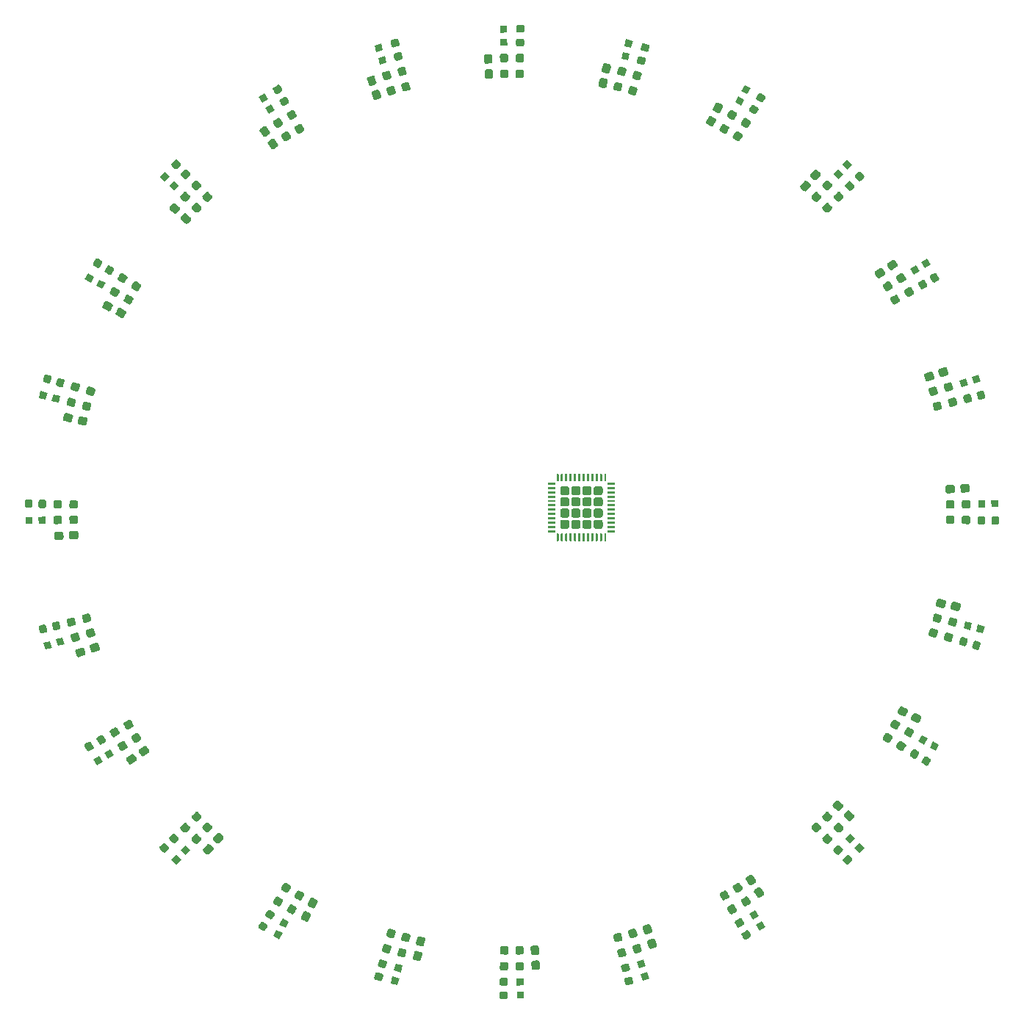
<source format=gtp>
G04 #@! TF.GenerationSoftware,KiCad,Pcbnew,5.1.5+dfsg1-2build2*
G04 #@! TF.CreationDate,2022-01-30T22:27:44+01:00*
G04 #@! TF.ProjectId,Light_Ring_PCB,4c696768-745f-4526-996e-675f5043422e,rev?*
G04 #@! TF.SameCoordinates,Original*
G04 #@! TF.FileFunction,Paste,Top*
G04 #@! TF.FilePolarity,Positive*
%FSLAX46Y46*%
G04 Gerber Fmt 4.6, Leading zero omitted, Abs format (unit mm)*
G04 Created by KiCad (PCBNEW 5.1.5+dfsg1-2build2) date 2022-01-30 22:27:44*
%MOMM*%
%LPD*%
G04 APERTURE LIST*
%ADD10C,0.100000*%
G04 APERTURE END LIST*
D10*
G36*
X202648913Y-82050310D02*
G01*
X202671787Y-82054782D01*
X202694113Y-82061475D01*
X202715675Y-82070323D01*
X202736266Y-82081243D01*
X202755687Y-82094128D01*
X202773752Y-82108855D01*
X202790287Y-82125282D01*
X202805132Y-82143250D01*
X202818144Y-82162586D01*
X202829198Y-82183105D01*
X202838188Y-82204609D01*
X202845026Y-82226890D01*
X202849648Y-82249735D01*
X202852009Y-82272922D01*
X202883410Y-82872100D01*
X202883486Y-82895407D01*
X202881277Y-82918610D01*
X202876805Y-82941484D01*
X202870112Y-82963809D01*
X202861264Y-82985371D01*
X202850344Y-83005962D01*
X202837459Y-83025384D01*
X202822732Y-83043449D01*
X202806305Y-83059983D01*
X202788337Y-83074828D01*
X202769000Y-83087840D01*
X202748481Y-83098894D01*
X202726977Y-83107884D01*
X202704696Y-83114722D01*
X202681852Y-83119344D01*
X202658665Y-83121705D01*
X202184316Y-83146565D01*
X202161009Y-83146641D01*
X202137807Y-83144432D01*
X202114933Y-83139960D01*
X202092607Y-83133267D01*
X202071045Y-83124419D01*
X202050454Y-83113499D01*
X202031033Y-83100614D01*
X202012968Y-83085887D01*
X201996433Y-83069460D01*
X201981588Y-83051492D01*
X201968576Y-83032156D01*
X201957522Y-83011637D01*
X201948532Y-82990133D01*
X201941694Y-82967852D01*
X201937072Y-82945007D01*
X201934711Y-82921820D01*
X201903310Y-82322642D01*
X201903234Y-82299335D01*
X201905443Y-82276132D01*
X201909915Y-82253258D01*
X201916608Y-82230933D01*
X201925456Y-82209371D01*
X201936376Y-82188780D01*
X201949261Y-82169358D01*
X201963988Y-82151293D01*
X201980415Y-82134759D01*
X201998383Y-82119914D01*
X202017720Y-82106902D01*
X202038239Y-82095848D01*
X202059743Y-82086858D01*
X202082024Y-82080020D01*
X202104868Y-82075398D01*
X202128055Y-82073037D01*
X202602404Y-82048177D01*
X202625711Y-82048101D01*
X202648913Y-82050310D01*
G37*
G36*
X202739193Y-83772946D02*
G01*
X202762067Y-83777418D01*
X202784393Y-83784111D01*
X202805955Y-83792959D01*
X202826546Y-83803879D01*
X202845967Y-83816764D01*
X202864032Y-83831491D01*
X202880567Y-83847918D01*
X202895412Y-83865886D01*
X202908424Y-83885222D01*
X202919478Y-83905741D01*
X202928468Y-83927245D01*
X202935306Y-83949526D01*
X202939928Y-83972371D01*
X202942289Y-83995558D01*
X202973690Y-84594736D01*
X202973766Y-84618043D01*
X202971557Y-84641246D01*
X202967085Y-84664120D01*
X202960392Y-84686445D01*
X202951544Y-84708007D01*
X202940624Y-84728598D01*
X202927739Y-84748020D01*
X202913012Y-84766085D01*
X202896585Y-84782619D01*
X202878617Y-84797464D01*
X202859280Y-84810476D01*
X202838761Y-84821530D01*
X202817257Y-84830520D01*
X202794976Y-84837358D01*
X202772132Y-84841980D01*
X202748945Y-84844341D01*
X202274596Y-84869201D01*
X202251289Y-84869277D01*
X202228087Y-84867068D01*
X202205213Y-84862596D01*
X202182887Y-84855903D01*
X202161325Y-84847055D01*
X202140734Y-84836135D01*
X202121313Y-84823250D01*
X202103248Y-84808523D01*
X202086713Y-84792096D01*
X202071868Y-84774128D01*
X202058856Y-84754792D01*
X202047802Y-84734273D01*
X202038812Y-84712769D01*
X202031974Y-84690488D01*
X202027352Y-84667643D01*
X202024991Y-84644456D01*
X201993590Y-84045278D01*
X201993514Y-84021971D01*
X201995723Y-83998768D01*
X202000195Y-83975894D01*
X202006888Y-83953569D01*
X202015736Y-83932007D01*
X202026656Y-83911416D01*
X202039541Y-83891994D01*
X202054268Y-83873929D01*
X202070695Y-83857395D01*
X202088663Y-83842550D01*
X202108000Y-83829538D01*
X202128519Y-83818484D01*
X202150023Y-83809494D01*
X202172304Y-83802656D01*
X202195148Y-83798034D01*
X202218335Y-83795673D01*
X202692684Y-83770813D01*
X202715991Y-83770737D01*
X202739193Y-83772946D01*
G37*
G36*
X215501447Y-84776976D02*
G01*
X215524455Y-84780697D01*
X215989076Y-84879455D01*
X216011609Y-84885414D01*
X216033449Y-84893552D01*
X216054386Y-84903792D01*
X216074218Y-84916035D01*
X216092756Y-84930163D01*
X216109819Y-84946040D01*
X216125243Y-84963513D01*
X216138881Y-84982413D01*
X216150601Y-85002559D01*
X216160289Y-85023757D01*
X216167853Y-85045803D01*
X216173220Y-85068484D01*
X216176338Y-85091582D01*
X216177177Y-85114874D01*
X216175728Y-85138136D01*
X216172007Y-85161144D01*
X216047260Y-85748032D01*
X216041301Y-85770565D01*
X216033163Y-85792405D01*
X216022923Y-85813342D01*
X216010680Y-85833175D01*
X215996552Y-85851712D01*
X215980675Y-85868775D01*
X215963202Y-85884199D01*
X215944302Y-85897837D01*
X215924155Y-85909557D01*
X215902957Y-85919245D01*
X215880912Y-85926809D01*
X215858231Y-85932176D01*
X215835133Y-85935294D01*
X215811841Y-85936133D01*
X215788579Y-85934684D01*
X215765571Y-85930963D01*
X215300950Y-85832205D01*
X215278417Y-85826246D01*
X215256577Y-85818108D01*
X215235640Y-85807868D01*
X215215808Y-85795625D01*
X215197270Y-85781497D01*
X215180207Y-85765620D01*
X215164783Y-85748147D01*
X215151145Y-85729247D01*
X215139425Y-85709101D01*
X215129737Y-85687903D01*
X215122173Y-85665857D01*
X215116806Y-85643176D01*
X215113688Y-85620078D01*
X215112849Y-85596786D01*
X215114298Y-85573524D01*
X215118019Y-85550516D01*
X215242766Y-84963628D01*
X215248725Y-84941095D01*
X215256863Y-84919255D01*
X215267103Y-84898318D01*
X215279346Y-84878485D01*
X215293474Y-84859948D01*
X215309351Y-84842885D01*
X215326824Y-84827461D01*
X215345724Y-84813823D01*
X215365871Y-84802103D01*
X215387069Y-84792415D01*
X215409114Y-84784851D01*
X215431795Y-84779484D01*
X215454893Y-84776366D01*
X215478185Y-84775527D01*
X215501447Y-84776976D01*
G37*
G36*
X215860095Y-83089672D02*
G01*
X215883103Y-83093393D01*
X216347724Y-83192151D01*
X216370257Y-83198110D01*
X216392097Y-83206248D01*
X216413034Y-83216488D01*
X216432866Y-83228731D01*
X216451404Y-83242859D01*
X216468467Y-83258736D01*
X216483891Y-83276209D01*
X216497529Y-83295109D01*
X216509249Y-83315255D01*
X216518937Y-83336453D01*
X216526501Y-83358499D01*
X216531868Y-83381180D01*
X216534986Y-83404278D01*
X216535825Y-83427570D01*
X216534376Y-83450832D01*
X216530655Y-83473840D01*
X216405908Y-84060728D01*
X216399949Y-84083261D01*
X216391811Y-84105101D01*
X216381571Y-84126038D01*
X216369328Y-84145871D01*
X216355200Y-84164408D01*
X216339323Y-84181471D01*
X216321850Y-84196895D01*
X216302950Y-84210533D01*
X216282803Y-84222253D01*
X216261605Y-84231941D01*
X216239560Y-84239505D01*
X216216879Y-84244872D01*
X216193781Y-84247990D01*
X216170489Y-84248829D01*
X216147227Y-84247380D01*
X216124219Y-84243659D01*
X215659598Y-84144901D01*
X215637065Y-84138942D01*
X215615225Y-84130804D01*
X215594288Y-84120564D01*
X215574456Y-84108321D01*
X215555918Y-84094193D01*
X215538855Y-84078316D01*
X215523431Y-84060843D01*
X215509793Y-84041943D01*
X215498073Y-84021797D01*
X215488385Y-84000599D01*
X215480821Y-83978553D01*
X215475454Y-83955872D01*
X215472336Y-83932774D01*
X215471497Y-83909482D01*
X215472946Y-83886220D01*
X215476667Y-83863212D01*
X215601414Y-83276324D01*
X215607373Y-83253791D01*
X215615511Y-83231951D01*
X215625751Y-83211014D01*
X215637994Y-83191181D01*
X215652122Y-83172644D01*
X215667999Y-83155581D01*
X215685472Y-83140157D01*
X215704372Y-83126519D01*
X215724519Y-83114799D01*
X215745717Y-83105111D01*
X215767762Y-83097547D01*
X215790443Y-83092180D01*
X215813541Y-83089062D01*
X215836833Y-83088223D01*
X215860095Y-83089672D01*
G37*
G36*
X228816185Y-87613893D02*
G01*
X228839302Y-87616860D01*
X228862018Y-87622078D01*
X228884113Y-87629497D01*
X228905374Y-87639047D01*
X229328602Y-87854693D01*
X229348825Y-87866281D01*
X229367814Y-87879794D01*
X229385387Y-87895104D01*
X229401376Y-87912063D01*
X229415624Y-87930508D01*
X229427997Y-87950260D01*
X229438374Y-87971129D01*
X229446655Y-87992916D01*
X229452761Y-88015409D01*
X229456633Y-88038392D01*
X229458233Y-88061644D01*
X229457547Y-88084941D01*
X229454580Y-88108059D01*
X229449362Y-88130774D01*
X229441942Y-88152869D01*
X229432393Y-88174130D01*
X229159999Y-88708734D01*
X229148412Y-88728956D01*
X229134898Y-88747946D01*
X229119588Y-88765519D01*
X229102629Y-88781507D01*
X229084185Y-88795756D01*
X229064433Y-88808129D01*
X229043563Y-88818506D01*
X229021777Y-88826787D01*
X228999284Y-88832893D01*
X228976300Y-88836765D01*
X228953048Y-88838365D01*
X228929751Y-88837679D01*
X228906634Y-88834712D01*
X228883918Y-88829494D01*
X228861823Y-88822075D01*
X228840562Y-88812525D01*
X228417334Y-88596879D01*
X228397111Y-88585291D01*
X228378122Y-88571778D01*
X228360549Y-88556468D01*
X228344560Y-88539509D01*
X228330312Y-88521064D01*
X228317939Y-88501312D01*
X228307562Y-88480443D01*
X228299281Y-88458656D01*
X228293175Y-88436163D01*
X228289303Y-88413180D01*
X228287703Y-88389928D01*
X228288389Y-88366631D01*
X228291356Y-88343513D01*
X228296574Y-88320798D01*
X228303994Y-88298703D01*
X228313543Y-88277442D01*
X228585937Y-87742838D01*
X228597524Y-87722616D01*
X228611038Y-87703626D01*
X228626348Y-87686053D01*
X228643307Y-87670065D01*
X228661751Y-87655816D01*
X228681503Y-87643443D01*
X228702373Y-87633066D01*
X228724159Y-87624785D01*
X228746652Y-87618679D01*
X228769636Y-87614807D01*
X228792888Y-87613207D01*
X228816185Y-87613893D01*
G37*
G36*
X228033051Y-89150879D02*
G01*
X228056168Y-89153846D01*
X228078884Y-89159064D01*
X228100979Y-89166483D01*
X228122240Y-89176033D01*
X228545468Y-89391679D01*
X228565691Y-89403267D01*
X228584680Y-89416780D01*
X228602253Y-89432090D01*
X228618242Y-89449049D01*
X228632490Y-89467494D01*
X228644863Y-89487246D01*
X228655240Y-89508115D01*
X228663521Y-89529902D01*
X228669627Y-89552395D01*
X228673499Y-89575378D01*
X228675099Y-89598630D01*
X228674413Y-89621927D01*
X228671446Y-89645045D01*
X228666228Y-89667760D01*
X228658808Y-89689855D01*
X228649259Y-89711116D01*
X228376865Y-90245720D01*
X228365278Y-90265942D01*
X228351764Y-90284932D01*
X228336454Y-90302505D01*
X228319495Y-90318493D01*
X228301051Y-90332742D01*
X228281299Y-90345115D01*
X228260429Y-90355492D01*
X228238643Y-90363773D01*
X228216150Y-90369879D01*
X228193166Y-90373751D01*
X228169914Y-90375351D01*
X228146617Y-90374665D01*
X228123500Y-90371698D01*
X228100784Y-90366480D01*
X228078689Y-90359061D01*
X228057428Y-90349511D01*
X227634200Y-90133865D01*
X227613977Y-90122277D01*
X227594988Y-90108764D01*
X227577415Y-90093454D01*
X227561426Y-90076495D01*
X227547178Y-90058050D01*
X227534805Y-90038298D01*
X227524428Y-90017429D01*
X227516147Y-89995642D01*
X227510041Y-89973149D01*
X227506169Y-89950166D01*
X227504569Y-89926914D01*
X227505255Y-89903617D01*
X227508222Y-89880499D01*
X227513440Y-89857784D01*
X227520860Y-89835689D01*
X227530409Y-89814428D01*
X227802803Y-89279824D01*
X227814390Y-89259602D01*
X227827904Y-89240612D01*
X227843214Y-89223039D01*
X227860173Y-89207051D01*
X227878617Y-89192802D01*
X227898369Y-89180429D01*
X227919239Y-89170052D01*
X227941025Y-89161771D01*
X227963518Y-89155665D01*
X227986502Y-89151793D01*
X228009754Y-89150193D01*
X228033051Y-89150879D01*
G37*
G36*
X239028328Y-96623603D02*
G01*
X239051202Y-96628075D01*
X239073528Y-96634768D01*
X239095090Y-96643616D01*
X239115681Y-96654536D01*
X239135102Y-96667421D01*
X239153167Y-96682148D01*
X239506161Y-96999985D01*
X239522696Y-97016412D01*
X239537541Y-97034380D01*
X239550553Y-97053717D01*
X239561607Y-97074236D01*
X239570597Y-97095739D01*
X239577435Y-97118021D01*
X239582057Y-97140865D01*
X239584418Y-97164052D01*
X239584494Y-97187359D01*
X239582285Y-97210561D01*
X239577813Y-97233435D01*
X239571120Y-97255761D01*
X239562272Y-97277323D01*
X239551352Y-97297914D01*
X239538467Y-97317335D01*
X239523740Y-97335400D01*
X239122262Y-97781287D01*
X239105835Y-97797822D01*
X239087867Y-97812667D01*
X239068531Y-97825679D01*
X239048012Y-97836733D01*
X239026508Y-97845723D01*
X239004227Y-97852561D01*
X238981382Y-97857183D01*
X238958195Y-97859544D01*
X238934888Y-97859620D01*
X238911686Y-97857411D01*
X238888812Y-97852939D01*
X238866486Y-97846246D01*
X238844924Y-97837398D01*
X238824333Y-97826478D01*
X238804912Y-97813593D01*
X238786847Y-97798866D01*
X238433853Y-97481029D01*
X238417318Y-97464602D01*
X238402473Y-97446634D01*
X238389461Y-97427297D01*
X238378407Y-97406778D01*
X238369417Y-97385275D01*
X238362579Y-97362993D01*
X238357957Y-97340149D01*
X238355596Y-97316962D01*
X238355520Y-97293655D01*
X238357729Y-97270453D01*
X238362201Y-97247579D01*
X238368894Y-97225253D01*
X238377742Y-97203691D01*
X238388662Y-97183100D01*
X238401547Y-97163679D01*
X238416274Y-97145614D01*
X238817752Y-96699727D01*
X238834179Y-96683192D01*
X238852147Y-96668347D01*
X238871483Y-96655335D01*
X238892002Y-96644281D01*
X238913506Y-96635291D01*
X238935787Y-96628453D01*
X238958632Y-96623831D01*
X238981819Y-96621470D01*
X239005126Y-96621394D01*
X239028328Y-96623603D01*
G37*
G36*
X240182578Y-95341679D02*
G01*
X240205452Y-95346151D01*
X240227778Y-95352844D01*
X240249340Y-95361692D01*
X240269931Y-95372612D01*
X240289352Y-95385497D01*
X240307417Y-95400224D01*
X240660411Y-95718061D01*
X240676946Y-95734488D01*
X240691791Y-95752456D01*
X240704803Y-95771793D01*
X240715857Y-95792312D01*
X240724847Y-95813815D01*
X240731685Y-95836097D01*
X240736307Y-95858941D01*
X240738668Y-95882128D01*
X240738744Y-95905435D01*
X240736535Y-95928637D01*
X240732063Y-95951511D01*
X240725370Y-95973837D01*
X240716522Y-95995399D01*
X240705602Y-96015990D01*
X240692717Y-96035411D01*
X240677990Y-96053476D01*
X240276512Y-96499363D01*
X240260085Y-96515898D01*
X240242117Y-96530743D01*
X240222781Y-96543755D01*
X240202262Y-96554809D01*
X240180758Y-96563799D01*
X240158477Y-96570637D01*
X240135632Y-96575259D01*
X240112445Y-96577620D01*
X240089138Y-96577696D01*
X240065936Y-96575487D01*
X240043062Y-96571015D01*
X240020736Y-96564322D01*
X239999174Y-96555474D01*
X239978583Y-96544554D01*
X239959162Y-96531669D01*
X239941097Y-96516942D01*
X239588103Y-96199105D01*
X239571568Y-96182678D01*
X239556723Y-96164710D01*
X239543711Y-96145373D01*
X239532657Y-96124854D01*
X239523667Y-96103351D01*
X239516829Y-96081069D01*
X239512207Y-96058225D01*
X239509846Y-96035038D01*
X239509770Y-96011731D01*
X239511979Y-95988529D01*
X239516451Y-95965655D01*
X239523144Y-95943329D01*
X239531992Y-95921767D01*
X239542912Y-95901176D01*
X239555797Y-95881755D01*
X239570524Y-95863690D01*
X239972002Y-95417803D01*
X239988429Y-95401268D01*
X240006397Y-95386423D01*
X240025733Y-95373411D01*
X240046252Y-95362357D01*
X240067756Y-95353367D01*
X240090037Y-95346529D01*
X240112882Y-95341907D01*
X240136069Y-95339546D01*
X240159376Y-95339470D01*
X240182578Y-95341679D01*
G37*
G36*
X249139393Y-105741333D02*
G01*
X249162401Y-105745054D01*
X249184934Y-105751013D01*
X249206774Y-105759151D01*
X249227711Y-105769391D01*
X249247544Y-105781634D01*
X249266081Y-105795762D01*
X249283144Y-105811639D01*
X249298568Y-105829112D01*
X249312206Y-105848012D01*
X249570910Y-106246381D01*
X249582630Y-106266528D01*
X249592318Y-106287726D01*
X249599882Y-106309771D01*
X249605249Y-106332452D01*
X249608367Y-106355550D01*
X249609206Y-106378842D01*
X249607757Y-106402104D01*
X249604036Y-106425112D01*
X249598077Y-106447645D01*
X249589939Y-106469485D01*
X249579699Y-106490422D01*
X249567456Y-106510254D01*
X249553328Y-106528792D01*
X249537451Y-106545855D01*
X249519978Y-106561279D01*
X249501078Y-106574917D01*
X248997876Y-106901700D01*
X248977729Y-106913420D01*
X248956531Y-106923108D01*
X248934486Y-106930672D01*
X248911805Y-106936039D01*
X248888707Y-106939157D01*
X248865415Y-106939996D01*
X248842153Y-106938547D01*
X248819145Y-106934826D01*
X248796612Y-106928867D01*
X248774772Y-106920729D01*
X248753835Y-106910489D01*
X248734002Y-106898246D01*
X248715465Y-106884118D01*
X248698402Y-106868241D01*
X248682978Y-106850768D01*
X248669340Y-106831868D01*
X248410636Y-106433499D01*
X248398916Y-106413352D01*
X248389228Y-106392154D01*
X248381664Y-106370109D01*
X248376297Y-106347428D01*
X248373179Y-106324330D01*
X248372340Y-106301038D01*
X248373789Y-106277776D01*
X248377510Y-106254768D01*
X248383469Y-106232235D01*
X248391607Y-106210395D01*
X248401847Y-106189458D01*
X248414090Y-106169626D01*
X248428218Y-106151088D01*
X248444095Y-106134025D01*
X248461568Y-106118601D01*
X248480468Y-106104963D01*
X248983670Y-105778180D01*
X249003817Y-105766460D01*
X249025015Y-105756772D01*
X249047060Y-105749208D01*
X249069741Y-105743841D01*
X249092839Y-105740723D01*
X249116131Y-105739884D01*
X249139393Y-105741333D01*
G37*
G36*
X247692687Y-106680835D02*
G01*
X247715695Y-106684556D01*
X247738228Y-106690515D01*
X247760068Y-106698653D01*
X247781005Y-106708893D01*
X247800838Y-106721136D01*
X247819375Y-106735264D01*
X247836438Y-106751141D01*
X247851862Y-106768614D01*
X247865500Y-106787514D01*
X248124204Y-107185883D01*
X248135924Y-107206030D01*
X248145612Y-107227228D01*
X248153176Y-107249273D01*
X248158543Y-107271954D01*
X248161661Y-107295052D01*
X248162500Y-107318344D01*
X248161051Y-107341606D01*
X248157330Y-107364614D01*
X248151371Y-107387147D01*
X248143233Y-107408987D01*
X248132993Y-107429924D01*
X248120750Y-107449756D01*
X248106622Y-107468294D01*
X248090745Y-107485357D01*
X248073272Y-107500781D01*
X248054372Y-107514419D01*
X247551170Y-107841202D01*
X247531023Y-107852922D01*
X247509825Y-107862610D01*
X247487780Y-107870174D01*
X247465099Y-107875541D01*
X247442001Y-107878659D01*
X247418709Y-107879498D01*
X247395447Y-107878049D01*
X247372439Y-107874328D01*
X247349906Y-107868369D01*
X247328066Y-107860231D01*
X247307129Y-107849991D01*
X247287296Y-107837748D01*
X247268759Y-107823620D01*
X247251696Y-107807743D01*
X247236272Y-107790270D01*
X247222634Y-107771370D01*
X246963930Y-107373001D01*
X246952210Y-107352854D01*
X246942522Y-107331656D01*
X246934958Y-107309611D01*
X246929591Y-107286930D01*
X246926473Y-107263832D01*
X246925634Y-107240540D01*
X246927083Y-107217278D01*
X246930804Y-107194270D01*
X246936763Y-107171737D01*
X246944901Y-107149897D01*
X246955141Y-107128960D01*
X246967384Y-107109128D01*
X246981512Y-107090590D01*
X246997389Y-107073527D01*
X247014862Y-107058103D01*
X247033762Y-107044465D01*
X247536964Y-106717682D01*
X247557111Y-106705962D01*
X247578309Y-106696274D01*
X247600354Y-106688710D01*
X247623035Y-106683343D01*
X247646133Y-106680225D01*
X247669425Y-106679386D01*
X247692687Y-106680835D01*
G37*
G36*
X253458264Y-118640088D02*
G01*
X253481382Y-118643055D01*
X253504097Y-118648273D01*
X253526192Y-118655692D01*
X253547453Y-118665242D01*
X253567675Y-118676829D01*
X253586665Y-118690343D01*
X253604238Y-118705653D01*
X253620226Y-118722612D01*
X253634475Y-118741056D01*
X253646848Y-118760808D01*
X253657225Y-118781678D01*
X253665506Y-118803465D01*
X253812289Y-119255217D01*
X253818395Y-119277710D01*
X253822267Y-119300693D01*
X253823867Y-119323945D01*
X253823181Y-119347242D01*
X253820214Y-119370360D01*
X253814996Y-119393075D01*
X253807577Y-119415170D01*
X253798027Y-119436431D01*
X253786440Y-119456653D01*
X253772926Y-119475643D01*
X253757616Y-119493216D01*
X253740657Y-119509204D01*
X253722213Y-119523453D01*
X253702460Y-119535826D01*
X253681591Y-119546203D01*
X253659805Y-119554484D01*
X253089172Y-119739894D01*
X253066678Y-119746000D01*
X253043695Y-119749872D01*
X253020443Y-119751472D01*
X252997146Y-119750786D01*
X252974028Y-119747819D01*
X252951313Y-119742601D01*
X252929218Y-119735182D01*
X252907957Y-119725632D01*
X252887735Y-119714045D01*
X252868745Y-119700531D01*
X252851172Y-119685221D01*
X252835184Y-119668262D01*
X252820935Y-119649818D01*
X252808562Y-119630066D01*
X252798185Y-119609196D01*
X252789904Y-119587409D01*
X252643121Y-119135657D01*
X252637015Y-119113164D01*
X252633143Y-119090181D01*
X252631543Y-119066929D01*
X252632229Y-119043632D01*
X252635196Y-119020514D01*
X252640414Y-118997799D01*
X252647833Y-118975704D01*
X252657383Y-118954443D01*
X252668970Y-118934221D01*
X252682484Y-118915231D01*
X252697794Y-118897658D01*
X252714753Y-118881670D01*
X252733197Y-118867421D01*
X252752950Y-118855048D01*
X252773819Y-118844671D01*
X252795605Y-118836390D01*
X253366238Y-118650980D01*
X253388732Y-118644874D01*
X253411715Y-118641002D01*
X253434967Y-118639402D01*
X253458264Y-118640088D01*
G37*
G36*
X255098836Y-118107034D02*
G01*
X255121954Y-118110001D01*
X255144669Y-118115219D01*
X255166764Y-118122638D01*
X255188025Y-118132188D01*
X255208247Y-118143775D01*
X255227237Y-118157289D01*
X255244810Y-118172599D01*
X255260798Y-118189558D01*
X255275047Y-118208002D01*
X255287420Y-118227754D01*
X255297797Y-118248624D01*
X255306078Y-118270411D01*
X255452861Y-118722163D01*
X255458967Y-118744656D01*
X255462839Y-118767639D01*
X255464439Y-118790891D01*
X255463753Y-118814188D01*
X255460786Y-118837306D01*
X255455568Y-118860021D01*
X255448149Y-118882116D01*
X255438599Y-118903377D01*
X255427012Y-118923599D01*
X255413498Y-118942589D01*
X255398188Y-118960162D01*
X255381229Y-118976150D01*
X255362785Y-118990399D01*
X255343032Y-119002772D01*
X255322163Y-119013149D01*
X255300377Y-119021430D01*
X254729744Y-119206840D01*
X254707250Y-119212946D01*
X254684267Y-119216818D01*
X254661015Y-119218418D01*
X254637718Y-119217732D01*
X254614600Y-119214765D01*
X254591885Y-119209547D01*
X254569790Y-119202128D01*
X254548529Y-119192578D01*
X254528307Y-119180991D01*
X254509317Y-119167477D01*
X254491744Y-119152167D01*
X254475756Y-119135208D01*
X254461507Y-119116764D01*
X254449134Y-119097012D01*
X254438757Y-119076142D01*
X254430476Y-119054355D01*
X254283693Y-118602603D01*
X254277587Y-118580110D01*
X254273715Y-118557127D01*
X254272115Y-118533875D01*
X254272801Y-118510578D01*
X254275768Y-118487460D01*
X254280986Y-118464745D01*
X254288405Y-118442650D01*
X254297955Y-118421389D01*
X254309542Y-118401167D01*
X254323056Y-118382177D01*
X254338366Y-118364604D01*
X254355325Y-118348616D01*
X254373769Y-118334367D01*
X254393522Y-118321994D01*
X254414391Y-118311617D01*
X254436177Y-118303336D01*
X255006810Y-118117926D01*
X255029304Y-118111820D01*
X255052287Y-118107948D01*
X255075539Y-118106348D01*
X255098836Y-118107034D01*
G37*
G36*
X255954831Y-131688523D02*
G01*
X255977705Y-131692995D01*
X256000030Y-131699688D01*
X256021592Y-131708536D01*
X256042183Y-131719456D01*
X256061605Y-131732341D01*
X256079670Y-131747068D01*
X256096204Y-131763495D01*
X256111049Y-131781463D01*
X256124061Y-131800800D01*
X256135115Y-131821319D01*
X256144105Y-131842823D01*
X256150943Y-131865104D01*
X256155565Y-131887948D01*
X256157926Y-131911135D01*
X256182786Y-132385484D01*
X256182862Y-132408791D01*
X256180653Y-132431993D01*
X256176181Y-132454867D01*
X256169488Y-132477193D01*
X256160640Y-132498755D01*
X256149720Y-132519346D01*
X256136835Y-132538767D01*
X256122108Y-132556832D01*
X256105681Y-132573367D01*
X256087713Y-132588212D01*
X256068377Y-132601224D01*
X256047858Y-132612278D01*
X256026354Y-132621268D01*
X256004073Y-132628106D01*
X255981228Y-132632728D01*
X255958041Y-132635089D01*
X255358863Y-132666490D01*
X255335556Y-132666566D01*
X255312353Y-132664357D01*
X255289479Y-132659885D01*
X255267154Y-132653192D01*
X255245592Y-132644344D01*
X255225001Y-132633424D01*
X255205579Y-132620539D01*
X255187514Y-132605812D01*
X255170980Y-132589385D01*
X255156135Y-132571417D01*
X255143123Y-132552080D01*
X255132069Y-132531561D01*
X255123079Y-132510057D01*
X255116241Y-132487776D01*
X255111619Y-132464932D01*
X255109258Y-132441745D01*
X255084398Y-131967396D01*
X255084322Y-131944089D01*
X255086531Y-131920887D01*
X255091003Y-131898013D01*
X255097696Y-131875687D01*
X255106544Y-131854125D01*
X255117464Y-131833534D01*
X255130349Y-131814113D01*
X255145076Y-131796048D01*
X255161503Y-131779513D01*
X255179471Y-131764668D01*
X255198807Y-131751656D01*
X255219326Y-131740602D01*
X255240830Y-131731612D01*
X255263111Y-131724774D01*
X255285956Y-131720152D01*
X255309143Y-131717791D01*
X255908321Y-131686390D01*
X255931628Y-131686314D01*
X255954831Y-131688523D01*
G37*
G36*
X257677467Y-131598243D02*
G01*
X257700341Y-131602715D01*
X257722666Y-131609408D01*
X257744228Y-131618256D01*
X257764819Y-131629176D01*
X257784241Y-131642061D01*
X257802306Y-131656788D01*
X257818840Y-131673215D01*
X257833685Y-131691183D01*
X257846697Y-131710520D01*
X257857751Y-131731039D01*
X257866741Y-131752543D01*
X257873579Y-131774824D01*
X257878201Y-131797668D01*
X257880562Y-131820855D01*
X257905422Y-132295204D01*
X257905498Y-132318511D01*
X257903289Y-132341713D01*
X257898817Y-132364587D01*
X257892124Y-132386913D01*
X257883276Y-132408475D01*
X257872356Y-132429066D01*
X257859471Y-132448487D01*
X257844744Y-132466552D01*
X257828317Y-132483087D01*
X257810349Y-132497932D01*
X257791013Y-132510944D01*
X257770494Y-132521998D01*
X257748990Y-132530988D01*
X257726709Y-132537826D01*
X257703864Y-132542448D01*
X257680677Y-132544809D01*
X257081499Y-132576210D01*
X257058192Y-132576286D01*
X257034989Y-132574077D01*
X257012115Y-132569605D01*
X256989790Y-132562912D01*
X256968228Y-132554064D01*
X256947637Y-132543144D01*
X256928215Y-132530259D01*
X256910150Y-132515532D01*
X256893616Y-132499105D01*
X256878771Y-132481137D01*
X256865759Y-132461800D01*
X256854705Y-132441281D01*
X256845715Y-132419777D01*
X256838877Y-132397496D01*
X256834255Y-132374652D01*
X256831894Y-132351465D01*
X256807034Y-131877116D01*
X256806958Y-131853809D01*
X256809167Y-131830607D01*
X256813639Y-131807733D01*
X256820332Y-131785407D01*
X256829180Y-131763845D01*
X256840100Y-131743254D01*
X256852985Y-131723833D01*
X256867712Y-131705768D01*
X256884139Y-131689233D01*
X256902107Y-131674388D01*
X256921443Y-131661376D01*
X256941962Y-131650322D01*
X256963466Y-131641332D01*
X256985747Y-131634494D01*
X257008592Y-131629872D01*
X257031779Y-131627511D01*
X257630957Y-131596110D01*
X257654264Y-131596034D01*
X257677467Y-131598243D01*
G37*
G36*
X256067379Y-145165746D02*
G01*
X256090387Y-145169467D01*
X256677275Y-145294214D01*
X256699808Y-145300173D01*
X256721648Y-145308311D01*
X256742585Y-145318551D01*
X256762418Y-145330794D01*
X256780955Y-145344922D01*
X256798018Y-145360799D01*
X256813442Y-145378272D01*
X256827080Y-145397172D01*
X256838800Y-145417319D01*
X256848488Y-145438517D01*
X256856052Y-145460562D01*
X256861419Y-145483243D01*
X256864537Y-145506341D01*
X256865376Y-145529633D01*
X256863927Y-145552895D01*
X256860206Y-145575903D01*
X256761448Y-146040524D01*
X256755489Y-146063057D01*
X256747351Y-146084897D01*
X256737111Y-146105834D01*
X256724868Y-146125666D01*
X256710740Y-146144204D01*
X256694863Y-146161267D01*
X256677390Y-146176691D01*
X256658490Y-146190329D01*
X256638344Y-146202049D01*
X256617146Y-146211737D01*
X256595100Y-146219301D01*
X256572419Y-146224668D01*
X256549321Y-146227786D01*
X256526029Y-146228625D01*
X256502767Y-146227176D01*
X256479759Y-146223455D01*
X255892871Y-146098708D01*
X255870338Y-146092749D01*
X255848498Y-146084611D01*
X255827561Y-146074371D01*
X255807728Y-146062128D01*
X255789191Y-146048000D01*
X255772128Y-146032123D01*
X255756704Y-146014650D01*
X255743066Y-145995750D01*
X255731346Y-145975603D01*
X255721658Y-145954405D01*
X255714094Y-145932360D01*
X255708727Y-145909679D01*
X255705609Y-145886581D01*
X255704770Y-145863289D01*
X255706219Y-145840027D01*
X255709940Y-145817019D01*
X255808698Y-145352398D01*
X255814657Y-145329865D01*
X255822795Y-145308025D01*
X255833035Y-145287088D01*
X255845278Y-145267256D01*
X255859406Y-145248718D01*
X255875283Y-145231655D01*
X255892756Y-145216231D01*
X255911656Y-145202593D01*
X255931802Y-145190873D01*
X255953000Y-145181185D01*
X255975046Y-145173621D01*
X255997727Y-145168254D01*
X256020825Y-145165136D01*
X256044117Y-145164297D01*
X256067379Y-145165746D01*
G37*
G36*
X254380075Y-144807098D02*
G01*
X254403083Y-144810819D01*
X254989971Y-144935566D01*
X255012504Y-144941525D01*
X255034344Y-144949663D01*
X255055281Y-144959903D01*
X255075114Y-144972146D01*
X255093651Y-144986274D01*
X255110714Y-145002151D01*
X255126138Y-145019624D01*
X255139776Y-145038524D01*
X255151496Y-145058671D01*
X255161184Y-145079869D01*
X255168748Y-145101914D01*
X255174115Y-145124595D01*
X255177233Y-145147693D01*
X255178072Y-145170985D01*
X255176623Y-145194247D01*
X255172902Y-145217255D01*
X255074144Y-145681876D01*
X255068185Y-145704409D01*
X255060047Y-145726249D01*
X255049807Y-145747186D01*
X255037564Y-145767018D01*
X255023436Y-145785556D01*
X255007559Y-145802619D01*
X254990086Y-145818043D01*
X254971186Y-145831681D01*
X254951040Y-145843401D01*
X254929842Y-145853089D01*
X254907796Y-145860653D01*
X254885115Y-145866020D01*
X254862017Y-145869138D01*
X254838725Y-145869977D01*
X254815463Y-145868528D01*
X254792455Y-145864807D01*
X254205567Y-145740060D01*
X254183034Y-145734101D01*
X254161194Y-145725963D01*
X254140257Y-145715723D01*
X254120424Y-145703480D01*
X254101887Y-145689352D01*
X254084824Y-145673475D01*
X254069400Y-145656002D01*
X254055762Y-145637102D01*
X254044042Y-145616955D01*
X254034354Y-145595757D01*
X254026790Y-145573712D01*
X254021423Y-145551031D01*
X254018305Y-145527933D01*
X254017466Y-145504641D01*
X254018915Y-145481379D01*
X254022636Y-145458371D01*
X254121394Y-144993750D01*
X254127353Y-144971217D01*
X254135491Y-144949377D01*
X254145731Y-144928440D01*
X254157974Y-144908608D01*
X254172102Y-144890070D01*
X254187979Y-144873007D01*
X254205452Y-144857583D01*
X254224352Y-144843945D01*
X254244498Y-144832225D01*
X254265696Y-144822537D01*
X254287742Y-144814973D01*
X254310423Y-144809606D01*
X254333521Y-144806488D01*
X254356813Y-144805649D01*
X254380075Y-144807098D01*
G37*
G36*
X250049982Y-157198055D02*
G01*
X250073100Y-157201022D01*
X250095815Y-157206240D01*
X250117910Y-157213660D01*
X250139171Y-157223209D01*
X250673775Y-157495603D01*
X250693997Y-157507190D01*
X250712987Y-157520704D01*
X250730560Y-157536014D01*
X250746548Y-157552973D01*
X250760797Y-157571417D01*
X250773170Y-157591169D01*
X250783547Y-157612039D01*
X250791828Y-157633825D01*
X250797934Y-157656318D01*
X250801806Y-157679302D01*
X250803406Y-157702554D01*
X250802720Y-157725851D01*
X250799753Y-157748968D01*
X250794535Y-157771684D01*
X250787116Y-157793779D01*
X250777566Y-157815040D01*
X250561920Y-158238268D01*
X250550332Y-158258491D01*
X250536819Y-158277480D01*
X250521509Y-158295053D01*
X250504550Y-158311042D01*
X250486105Y-158325290D01*
X250466353Y-158337663D01*
X250445484Y-158348040D01*
X250423697Y-158356321D01*
X250401204Y-158362427D01*
X250378221Y-158366299D01*
X250354969Y-158367899D01*
X250331672Y-158367213D01*
X250308554Y-158364246D01*
X250285839Y-158359028D01*
X250263744Y-158351608D01*
X250242483Y-158342059D01*
X249707879Y-158069665D01*
X249687657Y-158058078D01*
X249668667Y-158044564D01*
X249651094Y-158029254D01*
X249635106Y-158012295D01*
X249620857Y-157993851D01*
X249608484Y-157974099D01*
X249598107Y-157953229D01*
X249589826Y-157931443D01*
X249583720Y-157908950D01*
X249579848Y-157885966D01*
X249578248Y-157862714D01*
X249578934Y-157839417D01*
X249581901Y-157816300D01*
X249587119Y-157793584D01*
X249594538Y-157771489D01*
X249604088Y-157750228D01*
X249819734Y-157327000D01*
X249831322Y-157306777D01*
X249844835Y-157287788D01*
X249860145Y-157270215D01*
X249877104Y-157254226D01*
X249895549Y-157239978D01*
X249915301Y-157227605D01*
X249936170Y-157217228D01*
X249957957Y-157208947D01*
X249980450Y-157202841D01*
X250003433Y-157198969D01*
X250026685Y-157197369D01*
X250049982Y-157198055D01*
G37*
G36*
X251586968Y-157981189D02*
G01*
X251610086Y-157984156D01*
X251632801Y-157989374D01*
X251654896Y-157996794D01*
X251676157Y-158006343D01*
X252210761Y-158278737D01*
X252230983Y-158290324D01*
X252249973Y-158303838D01*
X252267546Y-158319148D01*
X252283534Y-158336107D01*
X252297783Y-158354551D01*
X252310156Y-158374303D01*
X252320533Y-158395173D01*
X252328814Y-158416959D01*
X252334920Y-158439452D01*
X252338792Y-158462436D01*
X252340392Y-158485688D01*
X252339706Y-158508985D01*
X252336739Y-158532102D01*
X252331521Y-158554818D01*
X252324102Y-158576913D01*
X252314552Y-158598174D01*
X252098906Y-159021402D01*
X252087318Y-159041625D01*
X252073805Y-159060614D01*
X252058495Y-159078187D01*
X252041536Y-159094176D01*
X252023091Y-159108424D01*
X252003339Y-159120797D01*
X251982470Y-159131174D01*
X251960683Y-159139455D01*
X251938190Y-159145561D01*
X251915207Y-159149433D01*
X251891955Y-159151033D01*
X251868658Y-159150347D01*
X251845540Y-159147380D01*
X251822825Y-159142162D01*
X251800730Y-159134742D01*
X251779469Y-159125193D01*
X251244865Y-158852799D01*
X251224643Y-158841212D01*
X251205653Y-158827698D01*
X251188080Y-158812388D01*
X251172092Y-158795429D01*
X251157843Y-158776985D01*
X251145470Y-158757233D01*
X251135093Y-158736363D01*
X251126812Y-158714577D01*
X251120706Y-158692084D01*
X251116834Y-158669100D01*
X251115234Y-158645848D01*
X251115920Y-158622551D01*
X251118887Y-158599434D01*
X251124105Y-158576718D01*
X251131524Y-158554623D01*
X251141074Y-158533362D01*
X251356720Y-158110134D01*
X251368308Y-158089911D01*
X251381821Y-158070922D01*
X251397131Y-158053349D01*
X251414090Y-158037360D01*
X251432535Y-158023112D01*
X251452287Y-158010739D01*
X251473156Y-158000362D01*
X251494943Y-157992081D01*
X251517436Y-157985975D01*
X251540419Y-157982103D01*
X251563671Y-157980503D01*
X251586968Y-157981189D01*
G37*
G36*
X242683146Y-168050529D02*
G01*
X242706020Y-168055001D01*
X242728346Y-168061694D01*
X242749908Y-168070542D01*
X242770499Y-168081462D01*
X242789920Y-168094347D01*
X242807985Y-168109074D01*
X243253872Y-168510552D01*
X243270407Y-168526979D01*
X243285252Y-168544947D01*
X243298264Y-168564283D01*
X243309318Y-168584802D01*
X243318308Y-168606306D01*
X243325146Y-168628587D01*
X243329768Y-168651432D01*
X243332129Y-168674619D01*
X243332205Y-168697926D01*
X243329996Y-168721128D01*
X243325524Y-168744002D01*
X243318831Y-168766328D01*
X243309983Y-168787890D01*
X243299063Y-168808481D01*
X243286178Y-168827902D01*
X243271451Y-168845967D01*
X242953614Y-169198961D01*
X242937187Y-169215496D01*
X242919219Y-169230341D01*
X242899882Y-169243353D01*
X242879363Y-169254407D01*
X242857860Y-169263397D01*
X242835578Y-169270235D01*
X242812734Y-169274857D01*
X242789547Y-169277218D01*
X242766240Y-169277294D01*
X242743038Y-169275085D01*
X242720164Y-169270613D01*
X242697838Y-169263920D01*
X242676276Y-169255072D01*
X242655685Y-169244152D01*
X242636264Y-169231267D01*
X242618199Y-169216540D01*
X242172312Y-168815062D01*
X242155777Y-168798635D01*
X242140932Y-168780667D01*
X242127920Y-168761331D01*
X242116866Y-168740812D01*
X242107876Y-168719308D01*
X242101038Y-168697027D01*
X242096416Y-168674182D01*
X242094055Y-168650995D01*
X242093979Y-168627688D01*
X242096188Y-168604486D01*
X242100660Y-168581612D01*
X242107353Y-168559286D01*
X242116201Y-168537724D01*
X242127121Y-168517133D01*
X242140006Y-168497712D01*
X242154733Y-168479647D01*
X242472570Y-168126653D01*
X242488997Y-168110118D01*
X242506965Y-168095273D01*
X242526302Y-168082261D01*
X242546821Y-168071207D01*
X242568324Y-168062217D01*
X242590606Y-168055379D01*
X242613450Y-168050757D01*
X242636637Y-168048396D01*
X242659944Y-168048320D01*
X242683146Y-168050529D01*
G37*
G36*
X243965070Y-169204779D02*
G01*
X243987944Y-169209251D01*
X244010270Y-169215944D01*
X244031832Y-169224792D01*
X244052423Y-169235712D01*
X244071844Y-169248597D01*
X244089909Y-169263324D01*
X244535796Y-169664802D01*
X244552331Y-169681229D01*
X244567176Y-169699197D01*
X244580188Y-169718533D01*
X244591242Y-169739052D01*
X244600232Y-169760556D01*
X244607070Y-169782837D01*
X244611692Y-169805682D01*
X244614053Y-169828869D01*
X244614129Y-169852176D01*
X244611920Y-169875378D01*
X244607448Y-169898252D01*
X244600755Y-169920578D01*
X244591907Y-169942140D01*
X244580987Y-169962731D01*
X244568102Y-169982152D01*
X244553375Y-170000217D01*
X244235538Y-170353211D01*
X244219111Y-170369746D01*
X244201143Y-170384591D01*
X244181806Y-170397603D01*
X244161287Y-170408657D01*
X244139784Y-170417647D01*
X244117502Y-170424485D01*
X244094658Y-170429107D01*
X244071471Y-170431468D01*
X244048164Y-170431544D01*
X244024962Y-170429335D01*
X244002088Y-170424863D01*
X243979762Y-170418170D01*
X243958200Y-170409322D01*
X243937609Y-170398402D01*
X243918188Y-170385517D01*
X243900123Y-170370790D01*
X243454236Y-169969312D01*
X243437701Y-169952885D01*
X243422856Y-169934917D01*
X243409844Y-169915581D01*
X243398790Y-169895062D01*
X243389800Y-169873558D01*
X243382962Y-169851277D01*
X243378340Y-169828432D01*
X243375979Y-169805245D01*
X243375903Y-169781938D01*
X243378112Y-169758736D01*
X243382584Y-169735862D01*
X243389277Y-169713536D01*
X243398125Y-169691974D01*
X243409045Y-169671383D01*
X243421930Y-169651962D01*
X243436657Y-169633897D01*
X243754494Y-169280903D01*
X243770921Y-169264368D01*
X243788889Y-169249523D01*
X243808226Y-169236511D01*
X243828745Y-169225457D01*
X243850248Y-169216467D01*
X243872530Y-169209629D01*
X243895374Y-169205007D01*
X243918561Y-169202646D01*
X243941868Y-169202570D01*
X243965070Y-169204779D01*
G37*
G36*
X232736321Y-176619883D02*
G01*
X232759329Y-176623604D01*
X232781862Y-176629563D01*
X232803702Y-176637701D01*
X232824639Y-176647941D01*
X232844471Y-176660184D01*
X232863009Y-176674312D01*
X232880072Y-176690189D01*
X232895496Y-176707662D01*
X232909134Y-176726562D01*
X233235917Y-177229764D01*
X233247637Y-177249911D01*
X233257325Y-177271109D01*
X233264889Y-177293154D01*
X233270256Y-177315835D01*
X233273374Y-177338933D01*
X233274213Y-177362225D01*
X233272764Y-177385487D01*
X233269043Y-177408495D01*
X233263084Y-177431028D01*
X233254946Y-177452868D01*
X233244706Y-177473805D01*
X233232463Y-177493638D01*
X233218335Y-177512175D01*
X233202458Y-177529238D01*
X233184985Y-177544662D01*
X233166085Y-177558300D01*
X232767716Y-177817004D01*
X232747569Y-177828724D01*
X232726371Y-177838412D01*
X232704326Y-177845976D01*
X232681645Y-177851343D01*
X232658547Y-177854461D01*
X232635255Y-177855300D01*
X232611993Y-177853851D01*
X232588985Y-177850130D01*
X232566452Y-177844171D01*
X232544612Y-177836033D01*
X232523675Y-177825793D01*
X232503843Y-177813550D01*
X232485305Y-177799422D01*
X232468242Y-177783545D01*
X232452818Y-177766072D01*
X232439180Y-177747172D01*
X232112397Y-177243970D01*
X232100677Y-177223823D01*
X232090989Y-177202625D01*
X232083425Y-177180580D01*
X232078058Y-177157899D01*
X232074940Y-177134801D01*
X232074101Y-177111509D01*
X232075550Y-177088247D01*
X232079271Y-177065239D01*
X232085230Y-177042706D01*
X232093368Y-177020866D01*
X232103608Y-176999929D01*
X232115851Y-176980096D01*
X232129979Y-176961559D01*
X232145856Y-176944496D01*
X232163329Y-176929072D01*
X232182229Y-176915434D01*
X232580598Y-176656730D01*
X232600745Y-176645010D01*
X232621943Y-176635322D01*
X232643988Y-176627758D01*
X232666669Y-176622391D01*
X232689767Y-176619273D01*
X232713059Y-176618434D01*
X232736321Y-176619883D01*
G37*
G36*
X233675823Y-178066589D02*
G01*
X233698831Y-178070310D01*
X233721364Y-178076269D01*
X233743204Y-178084407D01*
X233764141Y-178094647D01*
X233783973Y-178106890D01*
X233802511Y-178121018D01*
X233819574Y-178136895D01*
X233834998Y-178154368D01*
X233848636Y-178173268D01*
X234175419Y-178676470D01*
X234187139Y-178696617D01*
X234196827Y-178717815D01*
X234204391Y-178739860D01*
X234209758Y-178762541D01*
X234212876Y-178785639D01*
X234213715Y-178808931D01*
X234212266Y-178832193D01*
X234208545Y-178855201D01*
X234202586Y-178877734D01*
X234194448Y-178899574D01*
X234184208Y-178920511D01*
X234171965Y-178940344D01*
X234157837Y-178958881D01*
X234141960Y-178975944D01*
X234124487Y-178991368D01*
X234105587Y-179005006D01*
X233707218Y-179263710D01*
X233687071Y-179275430D01*
X233665873Y-179285118D01*
X233643828Y-179292682D01*
X233621147Y-179298049D01*
X233598049Y-179301167D01*
X233574757Y-179302006D01*
X233551495Y-179300557D01*
X233528487Y-179296836D01*
X233505954Y-179290877D01*
X233484114Y-179282739D01*
X233463177Y-179272499D01*
X233443345Y-179260256D01*
X233424807Y-179246128D01*
X233407744Y-179230251D01*
X233392320Y-179212778D01*
X233378682Y-179193878D01*
X233051899Y-178690676D01*
X233040179Y-178670529D01*
X233030491Y-178649331D01*
X233022927Y-178627286D01*
X233017560Y-178604605D01*
X233014442Y-178581507D01*
X233013603Y-178558215D01*
X233015052Y-178534953D01*
X233018773Y-178511945D01*
X233024732Y-178489412D01*
X233032870Y-178467572D01*
X233043110Y-178446635D01*
X233055353Y-178426802D01*
X233069481Y-178408265D01*
X233085358Y-178391202D01*
X233102831Y-178375778D01*
X233121731Y-178362140D01*
X233520100Y-178103436D01*
X233540247Y-178091716D01*
X233561445Y-178082028D01*
X233583490Y-178074464D01*
X233606171Y-178069097D01*
X233629269Y-178065979D01*
X233652561Y-178065140D01*
X233675823Y-178066589D01*
G37*
G36*
X221443021Y-183965601D02*
G01*
X221466139Y-183968568D01*
X221488854Y-183973786D01*
X221510949Y-183981205D01*
X221532210Y-183990755D01*
X221552432Y-184002342D01*
X221571422Y-184015856D01*
X221588995Y-184031166D01*
X221604983Y-184048125D01*
X221619232Y-184066569D01*
X221631605Y-184086322D01*
X221641982Y-184107191D01*
X221650263Y-184128977D01*
X221835673Y-184699610D01*
X221841779Y-184722104D01*
X221845651Y-184745087D01*
X221847251Y-184768339D01*
X221846565Y-184791636D01*
X221843598Y-184814754D01*
X221838380Y-184837469D01*
X221830961Y-184859564D01*
X221821411Y-184880825D01*
X221809824Y-184901047D01*
X221796310Y-184920037D01*
X221781000Y-184937610D01*
X221764041Y-184953598D01*
X221745597Y-184967847D01*
X221725845Y-184980220D01*
X221704975Y-184990597D01*
X221683188Y-184998878D01*
X221231436Y-185145661D01*
X221208943Y-185151767D01*
X221185960Y-185155639D01*
X221162708Y-185157239D01*
X221139411Y-185156553D01*
X221116293Y-185153586D01*
X221093578Y-185148368D01*
X221071483Y-185140949D01*
X221050222Y-185131399D01*
X221030000Y-185119812D01*
X221011010Y-185106298D01*
X220993437Y-185090988D01*
X220977449Y-185074029D01*
X220963200Y-185055585D01*
X220950827Y-185035832D01*
X220940450Y-185014963D01*
X220932169Y-184993177D01*
X220746759Y-184422544D01*
X220740653Y-184400050D01*
X220736781Y-184377067D01*
X220735181Y-184353815D01*
X220735867Y-184330518D01*
X220738834Y-184307400D01*
X220744052Y-184284685D01*
X220751471Y-184262590D01*
X220761021Y-184241329D01*
X220772608Y-184221107D01*
X220786122Y-184202117D01*
X220801432Y-184184544D01*
X220818391Y-184168556D01*
X220836835Y-184154307D01*
X220856587Y-184141934D01*
X220877457Y-184131557D01*
X220899244Y-184123276D01*
X221350996Y-183976493D01*
X221373489Y-183970387D01*
X221396472Y-183966515D01*
X221419724Y-183964915D01*
X221443021Y-183965601D01*
G37*
G36*
X220909967Y-182325029D02*
G01*
X220933085Y-182327996D01*
X220955800Y-182333214D01*
X220977895Y-182340633D01*
X220999156Y-182350183D01*
X221019378Y-182361770D01*
X221038368Y-182375284D01*
X221055941Y-182390594D01*
X221071929Y-182407553D01*
X221086178Y-182425997D01*
X221098551Y-182445750D01*
X221108928Y-182466619D01*
X221117209Y-182488405D01*
X221302619Y-183059038D01*
X221308725Y-183081532D01*
X221312597Y-183104515D01*
X221314197Y-183127767D01*
X221313511Y-183151064D01*
X221310544Y-183174182D01*
X221305326Y-183196897D01*
X221297907Y-183218992D01*
X221288357Y-183240253D01*
X221276770Y-183260475D01*
X221263256Y-183279465D01*
X221247946Y-183297038D01*
X221230987Y-183313026D01*
X221212543Y-183327275D01*
X221192791Y-183339648D01*
X221171921Y-183350025D01*
X221150134Y-183358306D01*
X220698382Y-183505089D01*
X220675889Y-183511195D01*
X220652906Y-183515067D01*
X220629654Y-183516667D01*
X220606357Y-183515981D01*
X220583239Y-183513014D01*
X220560524Y-183507796D01*
X220538429Y-183500377D01*
X220517168Y-183490827D01*
X220496946Y-183479240D01*
X220477956Y-183465726D01*
X220460383Y-183450416D01*
X220444395Y-183433457D01*
X220430146Y-183415013D01*
X220417773Y-183395260D01*
X220407396Y-183374391D01*
X220399115Y-183352605D01*
X220213705Y-182781972D01*
X220207599Y-182759478D01*
X220203727Y-182736495D01*
X220202127Y-182713243D01*
X220202813Y-182689946D01*
X220205780Y-182666828D01*
X220210998Y-182644113D01*
X220218417Y-182622018D01*
X220227967Y-182600757D01*
X220239554Y-182580535D01*
X220253068Y-182561545D01*
X220268378Y-182543972D01*
X220285337Y-182527984D01*
X220303781Y-182513735D01*
X220323533Y-182501362D01*
X220344403Y-182490985D01*
X220366190Y-182482704D01*
X220817942Y-182335921D01*
X220840435Y-182329815D01*
X220863418Y-182325943D01*
X220886670Y-182324343D01*
X220909967Y-182325029D01*
G37*
G36*
X208032712Y-184779331D02*
G01*
X208055586Y-184783803D01*
X208077912Y-184790496D01*
X208099474Y-184799344D01*
X208120065Y-184810264D01*
X208139486Y-184823149D01*
X208157551Y-184837876D01*
X208174086Y-184854303D01*
X208188931Y-184872271D01*
X208201943Y-184891607D01*
X208212997Y-184912126D01*
X208221987Y-184933630D01*
X208228825Y-184955911D01*
X208233447Y-184978756D01*
X208235808Y-185001943D01*
X208267209Y-185601121D01*
X208267285Y-185624428D01*
X208265076Y-185647631D01*
X208260604Y-185670505D01*
X208253911Y-185692830D01*
X208245063Y-185714392D01*
X208234143Y-185734983D01*
X208221258Y-185754405D01*
X208206531Y-185772470D01*
X208190104Y-185789004D01*
X208172136Y-185803849D01*
X208152799Y-185816861D01*
X208132280Y-185827915D01*
X208110776Y-185836905D01*
X208088495Y-185843743D01*
X208065651Y-185848365D01*
X208042464Y-185850726D01*
X207568115Y-185875586D01*
X207544808Y-185875662D01*
X207521606Y-185873453D01*
X207498732Y-185868981D01*
X207476406Y-185862288D01*
X207454844Y-185853440D01*
X207434253Y-185842520D01*
X207414832Y-185829635D01*
X207396767Y-185814908D01*
X207380232Y-185798481D01*
X207365387Y-185780513D01*
X207352375Y-185761177D01*
X207341321Y-185740658D01*
X207332331Y-185719154D01*
X207325493Y-185696873D01*
X207320871Y-185674028D01*
X207318510Y-185650841D01*
X207287109Y-185051663D01*
X207287033Y-185028356D01*
X207289242Y-185005153D01*
X207293714Y-184982279D01*
X207300407Y-184959954D01*
X207309255Y-184938392D01*
X207320175Y-184917801D01*
X207333060Y-184898379D01*
X207347787Y-184880314D01*
X207364214Y-184863780D01*
X207382182Y-184848935D01*
X207401519Y-184835923D01*
X207422038Y-184824869D01*
X207443542Y-184815879D01*
X207465823Y-184809041D01*
X207488667Y-184804419D01*
X207511854Y-184802058D01*
X207986203Y-184777198D01*
X208009510Y-184777122D01*
X208032712Y-184779331D01*
G37*
G36*
X208122992Y-186501967D02*
G01*
X208145866Y-186506439D01*
X208168192Y-186513132D01*
X208189754Y-186521980D01*
X208210345Y-186532900D01*
X208229766Y-186545785D01*
X208247831Y-186560512D01*
X208264366Y-186576939D01*
X208279211Y-186594907D01*
X208292223Y-186614243D01*
X208303277Y-186634762D01*
X208312267Y-186656266D01*
X208319105Y-186678547D01*
X208323727Y-186701392D01*
X208326088Y-186724579D01*
X208357489Y-187323757D01*
X208357565Y-187347064D01*
X208355356Y-187370267D01*
X208350884Y-187393141D01*
X208344191Y-187415466D01*
X208335343Y-187437028D01*
X208324423Y-187457619D01*
X208311538Y-187477041D01*
X208296811Y-187495106D01*
X208280384Y-187511640D01*
X208262416Y-187526485D01*
X208243079Y-187539497D01*
X208222560Y-187550551D01*
X208201056Y-187559541D01*
X208178775Y-187566379D01*
X208155931Y-187571001D01*
X208132744Y-187573362D01*
X207658395Y-187598222D01*
X207635088Y-187598298D01*
X207611886Y-187596089D01*
X207589012Y-187591617D01*
X207566686Y-187584924D01*
X207545124Y-187576076D01*
X207524533Y-187565156D01*
X207505112Y-187552271D01*
X207487047Y-187537544D01*
X207470512Y-187521117D01*
X207455667Y-187503149D01*
X207442655Y-187483813D01*
X207431601Y-187463294D01*
X207422611Y-187441790D01*
X207415773Y-187419509D01*
X207411151Y-187396664D01*
X207408790Y-187373477D01*
X207377389Y-186774299D01*
X207377313Y-186750992D01*
X207379522Y-186727789D01*
X207383994Y-186704915D01*
X207390687Y-186682590D01*
X207399535Y-186661028D01*
X207410455Y-186640437D01*
X207423340Y-186621015D01*
X207438067Y-186602950D01*
X207454494Y-186586416D01*
X207472462Y-186571571D01*
X207491799Y-186558559D01*
X207512318Y-186547505D01*
X207533822Y-186538515D01*
X207556103Y-186531677D01*
X207578947Y-186527055D01*
X207602134Y-186524694D01*
X208076483Y-186499834D01*
X208099790Y-186499758D01*
X208122992Y-186501967D01*
G37*
G36*
X194472220Y-183711715D02*
G01*
X194495228Y-183715436D01*
X194959849Y-183814194D01*
X194982382Y-183820153D01*
X195004222Y-183828291D01*
X195025159Y-183838531D01*
X195044991Y-183850774D01*
X195063529Y-183864902D01*
X195080592Y-183880779D01*
X195096016Y-183898252D01*
X195109654Y-183917152D01*
X195121374Y-183937298D01*
X195131062Y-183958496D01*
X195138626Y-183980542D01*
X195143993Y-184003223D01*
X195147111Y-184026321D01*
X195147950Y-184049613D01*
X195146501Y-184072875D01*
X195142780Y-184095883D01*
X195018033Y-184682771D01*
X195012074Y-184705304D01*
X195003936Y-184727144D01*
X194993696Y-184748081D01*
X194981453Y-184767914D01*
X194967325Y-184786451D01*
X194951448Y-184803514D01*
X194933975Y-184818938D01*
X194915075Y-184832576D01*
X194894928Y-184844296D01*
X194873730Y-184853984D01*
X194851685Y-184861548D01*
X194829004Y-184866915D01*
X194805906Y-184870033D01*
X194782614Y-184870872D01*
X194759352Y-184869423D01*
X194736344Y-184865702D01*
X194271723Y-184766944D01*
X194249190Y-184760985D01*
X194227350Y-184752847D01*
X194206413Y-184742607D01*
X194186581Y-184730364D01*
X194168043Y-184716236D01*
X194150980Y-184700359D01*
X194135556Y-184682886D01*
X194121918Y-184663986D01*
X194110198Y-184643840D01*
X194100510Y-184622642D01*
X194092946Y-184600596D01*
X194087579Y-184577915D01*
X194084461Y-184554817D01*
X194083622Y-184531525D01*
X194085071Y-184508263D01*
X194088792Y-184485255D01*
X194213539Y-183898367D01*
X194219498Y-183875834D01*
X194227636Y-183853994D01*
X194237876Y-183833057D01*
X194250119Y-183813224D01*
X194264247Y-183794687D01*
X194280124Y-183777624D01*
X194297597Y-183762200D01*
X194316497Y-183748562D01*
X194336644Y-183736842D01*
X194357842Y-183727154D01*
X194379887Y-183719590D01*
X194402568Y-183714223D01*
X194425666Y-183711105D01*
X194448958Y-183710266D01*
X194472220Y-183711715D01*
G37*
G36*
X194113572Y-185399019D02*
G01*
X194136580Y-185402740D01*
X194601201Y-185501498D01*
X194623734Y-185507457D01*
X194645574Y-185515595D01*
X194666511Y-185525835D01*
X194686343Y-185538078D01*
X194704881Y-185552206D01*
X194721944Y-185568083D01*
X194737368Y-185585556D01*
X194751006Y-185604456D01*
X194762726Y-185624602D01*
X194772414Y-185645800D01*
X194779978Y-185667846D01*
X194785345Y-185690527D01*
X194788463Y-185713625D01*
X194789302Y-185736917D01*
X194787853Y-185760179D01*
X194784132Y-185783187D01*
X194659385Y-186370075D01*
X194653426Y-186392608D01*
X194645288Y-186414448D01*
X194635048Y-186435385D01*
X194622805Y-186455218D01*
X194608677Y-186473755D01*
X194592800Y-186490818D01*
X194575327Y-186506242D01*
X194556427Y-186519880D01*
X194536280Y-186531600D01*
X194515082Y-186541288D01*
X194493037Y-186548852D01*
X194470356Y-186554219D01*
X194447258Y-186557337D01*
X194423966Y-186558176D01*
X194400704Y-186556727D01*
X194377696Y-186553006D01*
X193913075Y-186454248D01*
X193890542Y-186448289D01*
X193868702Y-186440151D01*
X193847765Y-186429911D01*
X193827933Y-186417668D01*
X193809395Y-186403540D01*
X193792332Y-186387663D01*
X193776908Y-186370190D01*
X193763270Y-186351290D01*
X193751550Y-186331144D01*
X193741862Y-186309946D01*
X193734298Y-186287900D01*
X193728931Y-186265219D01*
X193725813Y-186242121D01*
X193724974Y-186218829D01*
X193726423Y-186195567D01*
X193730144Y-186172559D01*
X193854891Y-185585671D01*
X193860850Y-185563138D01*
X193868988Y-185541298D01*
X193879228Y-185520361D01*
X193891471Y-185500528D01*
X193905599Y-185481991D01*
X193921476Y-185464928D01*
X193938949Y-185449504D01*
X193957849Y-185435866D01*
X193977996Y-185424146D01*
X193999194Y-185414458D01*
X194021239Y-185406894D01*
X194043920Y-185401527D01*
X194067018Y-185398409D01*
X194090310Y-185397570D01*
X194113572Y-185399019D01*
G37*
G36*
X182114182Y-179271734D02*
G01*
X182137299Y-179274701D01*
X182160015Y-179279919D01*
X182182110Y-179287338D01*
X182203371Y-179296888D01*
X182626599Y-179512534D01*
X182646822Y-179524122D01*
X182665811Y-179537635D01*
X182683384Y-179552945D01*
X182699373Y-179569904D01*
X182713621Y-179588349D01*
X182725994Y-179608101D01*
X182736371Y-179628970D01*
X182744652Y-179650757D01*
X182750758Y-179673250D01*
X182754630Y-179696233D01*
X182756230Y-179719485D01*
X182755544Y-179742782D01*
X182752577Y-179765900D01*
X182747359Y-179788615D01*
X182739939Y-179810710D01*
X182730390Y-179831971D01*
X182457996Y-180366575D01*
X182446409Y-180386797D01*
X182432895Y-180405787D01*
X182417585Y-180423360D01*
X182400626Y-180439348D01*
X182382182Y-180453597D01*
X182362430Y-180465970D01*
X182341560Y-180476347D01*
X182319774Y-180484628D01*
X182297281Y-180490734D01*
X182274297Y-180494606D01*
X182251045Y-180496206D01*
X182227748Y-180495520D01*
X182204631Y-180492553D01*
X182181915Y-180487335D01*
X182159820Y-180479916D01*
X182138559Y-180470366D01*
X181715331Y-180254720D01*
X181695108Y-180243132D01*
X181676119Y-180229619D01*
X181658546Y-180214309D01*
X181642557Y-180197350D01*
X181628309Y-180178905D01*
X181615936Y-180159153D01*
X181605559Y-180138284D01*
X181597278Y-180116497D01*
X181591172Y-180094004D01*
X181587300Y-180071021D01*
X181585700Y-180047769D01*
X181586386Y-180024472D01*
X181589353Y-180001354D01*
X181594571Y-179978639D01*
X181601991Y-179956544D01*
X181611540Y-179935283D01*
X181883934Y-179400679D01*
X181895521Y-179380457D01*
X181909035Y-179361467D01*
X181924345Y-179343894D01*
X181941304Y-179327906D01*
X181959748Y-179313657D01*
X181979500Y-179301284D01*
X182000370Y-179290907D01*
X182022156Y-179282626D01*
X182044649Y-179276520D01*
X182067633Y-179272648D01*
X182090885Y-179271048D01*
X182114182Y-179271734D01*
G37*
G36*
X181331048Y-180808720D02*
G01*
X181354165Y-180811687D01*
X181376881Y-180816905D01*
X181398976Y-180824324D01*
X181420237Y-180833874D01*
X181843465Y-181049520D01*
X181863688Y-181061108D01*
X181882677Y-181074621D01*
X181900250Y-181089931D01*
X181916239Y-181106890D01*
X181930487Y-181125335D01*
X181942860Y-181145087D01*
X181953237Y-181165956D01*
X181961518Y-181187743D01*
X181967624Y-181210236D01*
X181971496Y-181233219D01*
X181973096Y-181256471D01*
X181972410Y-181279768D01*
X181969443Y-181302886D01*
X181964225Y-181325601D01*
X181956805Y-181347696D01*
X181947256Y-181368957D01*
X181674862Y-181903561D01*
X181663275Y-181923783D01*
X181649761Y-181942773D01*
X181634451Y-181960346D01*
X181617492Y-181976334D01*
X181599048Y-181990583D01*
X181579296Y-182002956D01*
X181558426Y-182013333D01*
X181536640Y-182021614D01*
X181514147Y-182027720D01*
X181491163Y-182031592D01*
X181467911Y-182033192D01*
X181444614Y-182032506D01*
X181421497Y-182029539D01*
X181398781Y-182024321D01*
X181376686Y-182016902D01*
X181355425Y-182007352D01*
X180932197Y-181791706D01*
X180911974Y-181780118D01*
X180892985Y-181766605D01*
X180875412Y-181751295D01*
X180859423Y-181734336D01*
X180845175Y-181715891D01*
X180832802Y-181696139D01*
X180822425Y-181675270D01*
X180814144Y-181653483D01*
X180808038Y-181630990D01*
X180804166Y-181608007D01*
X180802566Y-181584755D01*
X180803252Y-181561458D01*
X180806219Y-181538340D01*
X180811437Y-181515625D01*
X180818857Y-181493530D01*
X180828406Y-181472269D01*
X181100800Y-180937665D01*
X181112387Y-180917443D01*
X181125901Y-180898453D01*
X181141211Y-180880880D01*
X181158170Y-180864892D01*
X181176614Y-180850643D01*
X181196366Y-180838270D01*
X181217236Y-180827893D01*
X181239022Y-180819612D01*
X181261515Y-180813506D01*
X181284499Y-180809634D01*
X181307751Y-180808034D01*
X181331048Y-180808720D01*
G37*
G36*
X170194863Y-173070912D02*
G01*
X170217737Y-173075384D01*
X170240063Y-173082077D01*
X170261625Y-173090925D01*
X170282216Y-173101845D01*
X170301637Y-173114730D01*
X170319702Y-173129457D01*
X170672696Y-173447294D01*
X170689231Y-173463721D01*
X170704076Y-173481689D01*
X170717088Y-173501026D01*
X170728142Y-173521545D01*
X170737132Y-173543048D01*
X170743970Y-173565330D01*
X170748592Y-173588174D01*
X170750953Y-173611361D01*
X170751029Y-173634668D01*
X170748820Y-173657870D01*
X170744348Y-173680744D01*
X170737655Y-173703070D01*
X170728807Y-173724632D01*
X170717887Y-173745223D01*
X170705002Y-173764644D01*
X170690275Y-173782709D01*
X170288797Y-174228596D01*
X170272370Y-174245131D01*
X170254402Y-174259976D01*
X170235066Y-174272988D01*
X170214547Y-174284042D01*
X170193043Y-174293032D01*
X170170762Y-174299870D01*
X170147917Y-174304492D01*
X170124730Y-174306853D01*
X170101423Y-174306929D01*
X170078221Y-174304720D01*
X170055347Y-174300248D01*
X170033021Y-174293555D01*
X170011459Y-174284707D01*
X169990868Y-174273787D01*
X169971447Y-174260902D01*
X169953382Y-174246175D01*
X169600388Y-173928338D01*
X169583853Y-173911911D01*
X169569008Y-173893943D01*
X169555996Y-173874606D01*
X169544942Y-173854087D01*
X169535952Y-173832584D01*
X169529114Y-173810302D01*
X169524492Y-173787458D01*
X169522131Y-173764271D01*
X169522055Y-173740964D01*
X169524264Y-173717762D01*
X169528736Y-173694888D01*
X169535429Y-173672562D01*
X169544277Y-173651000D01*
X169555197Y-173630409D01*
X169568082Y-173610988D01*
X169582809Y-173592923D01*
X169984287Y-173147036D01*
X170000714Y-173130501D01*
X170018682Y-173115656D01*
X170038018Y-173102644D01*
X170058537Y-173091590D01*
X170080041Y-173082600D01*
X170102322Y-173075762D01*
X170125167Y-173071140D01*
X170148354Y-173068779D01*
X170171661Y-173068703D01*
X170194863Y-173070912D01*
G37*
G36*
X171349113Y-171788988D02*
G01*
X171371987Y-171793460D01*
X171394313Y-171800153D01*
X171415875Y-171809001D01*
X171436466Y-171819921D01*
X171455887Y-171832806D01*
X171473952Y-171847533D01*
X171826946Y-172165370D01*
X171843481Y-172181797D01*
X171858326Y-172199765D01*
X171871338Y-172219102D01*
X171882392Y-172239621D01*
X171891382Y-172261124D01*
X171898220Y-172283406D01*
X171902842Y-172306250D01*
X171905203Y-172329437D01*
X171905279Y-172352744D01*
X171903070Y-172375946D01*
X171898598Y-172398820D01*
X171891905Y-172421146D01*
X171883057Y-172442708D01*
X171872137Y-172463299D01*
X171859252Y-172482720D01*
X171844525Y-172500785D01*
X171443047Y-172946672D01*
X171426620Y-172963207D01*
X171408652Y-172978052D01*
X171389316Y-172991064D01*
X171368797Y-173002118D01*
X171347293Y-173011108D01*
X171325012Y-173017946D01*
X171302167Y-173022568D01*
X171278980Y-173024929D01*
X171255673Y-173025005D01*
X171232471Y-173022796D01*
X171209597Y-173018324D01*
X171187271Y-173011631D01*
X171165709Y-173002783D01*
X171145118Y-172991863D01*
X171125697Y-172978978D01*
X171107632Y-172964251D01*
X170754638Y-172646414D01*
X170738103Y-172629987D01*
X170723258Y-172612019D01*
X170710246Y-172592682D01*
X170699192Y-172572163D01*
X170690202Y-172550660D01*
X170683364Y-172528378D01*
X170678742Y-172505534D01*
X170676381Y-172482347D01*
X170676305Y-172459040D01*
X170678514Y-172435838D01*
X170682986Y-172412964D01*
X170689679Y-172390638D01*
X170698527Y-172369076D01*
X170709447Y-172348485D01*
X170722332Y-172329064D01*
X170737059Y-172310999D01*
X171138537Y-171865112D01*
X171154964Y-171848577D01*
X171172932Y-171833732D01*
X171192268Y-171820720D01*
X171212787Y-171809666D01*
X171234291Y-171800676D01*
X171256572Y-171793838D01*
X171279417Y-171789216D01*
X171302604Y-171786855D01*
X171325911Y-171786779D01*
X171349113Y-171788988D01*
G37*
G36*
X161418646Y-162707852D02*
G01*
X161441654Y-162711573D01*
X161464187Y-162717532D01*
X161486027Y-162725670D01*
X161506964Y-162735910D01*
X161526797Y-162748153D01*
X161545334Y-162762281D01*
X161562397Y-162778158D01*
X161577821Y-162795631D01*
X161591459Y-162814531D01*
X161850163Y-163212900D01*
X161861883Y-163233047D01*
X161871571Y-163254245D01*
X161879135Y-163276290D01*
X161884502Y-163298971D01*
X161887620Y-163322069D01*
X161888459Y-163345361D01*
X161887010Y-163368623D01*
X161883289Y-163391631D01*
X161877330Y-163414164D01*
X161869192Y-163436004D01*
X161858952Y-163456941D01*
X161846709Y-163476773D01*
X161832581Y-163495311D01*
X161816704Y-163512374D01*
X161799231Y-163527798D01*
X161780331Y-163541436D01*
X161277129Y-163868219D01*
X161256982Y-163879939D01*
X161235784Y-163889627D01*
X161213739Y-163897191D01*
X161191058Y-163902558D01*
X161167960Y-163905676D01*
X161144668Y-163906515D01*
X161121406Y-163905066D01*
X161098398Y-163901345D01*
X161075865Y-163895386D01*
X161054025Y-163887248D01*
X161033088Y-163877008D01*
X161013255Y-163864765D01*
X160994718Y-163850637D01*
X160977655Y-163834760D01*
X160962231Y-163817287D01*
X160948593Y-163798387D01*
X160689889Y-163400018D01*
X160678169Y-163379871D01*
X160668481Y-163358673D01*
X160660917Y-163336628D01*
X160655550Y-163313947D01*
X160652432Y-163290849D01*
X160651593Y-163267557D01*
X160653042Y-163244295D01*
X160656763Y-163221287D01*
X160662722Y-163198754D01*
X160670860Y-163176914D01*
X160681100Y-163155977D01*
X160693343Y-163136145D01*
X160707471Y-163117607D01*
X160723348Y-163100544D01*
X160740821Y-163085120D01*
X160759721Y-163071482D01*
X161262923Y-162744699D01*
X161283070Y-162732979D01*
X161304268Y-162723291D01*
X161326313Y-162715727D01*
X161348994Y-162710360D01*
X161372092Y-162707242D01*
X161395384Y-162706403D01*
X161418646Y-162707852D01*
G37*
G36*
X162865352Y-161768350D02*
G01*
X162888360Y-161772071D01*
X162910893Y-161778030D01*
X162932733Y-161786168D01*
X162953670Y-161796408D01*
X162973503Y-161808651D01*
X162992040Y-161822779D01*
X163009103Y-161838656D01*
X163024527Y-161856129D01*
X163038165Y-161875029D01*
X163296869Y-162273398D01*
X163308589Y-162293545D01*
X163318277Y-162314743D01*
X163325841Y-162336788D01*
X163331208Y-162359469D01*
X163334326Y-162382567D01*
X163335165Y-162405859D01*
X163333716Y-162429121D01*
X163329995Y-162452129D01*
X163324036Y-162474662D01*
X163315898Y-162496502D01*
X163305658Y-162517439D01*
X163293415Y-162537271D01*
X163279287Y-162555809D01*
X163263410Y-162572872D01*
X163245937Y-162588296D01*
X163227037Y-162601934D01*
X162723835Y-162928717D01*
X162703688Y-162940437D01*
X162682490Y-162950125D01*
X162660445Y-162957689D01*
X162637764Y-162963056D01*
X162614666Y-162966174D01*
X162591374Y-162967013D01*
X162568112Y-162965564D01*
X162545104Y-162961843D01*
X162522571Y-162955884D01*
X162500731Y-162947746D01*
X162479794Y-162937506D01*
X162459961Y-162925263D01*
X162441424Y-162911135D01*
X162424361Y-162895258D01*
X162408937Y-162877785D01*
X162395299Y-162858885D01*
X162136595Y-162460516D01*
X162124875Y-162440369D01*
X162115187Y-162419171D01*
X162107623Y-162397126D01*
X162102256Y-162374445D01*
X162099138Y-162351347D01*
X162098299Y-162328055D01*
X162099748Y-162304793D01*
X162103469Y-162281785D01*
X162109428Y-162259252D01*
X162117566Y-162237412D01*
X162127806Y-162216475D01*
X162140049Y-162196643D01*
X162154177Y-162178105D01*
X162170054Y-162161042D01*
X162187527Y-162145618D01*
X162206427Y-162131980D01*
X162709629Y-161805197D01*
X162729776Y-161793477D01*
X162750974Y-161783789D01*
X162773019Y-161776225D01*
X162795700Y-161770858D01*
X162818798Y-161767740D01*
X162842090Y-161766901D01*
X162865352Y-161768350D01*
G37*
G36*
X155623081Y-150428667D02*
G01*
X155646199Y-150431634D01*
X155668914Y-150436852D01*
X155691009Y-150444271D01*
X155712270Y-150453821D01*
X155732492Y-150465408D01*
X155751482Y-150478922D01*
X155769055Y-150494232D01*
X155785043Y-150511191D01*
X155799292Y-150529635D01*
X155811665Y-150549387D01*
X155822042Y-150570257D01*
X155830323Y-150592044D01*
X155977106Y-151043796D01*
X155983212Y-151066289D01*
X155987084Y-151089272D01*
X155988684Y-151112524D01*
X155987998Y-151135821D01*
X155985031Y-151158939D01*
X155979813Y-151181654D01*
X155972394Y-151203749D01*
X155962844Y-151225010D01*
X155951257Y-151245232D01*
X155937743Y-151264222D01*
X155922433Y-151281795D01*
X155905474Y-151297783D01*
X155887030Y-151312032D01*
X155867277Y-151324405D01*
X155846408Y-151334782D01*
X155824622Y-151343063D01*
X155253989Y-151528473D01*
X155231495Y-151534579D01*
X155208512Y-151538451D01*
X155185260Y-151540051D01*
X155161963Y-151539365D01*
X155138845Y-151536398D01*
X155116130Y-151531180D01*
X155094035Y-151523761D01*
X155072774Y-151514211D01*
X155052552Y-151502624D01*
X155033562Y-151489110D01*
X155015989Y-151473800D01*
X155000001Y-151456841D01*
X154985752Y-151438397D01*
X154973379Y-151418645D01*
X154963002Y-151397775D01*
X154954721Y-151375988D01*
X154807938Y-150924236D01*
X154801832Y-150901743D01*
X154797960Y-150878760D01*
X154796360Y-150855508D01*
X154797046Y-150832211D01*
X154800013Y-150809093D01*
X154805231Y-150786378D01*
X154812650Y-150764283D01*
X154822200Y-150743022D01*
X154833787Y-150722800D01*
X154847301Y-150703810D01*
X154862611Y-150686237D01*
X154879570Y-150670249D01*
X154898014Y-150656000D01*
X154917767Y-150643627D01*
X154938636Y-150633250D01*
X154960422Y-150624969D01*
X155531055Y-150439559D01*
X155553549Y-150433453D01*
X155576532Y-150429581D01*
X155599784Y-150427981D01*
X155623081Y-150428667D01*
G37*
G36*
X157263653Y-149895613D02*
G01*
X157286771Y-149898580D01*
X157309486Y-149903798D01*
X157331581Y-149911217D01*
X157352842Y-149920767D01*
X157373064Y-149932354D01*
X157392054Y-149945868D01*
X157409627Y-149961178D01*
X157425615Y-149978137D01*
X157439864Y-149996581D01*
X157452237Y-150016333D01*
X157462614Y-150037203D01*
X157470895Y-150058990D01*
X157617678Y-150510742D01*
X157623784Y-150533235D01*
X157627656Y-150556218D01*
X157629256Y-150579470D01*
X157628570Y-150602767D01*
X157625603Y-150625885D01*
X157620385Y-150648600D01*
X157612966Y-150670695D01*
X157603416Y-150691956D01*
X157591829Y-150712178D01*
X157578315Y-150731168D01*
X157563005Y-150748741D01*
X157546046Y-150764729D01*
X157527602Y-150778978D01*
X157507849Y-150791351D01*
X157486980Y-150801728D01*
X157465194Y-150810009D01*
X156894561Y-150995419D01*
X156872067Y-151001525D01*
X156849084Y-151005397D01*
X156825832Y-151006997D01*
X156802535Y-151006311D01*
X156779417Y-151003344D01*
X156756702Y-150998126D01*
X156734607Y-150990707D01*
X156713346Y-150981157D01*
X156693124Y-150969570D01*
X156674134Y-150956056D01*
X156656561Y-150940746D01*
X156640573Y-150923787D01*
X156626324Y-150905343D01*
X156613951Y-150885591D01*
X156603574Y-150864721D01*
X156595293Y-150842934D01*
X156448510Y-150391182D01*
X156442404Y-150368689D01*
X156438532Y-150345706D01*
X156436932Y-150322454D01*
X156437618Y-150299157D01*
X156440585Y-150276039D01*
X156445803Y-150253324D01*
X156453222Y-150231229D01*
X156462772Y-150209968D01*
X156474359Y-150189746D01*
X156487873Y-150170756D01*
X156503183Y-150153183D01*
X156520142Y-150137195D01*
X156538586Y-150122946D01*
X156558339Y-150110573D01*
X156579208Y-150100196D01*
X156600994Y-150091915D01*
X157171627Y-149906505D01*
X157194121Y-149900399D01*
X157217104Y-149896527D01*
X157240356Y-149894927D01*
X157263653Y-149895613D01*
G37*
G36*
X153225810Y-137072322D02*
G01*
X153248684Y-137076794D01*
X153271009Y-137083487D01*
X153292571Y-137092335D01*
X153313162Y-137103255D01*
X153332584Y-137116140D01*
X153350649Y-137130867D01*
X153367183Y-137147294D01*
X153382028Y-137165262D01*
X153395040Y-137184599D01*
X153406094Y-137205118D01*
X153415084Y-137226622D01*
X153421922Y-137248903D01*
X153426544Y-137271747D01*
X153428905Y-137294934D01*
X153453765Y-137769283D01*
X153453841Y-137792590D01*
X153451632Y-137815792D01*
X153447160Y-137838666D01*
X153440467Y-137860992D01*
X153431619Y-137882554D01*
X153420699Y-137903145D01*
X153407814Y-137922566D01*
X153393087Y-137940631D01*
X153376660Y-137957166D01*
X153358692Y-137972011D01*
X153339356Y-137985023D01*
X153318837Y-137996077D01*
X153297333Y-138005067D01*
X153275052Y-138011905D01*
X153252207Y-138016527D01*
X153229020Y-138018888D01*
X152629842Y-138050289D01*
X152606535Y-138050365D01*
X152583332Y-138048156D01*
X152560458Y-138043684D01*
X152538133Y-138036991D01*
X152516571Y-138028143D01*
X152495980Y-138017223D01*
X152476558Y-138004338D01*
X152458493Y-137989611D01*
X152441959Y-137973184D01*
X152427114Y-137955216D01*
X152414102Y-137935879D01*
X152403048Y-137915360D01*
X152394058Y-137893856D01*
X152387220Y-137871575D01*
X152382598Y-137848731D01*
X152380237Y-137825544D01*
X152355377Y-137351195D01*
X152355301Y-137327888D01*
X152357510Y-137304686D01*
X152361982Y-137281812D01*
X152368675Y-137259486D01*
X152377523Y-137237924D01*
X152388443Y-137217333D01*
X152401328Y-137197912D01*
X152416055Y-137179847D01*
X152432482Y-137163312D01*
X152450450Y-137148467D01*
X152469786Y-137135455D01*
X152490305Y-137124401D01*
X152511809Y-137115411D01*
X152534090Y-137108573D01*
X152556935Y-137103951D01*
X152580122Y-137101590D01*
X153179300Y-137070189D01*
X153202607Y-137070113D01*
X153225810Y-137072322D01*
G37*
G36*
X154948446Y-136982042D02*
G01*
X154971320Y-136986514D01*
X154993645Y-136993207D01*
X155015207Y-137002055D01*
X155035798Y-137012975D01*
X155055220Y-137025860D01*
X155073285Y-137040587D01*
X155089819Y-137057014D01*
X155104664Y-137074982D01*
X155117676Y-137094319D01*
X155128730Y-137114838D01*
X155137720Y-137136342D01*
X155144558Y-137158623D01*
X155149180Y-137181467D01*
X155151541Y-137204654D01*
X155176401Y-137679003D01*
X155176477Y-137702310D01*
X155174268Y-137725512D01*
X155169796Y-137748386D01*
X155163103Y-137770712D01*
X155154255Y-137792274D01*
X155143335Y-137812865D01*
X155130450Y-137832286D01*
X155115723Y-137850351D01*
X155099296Y-137866886D01*
X155081328Y-137881731D01*
X155061992Y-137894743D01*
X155041473Y-137905797D01*
X155019969Y-137914787D01*
X154997688Y-137921625D01*
X154974843Y-137926247D01*
X154951656Y-137928608D01*
X154352478Y-137960009D01*
X154329171Y-137960085D01*
X154305968Y-137957876D01*
X154283094Y-137953404D01*
X154260769Y-137946711D01*
X154239207Y-137937863D01*
X154218616Y-137926943D01*
X154199194Y-137914058D01*
X154181129Y-137899331D01*
X154164595Y-137882904D01*
X154149750Y-137864936D01*
X154136738Y-137845599D01*
X154125684Y-137825080D01*
X154116694Y-137803576D01*
X154109856Y-137781295D01*
X154105234Y-137758451D01*
X154102873Y-137735264D01*
X154078013Y-137260915D01*
X154077937Y-137237608D01*
X154080146Y-137214406D01*
X154084618Y-137191532D01*
X154091311Y-137169206D01*
X154100159Y-137147644D01*
X154111079Y-137127053D01*
X154123964Y-137107632D01*
X154138691Y-137089567D01*
X154155118Y-137073032D01*
X154173086Y-137058187D01*
X154192422Y-137045175D01*
X154212941Y-137034121D01*
X154234445Y-137025131D01*
X154256726Y-137018293D01*
X154279571Y-137013671D01*
X154302758Y-137011310D01*
X154901936Y-136979909D01*
X154925243Y-136979833D01*
X154948446Y-136982042D01*
G37*
G36*
X155445336Y-123777871D02*
G01*
X155468344Y-123781592D01*
X156055232Y-123906339D01*
X156077765Y-123912298D01*
X156099605Y-123920436D01*
X156120542Y-123930676D01*
X156140375Y-123942919D01*
X156158912Y-123957047D01*
X156175975Y-123972924D01*
X156191399Y-123990397D01*
X156205037Y-124009297D01*
X156216757Y-124029444D01*
X156226445Y-124050642D01*
X156234009Y-124072687D01*
X156239376Y-124095368D01*
X156242494Y-124118466D01*
X156243333Y-124141758D01*
X156241884Y-124165020D01*
X156238163Y-124188028D01*
X156139405Y-124652649D01*
X156133446Y-124675182D01*
X156125308Y-124697022D01*
X156115068Y-124717959D01*
X156102825Y-124737791D01*
X156088697Y-124756329D01*
X156072820Y-124773392D01*
X156055347Y-124788816D01*
X156036447Y-124802454D01*
X156016301Y-124814174D01*
X155995103Y-124823862D01*
X155973057Y-124831426D01*
X155950376Y-124836793D01*
X155927278Y-124839911D01*
X155903986Y-124840750D01*
X155880724Y-124839301D01*
X155857716Y-124835580D01*
X155270828Y-124710833D01*
X155248295Y-124704874D01*
X155226455Y-124696736D01*
X155205518Y-124686496D01*
X155185685Y-124674253D01*
X155167148Y-124660125D01*
X155150085Y-124644248D01*
X155134661Y-124626775D01*
X155121023Y-124607875D01*
X155109303Y-124587728D01*
X155099615Y-124566530D01*
X155092051Y-124544485D01*
X155086684Y-124521804D01*
X155083566Y-124498706D01*
X155082727Y-124475414D01*
X155084176Y-124452152D01*
X155087897Y-124429144D01*
X155186655Y-123964523D01*
X155192614Y-123941990D01*
X155200752Y-123920150D01*
X155210992Y-123899213D01*
X155223235Y-123879381D01*
X155237363Y-123860843D01*
X155253240Y-123843780D01*
X155270713Y-123828356D01*
X155289613Y-123814718D01*
X155309759Y-123802998D01*
X155330957Y-123793310D01*
X155353003Y-123785746D01*
X155375684Y-123780379D01*
X155398782Y-123777261D01*
X155422074Y-123776422D01*
X155445336Y-123777871D01*
G37*
G36*
X153758032Y-123419223D02*
G01*
X153781040Y-123422944D01*
X154367928Y-123547691D01*
X154390461Y-123553650D01*
X154412301Y-123561788D01*
X154433238Y-123572028D01*
X154453071Y-123584271D01*
X154471608Y-123598399D01*
X154488671Y-123614276D01*
X154504095Y-123631749D01*
X154517733Y-123650649D01*
X154529453Y-123670796D01*
X154539141Y-123691994D01*
X154546705Y-123714039D01*
X154552072Y-123736720D01*
X154555190Y-123759818D01*
X154556029Y-123783110D01*
X154554580Y-123806372D01*
X154550859Y-123829380D01*
X154452101Y-124294001D01*
X154446142Y-124316534D01*
X154438004Y-124338374D01*
X154427764Y-124359311D01*
X154415521Y-124379143D01*
X154401393Y-124397681D01*
X154385516Y-124414744D01*
X154368043Y-124430168D01*
X154349143Y-124443806D01*
X154328997Y-124455526D01*
X154307799Y-124465214D01*
X154285753Y-124472778D01*
X154263072Y-124478145D01*
X154239974Y-124481263D01*
X154216682Y-124482102D01*
X154193420Y-124480653D01*
X154170412Y-124476932D01*
X153583524Y-124352185D01*
X153560991Y-124346226D01*
X153539151Y-124338088D01*
X153518214Y-124327848D01*
X153498381Y-124315605D01*
X153479844Y-124301477D01*
X153462781Y-124285600D01*
X153447357Y-124268127D01*
X153433719Y-124249227D01*
X153421999Y-124229080D01*
X153412311Y-124207882D01*
X153404747Y-124185837D01*
X153399380Y-124163156D01*
X153396262Y-124140058D01*
X153395423Y-124116766D01*
X153396872Y-124093504D01*
X153400593Y-124070496D01*
X153499351Y-123605875D01*
X153505310Y-123583342D01*
X153513448Y-123561502D01*
X153523688Y-123540565D01*
X153535931Y-123520733D01*
X153550059Y-123502195D01*
X153565936Y-123485132D01*
X153583409Y-123469708D01*
X153602309Y-123456070D01*
X153622455Y-123444350D01*
X153643653Y-123434662D01*
X153665699Y-123427098D01*
X153688380Y-123421731D01*
X153711478Y-123418613D01*
X153734770Y-123417774D01*
X153758032Y-123419223D01*
G37*
G36*
X158392141Y-110496052D02*
G01*
X158415259Y-110499019D01*
X158437974Y-110504237D01*
X158460069Y-110511657D01*
X158481330Y-110521206D01*
X159015934Y-110793600D01*
X159036156Y-110805187D01*
X159055146Y-110818701D01*
X159072719Y-110834011D01*
X159088707Y-110850970D01*
X159102956Y-110869414D01*
X159115329Y-110889166D01*
X159125706Y-110910036D01*
X159133987Y-110931822D01*
X159140093Y-110954315D01*
X159143965Y-110977299D01*
X159145565Y-111000551D01*
X159144879Y-111023848D01*
X159141912Y-111046965D01*
X159136694Y-111069681D01*
X159129275Y-111091776D01*
X159119725Y-111113037D01*
X158904079Y-111536265D01*
X158892491Y-111556488D01*
X158878978Y-111575477D01*
X158863668Y-111593050D01*
X158846709Y-111609039D01*
X158828264Y-111623287D01*
X158808512Y-111635660D01*
X158787643Y-111646037D01*
X158765856Y-111654318D01*
X158743363Y-111660424D01*
X158720380Y-111664296D01*
X158697128Y-111665896D01*
X158673831Y-111665210D01*
X158650713Y-111662243D01*
X158627998Y-111657025D01*
X158605903Y-111649605D01*
X158584642Y-111640056D01*
X158050038Y-111367662D01*
X158029816Y-111356075D01*
X158010826Y-111342561D01*
X157993253Y-111327251D01*
X157977265Y-111310292D01*
X157963016Y-111291848D01*
X157950643Y-111272096D01*
X157940266Y-111251226D01*
X157931985Y-111229440D01*
X157925879Y-111206947D01*
X157922007Y-111183963D01*
X157920407Y-111160711D01*
X157921093Y-111137414D01*
X157924060Y-111114297D01*
X157929278Y-111091581D01*
X157936697Y-111069486D01*
X157946247Y-111048225D01*
X158161893Y-110624997D01*
X158173481Y-110604774D01*
X158186994Y-110585785D01*
X158202304Y-110568212D01*
X158219263Y-110552223D01*
X158237708Y-110537975D01*
X158257460Y-110525602D01*
X158278329Y-110515225D01*
X158300116Y-110506944D01*
X158322609Y-110500838D01*
X158345592Y-110496966D01*
X158368844Y-110495366D01*
X158392141Y-110496052D01*
G37*
G36*
X159929127Y-111279186D02*
G01*
X159952245Y-111282153D01*
X159974960Y-111287371D01*
X159997055Y-111294791D01*
X160018316Y-111304340D01*
X160552920Y-111576734D01*
X160573142Y-111588321D01*
X160592132Y-111601835D01*
X160609705Y-111617145D01*
X160625693Y-111634104D01*
X160639942Y-111652548D01*
X160652315Y-111672300D01*
X160662692Y-111693170D01*
X160670973Y-111714956D01*
X160677079Y-111737449D01*
X160680951Y-111760433D01*
X160682551Y-111783685D01*
X160681865Y-111806982D01*
X160678898Y-111830099D01*
X160673680Y-111852815D01*
X160666261Y-111874910D01*
X160656711Y-111896171D01*
X160441065Y-112319399D01*
X160429477Y-112339622D01*
X160415964Y-112358611D01*
X160400654Y-112376184D01*
X160383695Y-112392173D01*
X160365250Y-112406421D01*
X160345498Y-112418794D01*
X160324629Y-112429171D01*
X160302842Y-112437452D01*
X160280349Y-112443558D01*
X160257366Y-112447430D01*
X160234114Y-112449030D01*
X160210817Y-112448344D01*
X160187699Y-112445377D01*
X160164984Y-112440159D01*
X160142889Y-112432739D01*
X160121628Y-112423190D01*
X159587024Y-112150796D01*
X159566802Y-112139209D01*
X159547812Y-112125695D01*
X159530239Y-112110385D01*
X159514251Y-112093426D01*
X159500002Y-112074982D01*
X159487629Y-112055230D01*
X159477252Y-112034360D01*
X159468971Y-112012574D01*
X159462865Y-111990081D01*
X159458993Y-111967097D01*
X159457393Y-111943845D01*
X159458079Y-111920548D01*
X159461046Y-111897431D01*
X159466264Y-111874715D01*
X159473683Y-111852620D01*
X159483233Y-111831359D01*
X159698879Y-111408131D01*
X159710467Y-111387908D01*
X159723980Y-111368919D01*
X159739290Y-111351346D01*
X159756249Y-111335357D01*
X159774694Y-111321109D01*
X159794446Y-111308736D01*
X159815315Y-111298359D01*
X159837102Y-111290078D01*
X159859595Y-111283972D01*
X159882578Y-111280100D01*
X159905830Y-111278500D01*
X159929127Y-111279186D01*
G37*
G36*
X167517761Y-100371314D02*
G01*
X167540635Y-100375786D01*
X167562961Y-100382479D01*
X167584523Y-100391327D01*
X167605114Y-100402247D01*
X167624535Y-100415132D01*
X167642600Y-100429859D01*
X168088487Y-100831337D01*
X168105022Y-100847764D01*
X168119867Y-100865732D01*
X168132879Y-100885068D01*
X168143933Y-100905587D01*
X168152923Y-100927091D01*
X168159761Y-100949372D01*
X168164383Y-100972217D01*
X168166744Y-100995404D01*
X168166820Y-101018711D01*
X168164611Y-101041913D01*
X168160139Y-101064787D01*
X168153446Y-101087113D01*
X168144598Y-101108675D01*
X168133678Y-101129266D01*
X168120793Y-101148687D01*
X168106066Y-101166752D01*
X167788229Y-101519746D01*
X167771802Y-101536281D01*
X167753834Y-101551126D01*
X167734497Y-101564138D01*
X167713978Y-101575192D01*
X167692475Y-101584182D01*
X167670193Y-101591020D01*
X167647349Y-101595642D01*
X167624162Y-101598003D01*
X167600855Y-101598079D01*
X167577653Y-101595870D01*
X167554779Y-101591398D01*
X167532453Y-101584705D01*
X167510891Y-101575857D01*
X167490300Y-101564937D01*
X167470879Y-101552052D01*
X167452814Y-101537325D01*
X167006927Y-101135847D01*
X166990392Y-101119420D01*
X166975547Y-101101452D01*
X166962535Y-101082116D01*
X166951481Y-101061597D01*
X166942491Y-101040093D01*
X166935653Y-101017812D01*
X166931031Y-100994967D01*
X166928670Y-100971780D01*
X166928594Y-100948473D01*
X166930803Y-100925271D01*
X166935275Y-100902397D01*
X166941968Y-100880071D01*
X166950816Y-100858509D01*
X166961736Y-100837918D01*
X166974621Y-100818497D01*
X166989348Y-100800432D01*
X167307185Y-100447438D01*
X167323612Y-100430903D01*
X167341580Y-100416058D01*
X167360917Y-100403046D01*
X167381436Y-100391992D01*
X167402939Y-100383002D01*
X167425221Y-100376164D01*
X167448065Y-100371542D01*
X167471252Y-100369181D01*
X167494559Y-100369105D01*
X167517761Y-100371314D01*
G37*
G36*
X166235837Y-99217064D02*
G01*
X166258711Y-99221536D01*
X166281037Y-99228229D01*
X166302599Y-99237077D01*
X166323190Y-99247997D01*
X166342611Y-99260882D01*
X166360676Y-99275609D01*
X166806563Y-99677087D01*
X166823098Y-99693514D01*
X166837943Y-99711482D01*
X166850955Y-99730818D01*
X166862009Y-99751337D01*
X166870999Y-99772841D01*
X166877837Y-99795122D01*
X166882459Y-99817967D01*
X166884820Y-99841154D01*
X166884896Y-99864461D01*
X166882687Y-99887663D01*
X166878215Y-99910537D01*
X166871522Y-99932863D01*
X166862674Y-99954425D01*
X166851754Y-99975016D01*
X166838869Y-99994437D01*
X166824142Y-100012502D01*
X166506305Y-100365496D01*
X166489878Y-100382031D01*
X166471910Y-100396876D01*
X166452573Y-100409888D01*
X166432054Y-100420942D01*
X166410551Y-100429932D01*
X166388269Y-100436770D01*
X166365425Y-100441392D01*
X166342238Y-100443753D01*
X166318931Y-100443829D01*
X166295729Y-100441620D01*
X166272855Y-100437148D01*
X166250529Y-100430455D01*
X166228967Y-100421607D01*
X166208376Y-100410687D01*
X166188955Y-100397802D01*
X166170890Y-100383075D01*
X165725003Y-99981597D01*
X165708468Y-99965170D01*
X165693623Y-99947202D01*
X165680611Y-99927866D01*
X165669557Y-99907347D01*
X165660567Y-99885843D01*
X165653729Y-99863562D01*
X165649107Y-99840717D01*
X165646746Y-99817530D01*
X165646670Y-99794223D01*
X165648879Y-99771021D01*
X165653351Y-99748147D01*
X165660044Y-99725821D01*
X165668892Y-99704259D01*
X165679812Y-99683668D01*
X165692697Y-99664247D01*
X165707424Y-99646182D01*
X166025261Y-99293188D01*
X166041688Y-99276653D01*
X166059656Y-99261808D01*
X166078993Y-99248796D01*
X166099512Y-99237742D01*
X166121015Y-99228752D01*
X166143297Y-99221914D01*
X166166141Y-99217292D01*
X166189328Y-99214931D01*
X166212635Y-99214855D01*
X166235837Y-99217064D01*
G37*
G36*
X176709304Y-90345842D02*
G01*
X176732312Y-90349563D01*
X176754845Y-90355522D01*
X176776685Y-90363660D01*
X176797622Y-90373900D01*
X176817454Y-90386143D01*
X176835992Y-90400271D01*
X176853055Y-90416148D01*
X176868479Y-90433621D01*
X176882117Y-90452521D01*
X177208900Y-90955723D01*
X177220620Y-90975870D01*
X177230308Y-90997068D01*
X177237872Y-91019113D01*
X177243239Y-91041794D01*
X177246357Y-91064892D01*
X177247196Y-91088184D01*
X177245747Y-91111446D01*
X177242026Y-91134454D01*
X177236067Y-91156987D01*
X177227929Y-91178827D01*
X177217689Y-91199764D01*
X177205446Y-91219597D01*
X177191318Y-91238134D01*
X177175441Y-91255197D01*
X177157968Y-91270621D01*
X177139068Y-91284259D01*
X176740699Y-91542963D01*
X176720552Y-91554683D01*
X176699354Y-91564371D01*
X176677309Y-91571935D01*
X176654628Y-91577302D01*
X176631530Y-91580420D01*
X176608238Y-91581259D01*
X176584976Y-91579810D01*
X176561968Y-91576089D01*
X176539435Y-91570130D01*
X176517595Y-91561992D01*
X176496658Y-91551752D01*
X176476826Y-91539509D01*
X176458288Y-91525381D01*
X176441225Y-91509504D01*
X176425801Y-91492031D01*
X176412163Y-91473131D01*
X176085380Y-90969929D01*
X176073660Y-90949782D01*
X176063972Y-90928584D01*
X176056408Y-90906539D01*
X176051041Y-90883858D01*
X176047923Y-90860760D01*
X176047084Y-90837468D01*
X176048533Y-90814206D01*
X176052254Y-90791198D01*
X176058213Y-90768665D01*
X176066351Y-90746825D01*
X176076591Y-90725888D01*
X176088834Y-90706055D01*
X176102962Y-90687518D01*
X176118839Y-90670455D01*
X176136312Y-90655031D01*
X176155212Y-90641393D01*
X176553581Y-90382689D01*
X176573728Y-90370969D01*
X176594926Y-90361281D01*
X176616971Y-90353717D01*
X176639652Y-90348350D01*
X176662750Y-90345232D01*
X176686042Y-90344393D01*
X176709304Y-90345842D01*
G37*
G36*
X177648806Y-91792548D02*
G01*
X177671814Y-91796269D01*
X177694347Y-91802228D01*
X177716187Y-91810366D01*
X177737124Y-91820606D01*
X177756956Y-91832849D01*
X177775494Y-91846977D01*
X177792557Y-91862854D01*
X177807981Y-91880327D01*
X177821619Y-91899227D01*
X178148402Y-92402429D01*
X178160122Y-92422576D01*
X178169810Y-92443774D01*
X178177374Y-92465819D01*
X178182741Y-92488500D01*
X178185859Y-92511598D01*
X178186698Y-92534890D01*
X178185249Y-92558152D01*
X178181528Y-92581160D01*
X178175569Y-92603693D01*
X178167431Y-92625533D01*
X178157191Y-92646470D01*
X178144948Y-92666303D01*
X178130820Y-92684840D01*
X178114943Y-92701903D01*
X178097470Y-92717327D01*
X178078570Y-92730965D01*
X177680201Y-92989669D01*
X177660054Y-93001389D01*
X177638856Y-93011077D01*
X177616811Y-93018641D01*
X177594130Y-93024008D01*
X177571032Y-93027126D01*
X177547740Y-93027965D01*
X177524478Y-93026516D01*
X177501470Y-93022795D01*
X177478937Y-93016836D01*
X177457097Y-93008698D01*
X177436160Y-92998458D01*
X177416328Y-92986215D01*
X177397790Y-92972087D01*
X177380727Y-92956210D01*
X177365303Y-92938737D01*
X177351665Y-92919837D01*
X177024882Y-92416635D01*
X177013162Y-92396488D01*
X177003474Y-92375290D01*
X176995910Y-92353245D01*
X176990543Y-92330564D01*
X176987425Y-92307466D01*
X176986586Y-92284174D01*
X176988035Y-92260912D01*
X176991756Y-92237904D01*
X176997715Y-92215371D01*
X177005853Y-92193531D01*
X177016093Y-92172594D01*
X177028336Y-92152761D01*
X177042464Y-92134224D01*
X177058341Y-92117161D01*
X177075814Y-92101737D01*
X177094714Y-92088099D01*
X177493083Y-91829395D01*
X177513230Y-91817675D01*
X177534428Y-91807987D01*
X177556473Y-91800423D01*
X177579154Y-91795056D01*
X177602252Y-91791938D01*
X177625544Y-91791099D01*
X177648806Y-91792548D01*
G37*
G36*
X189654442Y-86130418D02*
G01*
X189677560Y-86133385D01*
X189700275Y-86138603D01*
X189722370Y-86146022D01*
X189743631Y-86155572D01*
X189763853Y-86167159D01*
X189782843Y-86180673D01*
X189800416Y-86195983D01*
X189816404Y-86212942D01*
X189830653Y-86231386D01*
X189843026Y-86251139D01*
X189853403Y-86272008D01*
X189861684Y-86293794D01*
X190047094Y-86864427D01*
X190053200Y-86886921D01*
X190057072Y-86909904D01*
X190058672Y-86933156D01*
X190057986Y-86956453D01*
X190055019Y-86979571D01*
X190049801Y-87002286D01*
X190042382Y-87024381D01*
X190032832Y-87045642D01*
X190021245Y-87065864D01*
X190007731Y-87084854D01*
X189992421Y-87102427D01*
X189975462Y-87118415D01*
X189957018Y-87132664D01*
X189937266Y-87145037D01*
X189916396Y-87155414D01*
X189894609Y-87163695D01*
X189442857Y-87310478D01*
X189420364Y-87316584D01*
X189397381Y-87320456D01*
X189374129Y-87322056D01*
X189350832Y-87321370D01*
X189327714Y-87318403D01*
X189304999Y-87313185D01*
X189282904Y-87305766D01*
X189261643Y-87296216D01*
X189241421Y-87284629D01*
X189222431Y-87271115D01*
X189204858Y-87255805D01*
X189188870Y-87238846D01*
X189174621Y-87220402D01*
X189162248Y-87200649D01*
X189151871Y-87179780D01*
X189143590Y-87157994D01*
X188958180Y-86587361D01*
X188952074Y-86564867D01*
X188948202Y-86541884D01*
X188946602Y-86518632D01*
X188947288Y-86495335D01*
X188950255Y-86472217D01*
X188955473Y-86449502D01*
X188962892Y-86427407D01*
X188972442Y-86406146D01*
X188984029Y-86385924D01*
X188997543Y-86366934D01*
X189012853Y-86349361D01*
X189029812Y-86333373D01*
X189048256Y-86319124D01*
X189068008Y-86306751D01*
X189088878Y-86296374D01*
X189110665Y-86288093D01*
X189562417Y-86141310D01*
X189584910Y-86135204D01*
X189607893Y-86131332D01*
X189631145Y-86129732D01*
X189654442Y-86130418D01*
G37*
G36*
X189121388Y-84489846D02*
G01*
X189144506Y-84492813D01*
X189167221Y-84498031D01*
X189189316Y-84505450D01*
X189210577Y-84515000D01*
X189230799Y-84526587D01*
X189249789Y-84540101D01*
X189267362Y-84555411D01*
X189283350Y-84572370D01*
X189297599Y-84590814D01*
X189309972Y-84610567D01*
X189320349Y-84631436D01*
X189328630Y-84653222D01*
X189514040Y-85223855D01*
X189520146Y-85246349D01*
X189524018Y-85269332D01*
X189525618Y-85292584D01*
X189524932Y-85315881D01*
X189521965Y-85338999D01*
X189516747Y-85361714D01*
X189509328Y-85383809D01*
X189499778Y-85405070D01*
X189488191Y-85425292D01*
X189474677Y-85444282D01*
X189459367Y-85461855D01*
X189442408Y-85477843D01*
X189423964Y-85492092D01*
X189404212Y-85504465D01*
X189383342Y-85514842D01*
X189361555Y-85523123D01*
X188909803Y-85669906D01*
X188887310Y-85676012D01*
X188864327Y-85679884D01*
X188841075Y-85681484D01*
X188817778Y-85680798D01*
X188794660Y-85677831D01*
X188771945Y-85672613D01*
X188749850Y-85665194D01*
X188728589Y-85655644D01*
X188708367Y-85644057D01*
X188689377Y-85630543D01*
X188671804Y-85615233D01*
X188655816Y-85598274D01*
X188641567Y-85579830D01*
X188629194Y-85560077D01*
X188618817Y-85539208D01*
X188610536Y-85517422D01*
X188425126Y-84946789D01*
X188419020Y-84924295D01*
X188415148Y-84901312D01*
X188413548Y-84878060D01*
X188414234Y-84854763D01*
X188417201Y-84831645D01*
X188422419Y-84808930D01*
X188429838Y-84786835D01*
X188439388Y-84765574D01*
X188450975Y-84745352D01*
X188464489Y-84726362D01*
X188479799Y-84708789D01*
X188496758Y-84692801D01*
X188515202Y-84678552D01*
X188534954Y-84666179D01*
X188555824Y-84655802D01*
X188577611Y-84647521D01*
X189029363Y-84500738D01*
X189051856Y-84494632D01*
X189074839Y-84490760D01*
X189098091Y-84489160D01*
X189121388Y-84489846D01*
G37*
G36*
X206366475Y-78691342D02*
G01*
X206387894Y-78692770D01*
X206409071Y-78696290D01*
X206429800Y-78701868D01*
X206449883Y-78709452D01*
X206469126Y-78718968D01*
X206487344Y-78730324D01*
X206504360Y-78743411D01*
X206520012Y-78758102D01*
X206534149Y-78774258D01*
X206546634Y-78791721D01*
X206557347Y-78810323D01*
X206566186Y-78829887D01*
X206573064Y-78850222D01*
X206577916Y-78871134D01*
X206580695Y-78892420D01*
X206581374Y-78913877D01*
X206573738Y-79351311D01*
X206572310Y-79372731D01*
X206568790Y-79393907D01*
X206563212Y-79414637D01*
X206555628Y-79434720D01*
X206546112Y-79453962D01*
X206534756Y-79472180D01*
X206521669Y-79489197D01*
X206506977Y-79504849D01*
X206490822Y-79518985D01*
X206473359Y-79531470D01*
X206454756Y-79542184D01*
X206435193Y-79551022D01*
X206414858Y-79557900D01*
X206393946Y-79562752D01*
X206372659Y-79565531D01*
X206351203Y-79566210D01*
X205838781Y-79557266D01*
X205817362Y-79555838D01*
X205796185Y-79552318D01*
X205775456Y-79546740D01*
X205755373Y-79539156D01*
X205736130Y-79529640D01*
X205717912Y-79518284D01*
X205700896Y-79505197D01*
X205685244Y-79490506D01*
X205671107Y-79474350D01*
X205658622Y-79456887D01*
X205647909Y-79438285D01*
X205639070Y-79418721D01*
X205632192Y-79398386D01*
X205627340Y-79377474D01*
X205624561Y-79356188D01*
X205623882Y-79334731D01*
X205631518Y-78897297D01*
X205632946Y-78875877D01*
X205636466Y-78854701D01*
X205642044Y-78833971D01*
X205649628Y-78813888D01*
X205659144Y-78794646D01*
X205670500Y-78776428D01*
X205683587Y-78759411D01*
X205698279Y-78743759D01*
X205714434Y-78729623D01*
X205731897Y-78717138D01*
X205750500Y-78706424D01*
X205770063Y-78697586D01*
X205790398Y-78690708D01*
X205811310Y-78685856D01*
X205832597Y-78683077D01*
X205854053Y-78682398D01*
X206366475Y-78691342D01*
G37*
G36*
X206338987Y-80266102D02*
G01*
X206360406Y-80267530D01*
X206381583Y-80271050D01*
X206402312Y-80276628D01*
X206422395Y-80284212D01*
X206441638Y-80293728D01*
X206459856Y-80305084D01*
X206476872Y-80318171D01*
X206492524Y-80332862D01*
X206506661Y-80349018D01*
X206519146Y-80366481D01*
X206529859Y-80385083D01*
X206538698Y-80404647D01*
X206545576Y-80424982D01*
X206550428Y-80445894D01*
X206553207Y-80467180D01*
X206553886Y-80488637D01*
X206546250Y-80926071D01*
X206544822Y-80947491D01*
X206541302Y-80968667D01*
X206535724Y-80989397D01*
X206528140Y-81009480D01*
X206518624Y-81028722D01*
X206507268Y-81046940D01*
X206494181Y-81063957D01*
X206479489Y-81079609D01*
X206463334Y-81093745D01*
X206445871Y-81106230D01*
X206427268Y-81116944D01*
X206407705Y-81125782D01*
X206387370Y-81132660D01*
X206366458Y-81137512D01*
X206345171Y-81140291D01*
X206323715Y-81140970D01*
X205811293Y-81132026D01*
X205789874Y-81130598D01*
X205768697Y-81127078D01*
X205747968Y-81121500D01*
X205727885Y-81113916D01*
X205708642Y-81104400D01*
X205690424Y-81093044D01*
X205673408Y-81079957D01*
X205657756Y-81065266D01*
X205643619Y-81049110D01*
X205631134Y-81031647D01*
X205620421Y-81013045D01*
X205611582Y-80993481D01*
X205604704Y-80973146D01*
X205599852Y-80952234D01*
X205597073Y-80930948D01*
X205596394Y-80909491D01*
X205604030Y-80472057D01*
X205605458Y-80450637D01*
X205608978Y-80429461D01*
X205614556Y-80408731D01*
X205622140Y-80388648D01*
X205631656Y-80369406D01*
X205643012Y-80351188D01*
X205656099Y-80334171D01*
X205670791Y-80318519D01*
X205686946Y-80304383D01*
X205704409Y-80291898D01*
X205723012Y-80281184D01*
X205742575Y-80272346D01*
X205762910Y-80265468D01*
X205783822Y-80260616D01*
X205805109Y-80257837D01*
X205826565Y-80257158D01*
X206338987Y-80266102D01*
G37*
G36*
X220317520Y-80774922D02*
G01*
X220338801Y-80777748D01*
X220359702Y-80782645D01*
X220852349Y-80923909D01*
X220872669Y-80930832D01*
X220892213Y-80939712D01*
X220910792Y-80950466D01*
X220928228Y-80962989D01*
X220944352Y-80977161D01*
X220959010Y-80992845D01*
X220972060Y-81009891D01*
X220983376Y-81028133D01*
X220992850Y-81047396D01*
X221000390Y-81067496D01*
X221005923Y-81088238D01*
X221009397Y-81109422D01*
X221010777Y-81130844D01*
X221010052Y-81152299D01*
X221007226Y-81173580D01*
X221002329Y-81194481D01*
X220881738Y-81615033D01*
X220874816Y-81635353D01*
X220865935Y-81654897D01*
X220855181Y-81673476D01*
X220842658Y-81690912D01*
X220828486Y-81707036D01*
X220812802Y-81721694D01*
X220795757Y-81734744D01*
X220777514Y-81746060D01*
X220758251Y-81755534D01*
X220738151Y-81763074D01*
X220717410Y-81768607D01*
X220696225Y-81772081D01*
X220674803Y-81773461D01*
X220653348Y-81772736D01*
X220632067Y-81769910D01*
X220611166Y-81765013D01*
X220118519Y-81623749D01*
X220098199Y-81616826D01*
X220078655Y-81607946D01*
X220060076Y-81597192D01*
X220042640Y-81584669D01*
X220026516Y-81570497D01*
X220011858Y-81554813D01*
X219998808Y-81537767D01*
X219987492Y-81519525D01*
X219978018Y-81500262D01*
X219970478Y-81480162D01*
X219964945Y-81459420D01*
X219961471Y-81438236D01*
X219960091Y-81416814D01*
X219960816Y-81395359D01*
X219963642Y-81374078D01*
X219968539Y-81353177D01*
X220089130Y-80932625D01*
X220096052Y-80912305D01*
X220104933Y-80892761D01*
X220115687Y-80874182D01*
X220128210Y-80856746D01*
X220142382Y-80840622D01*
X220158066Y-80825964D01*
X220175111Y-80812914D01*
X220193354Y-80801598D01*
X220212617Y-80792124D01*
X220232717Y-80784584D01*
X220253458Y-80779051D01*
X220274643Y-80775577D01*
X220296065Y-80774197D01*
X220317520Y-80774922D01*
G37*
G36*
X219883392Y-82288910D02*
G01*
X219904673Y-82291736D01*
X219925574Y-82296633D01*
X220418221Y-82437897D01*
X220438541Y-82444820D01*
X220458085Y-82453700D01*
X220476664Y-82464454D01*
X220494100Y-82476977D01*
X220510224Y-82491149D01*
X220524882Y-82506833D01*
X220537932Y-82523879D01*
X220549248Y-82542121D01*
X220558722Y-82561384D01*
X220566262Y-82581484D01*
X220571795Y-82602226D01*
X220575269Y-82623410D01*
X220576649Y-82644832D01*
X220575924Y-82666287D01*
X220573098Y-82687568D01*
X220568201Y-82708469D01*
X220447610Y-83129021D01*
X220440688Y-83149341D01*
X220431807Y-83168885D01*
X220421053Y-83187464D01*
X220408530Y-83204900D01*
X220394358Y-83221024D01*
X220378674Y-83235682D01*
X220361629Y-83248732D01*
X220343386Y-83260048D01*
X220324123Y-83269522D01*
X220304023Y-83277062D01*
X220283282Y-83282595D01*
X220262097Y-83286069D01*
X220240675Y-83287449D01*
X220219220Y-83286724D01*
X220197939Y-83283898D01*
X220177038Y-83279001D01*
X219684391Y-83137737D01*
X219664071Y-83130814D01*
X219644527Y-83121934D01*
X219625948Y-83111180D01*
X219608512Y-83098657D01*
X219592388Y-83084485D01*
X219577730Y-83068801D01*
X219564680Y-83051755D01*
X219553364Y-83033513D01*
X219543890Y-83014250D01*
X219536350Y-82994150D01*
X219530817Y-82973408D01*
X219527343Y-82952224D01*
X219525963Y-82930802D01*
X219526688Y-82909347D01*
X219529514Y-82888066D01*
X219534411Y-82867165D01*
X219655002Y-82446613D01*
X219661924Y-82426293D01*
X219670805Y-82406749D01*
X219681559Y-82388170D01*
X219694082Y-82370734D01*
X219708254Y-82354610D01*
X219723938Y-82339952D01*
X219740983Y-82326902D01*
X219759226Y-82315586D01*
X219778489Y-82306112D01*
X219798589Y-82298572D01*
X219819330Y-82293039D01*
X219840515Y-82289565D01*
X219861937Y-82288185D01*
X219883392Y-82288910D01*
G37*
G36*
X232914624Y-87884734D02*
G01*
X232935985Y-87886862D01*
X232957035Y-87891073D01*
X232977571Y-87897327D01*
X232997395Y-87905563D01*
X233016316Y-87915704D01*
X233455615Y-88179661D01*
X233473452Y-88191606D01*
X233490031Y-88205243D01*
X233505194Y-88220439D01*
X233518795Y-88237048D01*
X233530702Y-88254911D01*
X233540800Y-88273854D01*
X233548994Y-88293696D01*
X233555203Y-88314245D01*
X233559368Y-88335305D01*
X233561449Y-88356671D01*
X233561426Y-88378138D01*
X233559298Y-88399499D01*
X233555087Y-88420549D01*
X233548833Y-88441085D01*
X233540597Y-88460909D01*
X233530456Y-88479830D01*
X233305127Y-88854841D01*
X233293181Y-88872678D01*
X233279545Y-88889257D01*
X233264349Y-88904420D01*
X233247740Y-88918021D01*
X233229877Y-88929928D01*
X233210934Y-88940027D01*
X233191092Y-88948220D01*
X233170543Y-88954429D01*
X233149483Y-88958594D01*
X233128117Y-88960675D01*
X233106650Y-88960652D01*
X233085289Y-88958524D01*
X233064239Y-88954313D01*
X233043703Y-88948059D01*
X233023879Y-88939823D01*
X233004958Y-88929682D01*
X232565659Y-88665725D01*
X232547822Y-88653780D01*
X232531243Y-88640143D01*
X232516080Y-88624947D01*
X232502479Y-88608338D01*
X232490572Y-88590475D01*
X232480474Y-88571532D01*
X232472280Y-88551690D01*
X232466071Y-88531141D01*
X232461906Y-88510081D01*
X232459825Y-88488715D01*
X232459848Y-88467248D01*
X232461976Y-88445887D01*
X232466187Y-88424837D01*
X232472441Y-88404301D01*
X232480677Y-88384477D01*
X232490818Y-88365556D01*
X232716147Y-87990545D01*
X232728093Y-87972708D01*
X232741729Y-87956129D01*
X232756925Y-87940966D01*
X232773534Y-87927365D01*
X232791397Y-87915458D01*
X232810340Y-87905359D01*
X232830182Y-87897166D01*
X232850731Y-87890957D01*
X232871791Y-87886792D01*
X232893157Y-87884711D01*
X232914624Y-87884734D01*
G37*
G36*
X233725808Y-86534696D02*
G01*
X233747169Y-86536824D01*
X233768219Y-86541035D01*
X233788755Y-86547289D01*
X233808579Y-86555525D01*
X233827500Y-86565666D01*
X234266799Y-86829623D01*
X234284636Y-86841568D01*
X234301215Y-86855205D01*
X234316378Y-86870401D01*
X234329979Y-86887010D01*
X234341886Y-86904873D01*
X234351984Y-86923816D01*
X234360178Y-86943658D01*
X234366387Y-86964207D01*
X234370552Y-86985267D01*
X234372633Y-87006633D01*
X234372610Y-87028100D01*
X234370482Y-87049461D01*
X234366271Y-87070511D01*
X234360017Y-87091047D01*
X234351781Y-87110871D01*
X234341640Y-87129792D01*
X234116311Y-87504803D01*
X234104365Y-87522640D01*
X234090729Y-87539219D01*
X234075533Y-87554382D01*
X234058924Y-87567983D01*
X234041061Y-87579890D01*
X234022118Y-87589989D01*
X234002276Y-87598182D01*
X233981727Y-87604391D01*
X233960667Y-87608556D01*
X233939301Y-87610637D01*
X233917834Y-87610614D01*
X233896473Y-87608486D01*
X233875423Y-87604275D01*
X233854887Y-87598021D01*
X233835063Y-87589785D01*
X233816142Y-87579644D01*
X233376843Y-87315687D01*
X233359006Y-87303742D01*
X233342427Y-87290105D01*
X233327264Y-87274909D01*
X233313663Y-87258300D01*
X233301756Y-87240437D01*
X233291658Y-87221494D01*
X233283464Y-87201652D01*
X233277255Y-87181103D01*
X233273090Y-87160043D01*
X233271009Y-87138677D01*
X233271032Y-87117210D01*
X233273160Y-87095849D01*
X233277371Y-87074799D01*
X233283625Y-87054263D01*
X233291861Y-87034439D01*
X233302002Y-87015518D01*
X233527331Y-86640507D01*
X233539277Y-86622670D01*
X233552913Y-86606091D01*
X233568109Y-86590928D01*
X233584718Y-86577327D01*
X233602581Y-86565420D01*
X233621524Y-86555321D01*
X233641366Y-86547128D01*
X233661915Y-86540919D01*
X233682975Y-86536754D01*
X233704341Y-86534673D01*
X233725808Y-86534696D01*
G37*
G36*
X244074561Y-96666112D02*
G01*
X244095738Y-96669632D01*
X244116467Y-96675210D01*
X244136550Y-96682794D01*
X244155793Y-96692310D01*
X244174011Y-96703666D01*
X244191027Y-96716753D01*
X244206679Y-96731444D01*
X244562692Y-97100105D01*
X244576829Y-97116260D01*
X244589314Y-97133724D01*
X244600027Y-97152326D01*
X244608866Y-97171890D01*
X244615744Y-97192225D01*
X244620596Y-97213136D01*
X244623375Y-97234423D01*
X244624054Y-97255879D01*
X244622626Y-97277299D01*
X244619106Y-97298476D01*
X244613528Y-97319205D01*
X244605944Y-97339288D01*
X244596428Y-97358531D01*
X244585072Y-97376748D01*
X244571986Y-97393765D01*
X244557294Y-97409418D01*
X244242583Y-97713331D01*
X244226427Y-97727467D01*
X244208964Y-97739952D01*
X244190361Y-97750666D01*
X244170798Y-97759504D01*
X244150463Y-97766382D01*
X244129551Y-97771234D01*
X244108265Y-97774013D01*
X244086808Y-97774692D01*
X244065389Y-97773264D01*
X244044212Y-97769744D01*
X244023483Y-97764166D01*
X244003400Y-97756582D01*
X243984157Y-97747066D01*
X243965939Y-97735710D01*
X243948923Y-97722623D01*
X243933271Y-97707932D01*
X243577258Y-97339271D01*
X243563121Y-97323116D01*
X243550636Y-97305652D01*
X243539923Y-97287050D01*
X243531084Y-97267486D01*
X243524206Y-97247151D01*
X243519354Y-97226240D01*
X243516575Y-97204953D01*
X243515896Y-97183497D01*
X243517324Y-97162077D01*
X243520844Y-97140900D01*
X243526422Y-97120171D01*
X243534006Y-97100088D01*
X243543522Y-97080845D01*
X243554878Y-97062628D01*
X243567964Y-97045611D01*
X243582656Y-97029958D01*
X243897367Y-96726045D01*
X243913523Y-96711909D01*
X243930986Y-96699424D01*
X243949589Y-96688710D01*
X243969152Y-96679872D01*
X243989487Y-96672994D01*
X244010399Y-96668142D01*
X244031685Y-96665363D01*
X244053142Y-96664684D01*
X244074561Y-96666112D01*
G37*
G36*
X245207521Y-95572026D02*
G01*
X245228698Y-95575546D01*
X245249427Y-95581124D01*
X245269510Y-95588708D01*
X245288753Y-95598224D01*
X245306971Y-95609580D01*
X245323987Y-95622667D01*
X245339639Y-95637358D01*
X245695652Y-96006019D01*
X245709789Y-96022174D01*
X245722274Y-96039638D01*
X245732987Y-96058240D01*
X245741826Y-96077804D01*
X245748704Y-96098139D01*
X245753556Y-96119050D01*
X245756335Y-96140337D01*
X245757014Y-96161793D01*
X245755586Y-96183213D01*
X245752066Y-96204390D01*
X245746488Y-96225119D01*
X245738904Y-96245202D01*
X245729388Y-96264445D01*
X245718032Y-96282662D01*
X245704946Y-96299679D01*
X245690254Y-96315332D01*
X245375543Y-96619245D01*
X245359387Y-96633381D01*
X245341924Y-96645866D01*
X245323321Y-96656580D01*
X245303758Y-96665418D01*
X245283423Y-96672296D01*
X245262511Y-96677148D01*
X245241225Y-96679927D01*
X245219768Y-96680606D01*
X245198349Y-96679178D01*
X245177172Y-96675658D01*
X245156443Y-96670080D01*
X245136360Y-96662496D01*
X245117117Y-96652980D01*
X245098899Y-96641624D01*
X245081883Y-96628537D01*
X245066231Y-96613846D01*
X244710218Y-96245185D01*
X244696081Y-96229030D01*
X244683596Y-96211566D01*
X244672883Y-96192964D01*
X244664044Y-96173400D01*
X244657166Y-96153065D01*
X244652314Y-96132154D01*
X244649535Y-96110867D01*
X244648856Y-96089411D01*
X244650284Y-96067991D01*
X244653804Y-96046814D01*
X244659382Y-96026085D01*
X244666966Y-96006002D01*
X244676482Y-95986759D01*
X244687838Y-95968542D01*
X244700924Y-95951525D01*
X244715616Y-95935872D01*
X245030327Y-95631959D01*
X245046483Y-95617823D01*
X245063946Y-95605338D01*
X245082549Y-95594624D01*
X245102112Y-95585786D01*
X245122447Y-95578908D01*
X245143359Y-95574056D01*
X245164645Y-95571277D01*
X245186102Y-95570598D01*
X245207521Y-95572026D01*
G37*
G36*
X253938378Y-107267553D02*
G01*
X253959658Y-107270379D01*
X253980559Y-107275276D01*
X254000879Y-107282199D01*
X254020423Y-107291080D01*
X254039003Y-107301833D01*
X254056438Y-107314357D01*
X254072563Y-107328529D01*
X254087220Y-107344213D01*
X254100270Y-107361258D01*
X254111586Y-107379500D01*
X254360051Y-107827742D01*
X254369525Y-107847005D01*
X254377065Y-107867105D01*
X254382598Y-107887846D01*
X254386072Y-107909031D01*
X254387452Y-107930453D01*
X254386727Y-107951908D01*
X254383901Y-107973189D01*
X254379004Y-107994090D01*
X254372082Y-108014410D01*
X254363201Y-108033954D01*
X254352447Y-108052533D01*
X254339924Y-108069969D01*
X254325752Y-108086093D01*
X254310068Y-108100751D01*
X254293022Y-108113801D01*
X254274780Y-108125117D01*
X253892133Y-108337221D01*
X253872869Y-108346695D01*
X253852770Y-108354235D01*
X253832028Y-108359768D01*
X253810844Y-108363242D01*
X253789421Y-108364622D01*
X253767966Y-108363897D01*
X253746686Y-108361071D01*
X253725785Y-108356174D01*
X253705465Y-108349251D01*
X253685921Y-108340370D01*
X253667341Y-108329617D01*
X253649906Y-108317093D01*
X253633781Y-108302921D01*
X253619124Y-108287237D01*
X253606074Y-108270192D01*
X253594758Y-108251950D01*
X253346293Y-107803708D01*
X253336819Y-107784445D01*
X253329279Y-107764345D01*
X253323746Y-107743604D01*
X253320272Y-107722419D01*
X253318892Y-107700997D01*
X253319617Y-107679542D01*
X253322443Y-107658261D01*
X253327340Y-107637360D01*
X253334262Y-107617040D01*
X253343143Y-107597496D01*
X253353897Y-107578917D01*
X253366420Y-107561481D01*
X253380592Y-107545357D01*
X253396276Y-107530699D01*
X253413322Y-107517649D01*
X253431564Y-107506333D01*
X253814211Y-107294229D01*
X253833475Y-107284755D01*
X253853574Y-107277215D01*
X253874316Y-107271682D01*
X253895500Y-107268208D01*
X253916923Y-107266828D01*
X253938378Y-107267553D01*
G37*
G36*
X252560852Y-108031129D02*
G01*
X252582132Y-108033955D01*
X252603033Y-108038852D01*
X252623353Y-108045775D01*
X252642897Y-108054656D01*
X252661477Y-108065409D01*
X252678912Y-108077933D01*
X252695037Y-108092105D01*
X252709694Y-108107789D01*
X252722744Y-108124834D01*
X252734060Y-108143076D01*
X252982525Y-108591318D01*
X252991999Y-108610581D01*
X252999539Y-108630681D01*
X253005072Y-108651422D01*
X253008546Y-108672607D01*
X253009926Y-108694029D01*
X253009201Y-108715484D01*
X253006375Y-108736765D01*
X253001478Y-108757666D01*
X252994556Y-108777986D01*
X252985675Y-108797530D01*
X252974921Y-108816109D01*
X252962398Y-108833545D01*
X252948226Y-108849669D01*
X252932542Y-108864327D01*
X252915496Y-108877377D01*
X252897254Y-108888693D01*
X252514607Y-109100797D01*
X252495343Y-109110271D01*
X252475244Y-109117811D01*
X252454502Y-109123344D01*
X252433318Y-109126818D01*
X252411895Y-109128198D01*
X252390440Y-109127473D01*
X252369160Y-109124647D01*
X252348259Y-109119750D01*
X252327939Y-109112827D01*
X252308395Y-109103946D01*
X252289815Y-109093193D01*
X252272380Y-109080669D01*
X252256255Y-109066497D01*
X252241598Y-109050813D01*
X252228548Y-109033768D01*
X252217232Y-109015526D01*
X251968767Y-108567284D01*
X251959293Y-108548021D01*
X251951753Y-108527921D01*
X251946220Y-108507180D01*
X251942746Y-108485995D01*
X251941366Y-108464573D01*
X251942091Y-108443118D01*
X251944917Y-108421837D01*
X251949814Y-108400936D01*
X251956736Y-108380616D01*
X251965617Y-108361072D01*
X251976371Y-108342493D01*
X251988894Y-108325057D01*
X252003066Y-108308933D01*
X252018750Y-108294275D01*
X252035796Y-108281225D01*
X252054038Y-108269909D01*
X252436685Y-108057805D01*
X252455949Y-108048331D01*
X252476048Y-108040791D01*
X252496790Y-108035258D01*
X252517974Y-108031784D01*
X252539397Y-108030404D01*
X252560852Y-108031129D01*
G37*
G36*
X257816048Y-121207357D02*
G01*
X257837409Y-121209485D01*
X257858459Y-121213696D01*
X257878995Y-121219950D01*
X257898819Y-121228186D01*
X257917741Y-121238327D01*
X257935577Y-121250273D01*
X257952156Y-121263909D01*
X257967319Y-121279105D01*
X257980920Y-121295715D01*
X257992827Y-121313577D01*
X258002926Y-121332520D01*
X258011119Y-121352362D01*
X258017328Y-121372912D01*
X258141313Y-121870189D01*
X258145478Y-121891248D01*
X258147559Y-121912614D01*
X258147536Y-121934081D01*
X258145408Y-121955442D01*
X258141197Y-121976492D01*
X258134943Y-121997028D01*
X258126707Y-122016852D01*
X258116566Y-122035774D01*
X258104620Y-122053610D01*
X258090984Y-122070189D01*
X258075788Y-122085352D01*
X258059178Y-122098953D01*
X258041316Y-122110860D01*
X258022373Y-122120959D01*
X258002531Y-122129152D01*
X257981981Y-122135361D01*
X257557476Y-122241202D01*
X257536417Y-122245367D01*
X257515051Y-122247448D01*
X257493584Y-122247425D01*
X257472223Y-122245297D01*
X257451173Y-122241086D01*
X257430637Y-122234832D01*
X257410813Y-122226596D01*
X257391891Y-122216455D01*
X257374055Y-122204509D01*
X257357476Y-122190873D01*
X257342313Y-122175677D01*
X257328712Y-122159067D01*
X257316805Y-122141205D01*
X257306706Y-122122262D01*
X257298513Y-122102420D01*
X257292304Y-122081870D01*
X257168319Y-121584593D01*
X257164154Y-121563534D01*
X257162073Y-121542168D01*
X257162096Y-121520701D01*
X257164224Y-121499340D01*
X257168435Y-121478290D01*
X257174689Y-121457754D01*
X257182925Y-121437930D01*
X257193066Y-121419008D01*
X257205012Y-121401172D01*
X257218648Y-121384593D01*
X257233844Y-121369430D01*
X257250454Y-121355829D01*
X257268316Y-121343922D01*
X257287259Y-121333823D01*
X257307101Y-121325630D01*
X257327651Y-121319421D01*
X257752156Y-121213580D01*
X257773215Y-121209415D01*
X257794581Y-121207334D01*
X257816048Y-121207357D01*
G37*
G36*
X259344264Y-120826331D02*
G01*
X259365625Y-120828459D01*
X259386675Y-120832670D01*
X259407211Y-120838924D01*
X259427035Y-120847160D01*
X259445957Y-120857301D01*
X259463793Y-120869247D01*
X259480372Y-120882883D01*
X259495535Y-120898079D01*
X259509136Y-120914689D01*
X259521043Y-120932551D01*
X259531142Y-120951494D01*
X259539335Y-120971336D01*
X259545544Y-120991886D01*
X259669529Y-121489163D01*
X259673694Y-121510222D01*
X259675775Y-121531588D01*
X259675752Y-121553055D01*
X259673624Y-121574416D01*
X259669413Y-121595466D01*
X259663159Y-121616002D01*
X259654923Y-121635826D01*
X259644782Y-121654748D01*
X259632836Y-121672584D01*
X259619200Y-121689163D01*
X259604004Y-121704326D01*
X259587394Y-121717927D01*
X259569532Y-121729834D01*
X259550589Y-121739933D01*
X259530747Y-121748126D01*
X259510197Y-121754335D01*
X259085692Y-121860176D01*
X259064633Y-121864341D01*
X259043267Y-121866422D01*
X259021800Y-121866399D01*
X259000439Y-121864271D01*
X258979389Y-121860060D01*
X258958853Y-121853806D01*
X258939029Y-121845570D01*
X258920107Y-121835429D01*
X258902271Y-121823483D01*
X258885692Y-121809847D01*
X258870529Y-121794651D01*
X258856928Y-121778041D01*
X258845021Y-121760179D01*
X258834922Y-121741236D01*
X258826729Y-121721394D01*
X258820520Y-121700844D01*
X258696535Y-121203567D01*
X258692370Y-121182508D01*
X258690289Y-121161142D01*
X258690312Y-121139675D01*
X258692440Y-121118314D01*
X258696651Y-121097264D01*
X258702905Y-121076728D01*
X258711141Y-121056904D01*
X258721282Y-121037982D01*
X258733228Y-121020146D01*
X258746864Y-121003567D01*
X258762060Y-120988404D01*
X258778670Y-120974803D01*
X258796532Y-120962896D01*
X258815475Y-120952797D01*
X258835317Y-120944604D01*
X258855867Y-120938395D01*
X259280372Y-120832554D01*
X259301431Y-120828389D01*
X259322797Y-120826308D01*
X259344264Y-120826331D01*
G37*
G36*
X259481542Y-135296830D02*
G01*
X259502962Y-135298258D01*
X259524138Y-135301778D01*
X259544868Y-135307356D01*
X259564951Y-135314940D01*
X259584193Y-135324456D01*
X259602411Y-135335812D01*
X259619428Y-135348899D01*
X259635080Y-135363591D01*
X259649216Y-135379746D01*
X259661701Y-135397209D01*
X259672415Y-135415812D01*
X259681253Y-135435375D01*
X259688131Y-135455710D01*
X259692983Y-135476622D01*
X259695762Y-135497909D01*
X259696441Y-135519365D01*
X259687497Y-136031787D01*
X259686069Y-136053206D01*
X259682549Y-136074383D01*
X259676971Y-136095112D01*
X259669387Y-136115195D01*
X259659871Y-136134438D01*
X259648515Y-136152656D01*
X259635428Y-136169672D01*
X259620737Y-136185324D01*
X259604581Y-136199461D01*
X259587118Y-136211946D01*
X259568516Y-136222659D01*
X259548952Y-136231498D01*
X259528617Y-136238376D01*
X259507705Y-136243228D01*
X259486419Y-136246007D01*
X259464962Y-136246686D01*
X259027528Y-136239050D01*
X259006108Y-136237622D01*
X258984932Y-136234102D01*
X258964202Y-136228524D01*
X258944119Y-136220940D01*
X258924877Y-136211424D01*
X258906659Y-136200068D01*
X258889642Y-136186981D01*
X258873990Y-136172289D01*
X258859854Y-136156134D01*
X258847369Y-136138671D01*
X258836655Y-136120068D01*
X258827817Y-136100505D01*
X258820939Y-136080170D01*
X258816087Y-136059258D01*
X258813308Y-136037971D01*
X258812629Y-136016515D01*
X258821573Y-135504093D01*
X258823001Y-135482674D01*
X258826521Y-135461497D01*
X258832099Y-135440768D01*
X258839683Y-135420685D01*
X258849199Y-135401442D01*
X258860555Y-135383224D01*
X258873642Y-135366208D01*
X258888333Y-135350556D01*
X258904489Y-135336419D01*
X258921952Y-135323934D01*
X258940554Y-135313221D01*
X258960118Y-135304382D01*
X258980453Y-135297504D01*
X259001365Y-135292652D01*
X259022651Y-135289873D01*
X259044108Y-135289194D01*
X259481542Y-135296830D01*
G37*
G36*
X261056302Y-135324318D02*
G01*
X261077722Y-135325746D01*
X261098898Y-135329266D01*
X261119628Y-135334844D01*
X261139711Y-135342428D01*
X261158953Y-135351944D01*
X261177171Y-135363300D01*
X261194188Y-135376387D01*
X261209840Y-135391079D01*
X261223976Y-135407234D01*
X261236461Y-135424697D01*
X261247175Y-135443300D01*
X261256013Y-135462863D01*
X261262891Y-135483198D01*
X261267743Y-135504110D01*
X261270522Y-135525397D01*
X261271201Y-135546853D01*
X261262257Y-136059275D01*
X261260829Y-136080694D01*
X261257309Y-136101871D01*
X261251731Y-136122600D01*
X261244147Y-136142683D01*
X261234631Y-136161926D01*
X261223275Y-136180144D01*
X261210188Y-136197160D01*
X261195497Y-136212812D01*
X261179341Y-136226949D01*
X261161878Y-136239434D01*
X261143276Y-136250147D01*
X261123712Y-136258986D01*
X261103377Y-136265864D01*
X261082465Y-136270716D01*
X261061179Y-136273495D01*
X261039722Y-136274174D01*
X260602288Y-136266538D01*
X260580868Y-136265110D01*
X260559692Y-136261590D01*
X260538962Y-136256012D01*
X260518879Y-136248428D01*
X260499637Y-136238912D01*
X260481419Y-136227556D01*
X260464402Y-136214469D01*
X260448750Y-136199777D01*
X260434614Y-136183622D01*
X260422129Y-136166159D01*
X260411415Y-136147556D01*
X260402577Y-136127993D01*
X260395699Y-136107658D01*
X260390847Y-136086746D01*
X260388068Y-136065459D01*
X260387389Y-136044003D01*
X260396333Y-135531581D01*
X260397761Y-135510162D01*
X260401281Y-135488985D01*
X260406859Y-135468256D01*
X260414443Y-135448173D01*
X260423959Y-135428930D01*
X260435315Y-135410712D01*
X260448402Y-135393696D01*
X260463093Y-135378044D01*
X260479249Y-135363907D01*
X260496712Y-135351422D01*
X260515314Y-135340709D01*
X260534878Y-135331870D01*
X260555213Y-135324992D01*
X260576125Y-135320140D01*
X260597411Y-135317361D01*
X260618868Y-135316682D01*
X261056302Y-135324318D01*
G37*
G36*
X257044252Y-149219488D02*
G01*
X257065533Y-149222314D01*
X257086434Y-149227211D01*
X257506986Y-149347802D01*
X257527306Y-149354724D01*
X257546850Y-149363605D01*
X257565429Y-149374359D01*
X257582865Y-149386882D01*
X257598989Y-149401054D01*
X257613647Y-149416738D01*
X257626697Y-149433783D01*
X257638013Y-149452026D01*
X257647487Y-149471289D01*
X257655027Y-149491389D01*
X257660560Y-149512130D01*
X257664034Y-149533315D01*
X257665414Y-149554737D01*
X257664689Y-149576192D01*
X257661863Y-149597473D01*
X257656966Y-149618374D01*
X257515702Y-150111021D01*
X257508779Y-150131341D01*
X257499899Y-150150885D01*
X257489145Y-150169464D01*
X257476622Y-150186900D01*
X257462450Y-150203024D01*
X257446766Y-150217682D01*
X257429720Y-150230732D01*
X257411478Y-150242048D01*
X257392215Y-150251522D01*
X257372115Y-150259062D01*
X257351373Y-150264595D01*
X257330189Y-150268069D01*
X257308767Y-150269449D01*
X257287312Y-150268724D01*
X257266031Y-150265898D01*
X257245130Y-150261001D01*
X256824578Y-150140410D01*
X256804258Y-150133488D01*
X256784714Y-150124607D01*
X256766135Y-150113853D01*
X256748699Y-150101330D01*
X256732575Y-150087158D01*
X256717917Y-150071474D01*
X256704867Y-150054429D01*
X256693551Y-150036186D01*
X256684077Y-150016923D01*
X256676537Y-149996823D01*
X256671004Y-149976082D01*
X256667530Y-149954897D01*
X256666150Y-149933475D01*
X256666875Y-149912020D01*
X256669701Y-149890739D01*
X256674598Y-149869838D01*
X256815862Y-149377191D01*
X256822785Y-149356871D01*
X256831665Y-149337327D01*
X256842419Y-149318748D01*
X256854942Y-149301312D01*
X256869114Y-149285188D01*
X256884798Y-149270530D01*
X256901844Y-149257480D01*
X256920086Y-149246164D01*
X256939349Y-149236690D01*
X256959449Y-149229150D01*
X256980191Y-149223617D01*
X257001375Y-149220143D01*
X257022797Y-149218763D01*
X257044252Y-149219488D01*
G37*
G36*
X258558240Y-149653616D02*
G01*
X258579521Y-149656442D01*
X258600422Y-149661339D01*
X259020974Y-149781930D01*
X259041294Y-149788852D01*
X259060838Y-149797733D01*
X259079417Y-149808487D01*
X259096853Y-149821010D01*
X259112977Y-149835182D01*
X259127635Y-149850866D01*
X259140685Y-149867911D01*
X259152001Y-149886154D01*
X259161475Y-149905417D01*
X259169015Y-149925517D01*
X259174548Y-149946258D01*
X259178022Y-149967443D01*
X259179402Y-149988865D01*
X259178677Y-150010320D01*
X259175851Y-150031601D01*
X259170954Y-150052502D01*
X259029690Y-150545149D01*
X259022767Y-150565469D01*
X259013887Y-150585013D01*
X259003133Y-150603592D01*
X258990610Y-150621028D01*
X258976438Y-150637152D01*
X258960754Y-150651810D01*
X258943708Y-150664860D01*
X258925466Y-150676176D01*
X258906203Y-150685650D01*
X258886103Y-150693190D01*
X258865361Y-150698723D01*
X258844177Y-150702197D01*
X258822755Y-150703577D01*
X258801300Y-150702852D01*
X258780019Y-150700026D01*
X258759118Y-150695129D01*
X258338566Y-150574538D01*
X258318246Y-150567616D01*
X258298702Y-150558735D01*
X258280123Y-150547981D01*
X258262687Y-150535458D01*
X258246563Y-150521286D01*
X258231905Y-150505602D01*
X258218855Y-150488557D01*
X258207539Y-150470314D01*
X258198065Y-150451051D01*
X258190525Y-150430951D01*
X258184992Y-150410210D01*
X258181518Y-150389025D01*
X258180138Y-150367603D01*
X258180863Y-150346148D01*
X258183689Y-150324867D01*
X258188586Y-150303966D01*
X258329850Y-149811319D01*
X258336773Y-149790999D01*
X258345653Y-149771455D01*
X258356407Y-149752876D01*
X258368930Y-149735440D01*
X258383102Y-149719316D01*
X258398786Y-149704658D01*
X258415832Y-149691608D01*
X258434074Y-149680292D01*
X258453337Y-149670818D01*
X258473437Y-149663278D01*
X258494179Y-149657745D01*
X258515363Y-149654271D01*
X258536785Y-149652891D01*
X258558240Y-149653616D01*
G37*
G36*
X251486351Y-162152648D02*
G01*
X251507712Y-162154776D01*
X251528762Y-162158987D01*
X251549298Y-162165241D01*
X251569122Y-162173477D01*
X251588043Y-162183618D01*
X251963054Y-162408947D01*
X251980891Y-162420893D01*
X251997470Y-162434529D01*
X252012633Y-162449725D01*
X252026234Y-162466334D01*
X252038141Y-162484197D01*
X252048240Y-162503140D01*
X252056433Y-162522982D01*
X252062642Y-162543531D01*
X252066807Y-162564591D01*
X252068888Y-162585957D01*
X252068865Y-162607424D01*
X252066737Y-162628785D01*
X252062526Y-162649835D01*
X252056272Y-162670371D01*
X252048036Y-162690195D01*
X252037895Y-162709116D01*
X251773938Y-163148415D01*
X251761993Y-163166252D01*
X251748356Y-163182831D01*
X251733160Y-163197994D01*
X251716551Y-163211595D01*
X251698688Y-163223502D01*
X251679745Y-163233600D01*
X251659903Y-163241794D01*
X251639354Y-163248003D01*
X251618294Y-163252168D01*
X251596928Y-163254249D01*
X251575461Y-163254226D01*
X251554100Y-163252098D01*
X251533050Y-163247887D01*
X251512514Y-163241633D01*
X251492690Y-163233397D01*
X251473769Y-163223256D01*
X251098758Y-162997927D01*
X251080921Y-162985981D01*
X251064342Y-162972345D01*
X251049179Y-162957149D01*
X251035578Y-162940540D01*
X251023671Y-162922677D01*
X251013572Y-162903734D01*
X251005379Y-162883892D01*
X250999170Y-162863343D01*
X250995005Y-162842283D01*
X250992924Y-162820917D01*
X250992947Y-162799450D01*
X250995075Y-162778089D01*
X250999286Y-162757039D01*
X251005540Y-162736503D01*
X251013776Y-162716679D01*
X251023917Y-162697758D01*
X251287874Y-162258459D01*
X251299819Y-162240622D01*
X251313456Y-162224043D01*
X251328652Y-162208880D01*
X251345261Y-162195279D01*
X251363124Y-162183372D01*
X251382067Y-162173274D01*
X251401909Y-162165080D01*
X251422458Y-162158871D01*
X251443518Y-162154706D01*
X251464884Y-162152625D01*
X251486351Y-162152648D01*
G37*
G36*
X252836389Y-162963832D02*
G01*
X252857750Y-162965960D01*
X252878800Y-162970171D01*
X252899336Y-162976425D01*
X252919160Y-162984661D01*
X252938081Y-162994802D01*
X253313092Y-163220131D01*
X253330929Y-163232077D01*
X253347508Y-163245713D01*
X253362671Y-163260909D01*
X253376272Y-163277518D01*
X253388179Y-163295381D01*
X253398278Y-163314324D01*
X253406471Y-163334166D01*
X253412680Y-163354715D01*
X253416845Y-163375775D01*
X253418926Y-163397141D01*
X253418903Y-163418608D01*
X253416775Y-163439969D01*
X253412564Y-163461019D01*
X253406310Y-163481555D01*
X253398074Y-163501379D01*
X253387933Y-163520300D01*
X253123976Y-163959599D01*
X253112031Y-163977436D01*
X253098394Y-163994015D01*
X253083198Y-164009178D01*
X253066589Y-164022779D01*
X253048726Y-164034686D01*
X253029783Y-164044784D01*
X253009941Y-164052978D01*
X252989392Y-164059187D01*
X252968332Y-164063352D01*
X252946966Y-164065433D01*
X252925499Y-164065410D01*
X252904138Y-164063282D01*
X252883088Y-164059071D01*
X252862552Y-164052817D01*
X252842728Y-164044581D01*
X252823807Y-164034440D01*
X252448796Y-163809111D01*
X252430959Y-163797165D01*
X252414380Y-163783529D01*
X252399217Y-163768333D01*
X252385616Y-163751724D01*
X252373709Y-163733861D01*
X252363610Y-163714918D01*
X252355417Y-163695076D01*
X252349208Y-163674527D01*
X252345043Y-163653467D01*
X252342962Y-163632101D01*
X252342985Y-163610634D01*
X252345113Y-163589273D01*
X252349324Y-163568223D01*
X252355578Y-163547687D01*
X252363814Y-163527863D01*
X252373955Y-163508942D01*
X252637912Y-163069643D01*
X252649857Y-163051806D01*
X252663494Y-163035227D01*
X252678690Y-163020064D01*
X252695299Y-163006463D01*
X252713162Y-162994556D01*
X252732105Y-162984458D01*
X252751947Y-162976264D01*
X252772496Y-162970055D01*
X252793556Y-162965890D01*
X252814922Y-162963809D01*
X252836389Y-162963832D01*
G37*
G36*
X242791522Y-173210124D02*
G01*
X242812699Y-173213644D01*
X242833428Y-173219222D01*
X242853511Y-173226806D01*
X242872754Y-173236322D01*
X242890971Y-173247678D01*
X242907988Y-173260764D01*
X242923641Y-173275456D01*
X243227554Y-173590167D01*
X243241690Y-173606323D01*
X243254175Y-173623786D01*
X243264889Y-173642389D01*
X243273727Y-173661952D01*
X243280605Y-173682287D01*
X243285457Y-173703199D01*
X243288236Y-173724485D01*
X243288915Y-173745942D01*
X243287487Y-173767361D01*
X243283967Y-173788538D01*
X243278389Y-173809267D01*
X243270805Y-173829350D01*
X243261289Y-173848593D01*
X243249933Y-173866811D01*
X243236846Y-173883827D01*
X243222155Y-173899479D01*
X242853494Y-174255492D01*
X242837339Y-174269629D01*
X242819875Y-174282114D01*
X242801273Y-174292827D01*
X242781709Y-174301666D01*
X242761374Y-174308544D01*
X242740463Y-174313396D01*
X242719176Y-174316175D01*
X242697720Y-174316854D01*
X242676300Y-174315426D01*
X242655123Y-174311906D01*
X242634394Y-174306328D01*
X242614311Y-174298744D01*
X242595068Y-174289228D01*
X242576851Y-174277872D01*
X242559834Y-174264786D01*
X242544181Y-174250094D01*
X242240268Y-173935383D01*
X242226132Y-173919227D01*
X242213647Y-173901764D01*
X242202933Y-173883161D01*
X242194095Y-173863598D01*
X242187217Y-173843263D01*
X242182365Y-173822351D01*
X242179586Y-173801065D01*
X242178907Y-173779608D01*
X242180335Y-173758189D01*
X242183855Y-173737012D01*
X242189433Y-173716283D01*
X242197017Y-173696200D01*
X242206533Y-173676957D01*
X242217889Y-173658739D01*
X242230976Y-173641723D01*
X242245667Y-173626071D01*
X242614328Y-173270058D01*
X242630483Y-173255921D01*
X242647947Y-173243436D01*
X242666549Y-173232723D01*
X242686113Y-173223884D01*
X242706448Y-173217006D01*
X242727359Y-173212154D01*
X242748646Y-173209375D01*
X242770102Y-173208696D01*
X242791522Y-173210124D01*
G37*
G36*
X243885608Y-174343084D02*
G01*
X243906785Y-174346604D01*
X243927514Y-174352182D01*
X243947597Y-174359766D01*
X243966840Y-174369282D01*
X243985057Y-174380638D01*
X244002074Y-174393724D01*
X244017727Y-174408416D01*
X244321640Y-174723127D01*
X244335776Y-174739283D01*
X244348261Y-174756746D01*
X244358975Y-174775349D01*
X244367813Y-174794912D01*
X244374691Y-174815247D01*
X244379543Y-174836159D01*
X244382322Y-174857445D01*
X244383001Y-174878902D01*
X244381573Y-174900321D01*
X244378053Y-174921498D01*
X244372475Y-174942227D01*
X244364891Y-174962310D01*
X244355375Y-174981553D01*
X244344019Y-174999771D01*
X244330932Y-175016787D01*
X244316241Y-175032439D01*
X243947580Y-175388452D01*
X243931425Y-175402589D01*
X243913961Y-175415074D01*
X243895359Y-175425787D01*
X243875795Y-175434626D01*
X243855460Y-175441504D01*
X243834549Y-175446356D01*
X243813262Y-175449135D01*
X243791806Y-175449814D01*
X243770386Y-175448386D01*
X243749209Y-175444866D01*
X243728480Y-175439288D01*
X243708397Y-175431704D01*
X243689154Y-175422188D01*
X243670937Y-175410832D01*
X243653920Y-175397746D01*
X243638267Y-175383054D01*
X243334354Y-175068343D01*
X243320218Y-175052187D01*
X243307733Y-175034724D01*
X243297019Y-175016121D01*
X243288181Y-174996558D01*
X243281303Y-174976223D01*
X243276451Y-174955311D01*
X243273672Y-174934025D01*
X243272993Y-174912568D01*
X243274421Y-174891149D01*
X243277941Y-174869972D01*
X243283519Y-174849243D01*
X243291103Y-174829160D01*
X243300619Y-174809917D01*
X243311975Y-174791699D01*
X243325062Y-174774683D01*
X243339753Y-174759031D01*
X243708414Y-174403018D01*
X243724569Y-174388881D01*
X243742033Y-174376396D01*
X243760635Y-174365683D01*
X243780199Y-174356844D01*
X243800534Y-174349966D01*
X243821445Y-174345114D01*
X243842732Y-174342335D01*
X243864188Y-174341656D01*
X243885608Y-174343084D01*
G37*
G36*
X232274057Y-183012417D02*
G01*
X232295338Y-183015243D01*
X232316239Y-183020140D01*
X232336559Y-183027062D01*
X232356103Y-183035943D01*
X232374682Y-183046697D01*
X232392118Y-183059220D01*
X232408242Y-183073392D01*
X232422900Y-183089076D01*
X232435950Y-183106122D01*
X232447266Y-183124364D01*
X232659370Y-183507011D01*
X232668844Y-183526275D01*
X232676384Y-183546374D01*
X232681917Y-183567116D01*
X232685391Y-183588300D01*
X232686771Y-183609723D01*
X232686046Y-183631178D01*
X232683220Y-183652458D01*
X232678323Y-183673359D01*
X232671400Y-183693679D01*
X232662519Y-183713223D01*
X232651766Y-183731803D01*
X232639242Y-183749238D01*
X232625070Y-183765363D01*
X232609386Y-183780020D01*
X232592341Y-183793070D01*
X232574099Y-183804386D01*
X232125857Y-184052851D01*
X232106594Y-184062325D01*
X232086494Y-184069865D01*
X232065753Y-184075398D01*
X232044568Y-184078872D01*
X232023146Y-184080252D01*
X232001691Y-184079527D01*
X231980410Y-184076701D01*
X231959509Y-184071804D01*
X231939189Y-184064882D01*
X231919645Y-184056001D01*
X231901066Y-184045247D01*
X231883630Y-184032724D01*
X231867506Y-184018552D01*
X231852848Y-184002868D01*
X231839798Y-183985822D01*
X231828482Y-183967580D01*
X231616378Y-183584933D01*
X231606904Y-183565669D01*
X231599364Y-183545570D01*
X231593831Y-183524828D01*
X231590357Y-183503644D01*
X231588977Y-183482221D01*
X231589702Y-183460766D01*
X231592528Y-183439486D01*
X231597425Y-183418585D01*
X231604348Y-183398265D01*
X231613229Y-183378721D01*
X231623982Y-183360141D01*
X231636506Y-183342706D01*
X231650678Y-183326581D01*
X231666362Y-183311924D01*
X231683407Y-183298874D01*
X231701649Y-183287558D01*
X232149891Y-183039093D01*
X232169154Y-183029619D01*
X232189254Y-183022079D01*
X232209995Y-183016546D01*
X232231180Y-183013072D01*
X232252602Y-183011692D01*
X232274057Y-183012417D01*
G37*
G36*
X231510481Y-181634891D02*
G01*
X231531762Y-181637717D01*
X231552663Y-181642614D01*
X231572983Y-181649536D01*
X231592527Y-181658417D01*
X231611106Y-181669171D01*
X231628542Y-181681694D01*
X231644666Y-181695866D01*
X231659324Y-181711550D01*
X231672374Y-181728596D01*
X231683690Y-181746838D01*
X231895794Y-182129485D01*
X231905268Y-182148749D01*
X231912808Y-182168848D01*
X231918341Y-182189590D01*
X231921815Y-182210774D01*
X231923195Y-182232197D01*
X231922470Y-182253652D01*
X231919644Y-182274932D01*
X231914747Y-182295833D01*
X231907824Y-182316153D01*
X231898943Y-182335697D01*
X231888190Y-182354277D01*
X231875666Y-182371712D01*
X231861494Y-182387837D01*
X231845810Y-182402494D01*
X231828765Y-182415544D01*
X231810523Y-182426860D01*
X231362281Y-182675325D01*
X231343018Y-182684799D01*
X231322918Y-182692339D01*
X231302177Y-182697872D01*
X231280992Y-182701346D01*
X231259570Y-182702726D01*
X231238115Y-182702001D01*
X231216834Y-182699175D01*
X231195933Y-182694278D01*
X231175613Y-182687356D01*
X231156069Y-182678475D01*
X231137490Y-182667721D01*
X231120054Y-182655198D01*
X231103930Y-182641026D01*
X231089272Y-182625342D01*
X231076222Y-182608296D01*
X231064906Y-182590054D01*
X230852802Y-182207407D01*
X230843328Y-182188143D01*
X230835788Y-182168044D01*
X230830255Y-182147302D01*
X230826781Y-182126118D01*
X230825401Y-182104695D01*
X230826126Y-182083240D01*
X230828952Y-182061960D01*
X230833849Y-182041059D01*
X230840772Y-182020739D01*
X230849653Y-182001195D01*
X230860406Y-181982615D01*
X230872930Y-181965180D01*
X230887102Y-181949055D01*
X230902786Y-181934398D01*
X230919831Y-181921348D01*
X230938073Y-181910032D01*
X231386315Y-181661567D01*
X231405578Y-181652093D01*
X231425678Y-181644553D01*
X231446419Y-181639020D01*
X231467604Y-181635546D01*
X231489026Y-181634166D01*
X231510481Y-181634891D01*
G37*
G36*
X218432898Y-186854896D02*
G01*
X218454259Y-186857024D01*
X218475309Y-186861235D01*
X218495845Y-186867489D01*
X218515669Y-186875725D01*
X218534591Y-186885866D01*
X218552427Y-186897812D01*
X218569006Y-186911448D01*
X218584169Y-186926644D01*
X218597770Y-186943254D01*
X218609677Y-186961116D01*
X218619776Y-186980059D01*
X218627969Y-186999901D01*
X218634178Y-187020451D01*
X218740019Y-187444956D01*
X218744184Y-187466015D01*
X218746265Y-187487381D01*
X218746242Y-187508848D01*
X218744114Y-187530209D01*
X218739903Y-187551259D01*
X218733649Y-187571795D01*
X218725413Y-187591619D01*
X218715272Y-187610541D01*
X218703326Y-187628377D01*
X218689690Y-187644956D01*
X218674494Y-187660119D01*
X218657884Y-187673720D01*
X218640022Y-187685627D01*
X218621079Y-187695726D01*
X218601237Y-187703919D01*
X218580687Y-187710128D01*
X218083410Y-187834113D01*
X218062351Y-187838278D01*
X218040985Y-187840359D01*
X218019518Y-187840336D01*
X217998157Y-187838208D01*
X217977107Y-187833997D01*
X217956571Y-187827743D01*
X217936747Y-187819507D01*
X217917825Y-187809366D01*
X217899989Y-187797420D01*
X217883410Y-187783784D01*
X217868247Y-187768588D01*
X217854646Y-187751978D01*
X217842739Y-187734116D01*
X217832640Y-187715173D01*
X217824447Y-187695331D01*
X217818238Y-187674781D01*
X217712397Y-187250276D01*
X217708232Y-187229217D01*
X217706151Y-187207851D01*
X217706174Y-187186384D01*
X217708302Y-187165023D01*
X217712513Y-187143973D01*
X217718767Y-187123437D01*
X217727003Y-187103613D01*
X217737144Y-187084691D01*
X217749090Y-187066855D01*
X217762726Y-187050276D01*
X217777922Y-187035113D01*
X217794532Y-187021512D01*
X217812394Y-187009605D01*
X217831337Y-186999506D01*
X217851179Y-186991313D01*
X217871729Y-186985104D01*
X218369006Y-186861119D01*
X218390065Y-186856954D01*
X218411431Y-186854873D01*
X218432898Y-186854896D01*
G37*
G36*
X218813924Y-188383112D02*
G01*
X218835285Y-188385240D01*
X218856335Y-188389451D01*
X218876871Y-188395705D01*
X218896695Y-188403941D01*
X218915617Y-188414082D01*
X218933453Y-188426028D01*
X218950032Y-188439664D01*
X218965195Y-188454860D01*
X218978796Y-188471470D01*
X218990703Y-188489332D01*
X219000802Y-188508275D01*
X219008995Y-188528117D01*
X219015204Y-188548667D01*
X219121045Y-188973172D01*
X219125210Y-188994231D01*
X219127291Y-189015597D01*
X219127268Y-189037064D01*
X219125140Y-189058425D01*
X219120929Y-189079475D01*
X219114675Y-189100011D01*
X219106439Y-189119835D01*
X219096298Y-189138757D01*
X219084352Y-189156593D01*
X219070716Y-189173172D01*
X219055520Y-189188335D01*
X219038910Y-189201936D01*
X219021048Y-189213843D01*
X219002105Y-189223942D01*
X218982263Y-189232135D01*
X218961713Y-189238344D01*
X218464436Y-189362329D01*
X218443377Y-189366494D01*
X218422011Y-189368575D01*
X218400544Y-189368552D01*
X218379183Y-189366424D01*
X218358133Y-189362213D01*
X218337597Y-189355959D01*
X218317773Y-189347723D01*
X218298851Y-189337582D01*
X218281015Y-189325636D01*
X218264436Y-189312000D01*
X218249273Y-189296804D01*
X218235672Y-189280194D01*
X218223765Y-189262332D01*
X218213666Y-189243389D01*
X218205473Y-189223547D01*
X218199264Y-189202997D01*
X218093423Y-188778492D01*
X218089258Y-188757433D01*
X218087177Y-188736067D01*
X218087200Y-188714600D01*
X218089328Y-188693239D01*
X218093539Y-188672189D01*
X218099793Y-188651653D01*
X218108029Y-188631829D01*
X218118170Y-188612907D01*
X218130116Y-188595071D01*
X218143752Y-188578492D01*
X218158948Y-188563329D01*
X218175558Y-188549728D01*
X218193420Y-188537821D01*
X218212363Y-188527722D01*
X218232205Y-188519529D01*
X218252755Y-188513320D01*
X218750032Y-188389335D01*
X218771091Y-188385170D01*
X218792457Y-188383089D01*
X218813924Y-188383112D01*
G37*
G36*
X204449506Y-188514373D02*
G01*
X204470925Y-188515801D01*
X204492102Y-188519321D01*
X204512831Y-188524899D01*
X204532914Y-188532483D01*
X204552157Y-188541999D01*
X204570375Y-188553355D01*
X204587391Y-188566442D01*
X204603043Y-188581133D01*
X204617180Y-188597289D01*
X204629665Y-188614752D01*
X204640378Y-188633354D01*
X204649217Y-188652918D01*
X204656095Y-188673253D01*
X204660947Y-188694165D01*
X204663726Y-188715451D01*
X204664405Y-188736908D01*
X204656769Y-189174342D01*
X204655341Y-189195762D01*
X204651821Y-189216938D01*
X204646243Y-189237668D01*
X204638659Y-189257751D01*
X204629143Y-189276993D01*
X204617787Y-189295211D01*
X204604700Y-189312228D01*
X204590008Y-189327880D01*
X204573853Y-189342016D01*
X204556390Y-189354501D01*
X204537787Y-189365215D01*
X204518224Y-189374053D01*
X204497889Y-189380931D01*
X204476977Y-189385783D01*
X204455690Y-189388562D01*
X204434234Y-189389241D01*
X203921812Y-189380297D01*
X203900393Y-189378869D01*
X203879216Y-189375349D01*
X203858487Y-189369771D01*
X203838404Y-189362187D01*
X203819161Y-189352671D01*
X203800943Y-189341315D01*
X203783927Y-189328228D01*
X203768275Y-189313537D01*
X203754138Y-189297381D01*
X203741653Y-189279918D01*
X203730940Y-189261316D01*
X203722101Y-189241752D01*
X203715223Y-189221417D01*
X203710371Y-189200505D01*
X203707592Y-189179219D01*
X203706913Y-189157762D01*
X203714549Y-188720328D01*
X203715977Y-188698908D01*
X203719497Y-188677732D01*
X203725075Y-188657002D01*
X203732659Y-188636919D01*
X203742175Y-188617677D01*
X203753531Y-188599459D01*
X203766618Y-188582442D01*
X203781310Y-188566790D01*
X203797465Y-188552654D01*
X203814928Y-188540169D01*
X203833531Y-188529455D01*
X203853094Y-188520617D01*
X203873429Y-188513739D01*
X203894341Y-188508887D01*
X203915628Y-188506108D01*
X203937084Y-188505429D01*
X204449506Y-188514373D01*
G37*
G36*
X204422018Y-190089133D02*
G01*
X204443437Y-190090561D01*
X204464614Y-190094081D01*
X204485343Y-190099659D01*
X204505426Y-190107243D01*
X204524669Y-190116759D01*
X204542887Y-190128115D01*
X204559903Y-190141202D01*
X204575555Y-190155893D01*
X204589692Y-190172049D01*
X204602177Y-190189512D01*
X204612890Y-190208114D01*
X204621729Y-190227678D01*
X204628607Y-190248013D01*
X204633459Y-190268925D01*
X204636238Y-190290211D01*
X204636917Y-190311668D01*
X204629281Y-190749102D01*
X204627853Y-190770522D01*
X204624333Y-190791698D01*
X204618755Y-190812428D01*
X204611171Y-190832511D01*
X204601655Y-190851753D01*
X204590299Y-190869971D01*
X204577212Y-190886988D01*
X204562520Y-190902640D01*
X204546365Y-190916776D01*
X204528902Y-190929261D01*
X204510299Y-190939975D01*
X204490736Y-190948813D01*
X204470401Y-190955691D01*
X204449489Y-190960543D01*
X204428202Y-190963322D01*
X204406746Y-190964001D01*
X203894324Y-190955057D01*
X203872905Y-190953629D01*
X203851728Y-190950109D01*
X203830999Y-190944531D01*
X203810916Y-190936947D01*
X203791673Y-190927431D01*
X203773455Y-190916075D01*
X203756439Y-190902988D01*
X203740787Y-190888297D01*
X203726650Y-190872141D01*
X203714165Y-190854678D01*
X203703452Y-190836076D01*
X203694613Y-190816512D01*
X203687735Y-190796177D01*
X203682883Y-190775265D01*
X203680104Y-190753979D01*
X203679425Y-190732522D01*
X203687061Y-190295088D01*
X203688489Y-190273668D01*
X203692009Y-190252492D01*
X203697587Y-190231762D01*
X203705171Y-190211679D01*
X203714687Y-190192437D01*
X203726043Y-190174219D01*
X203739130Y-190157202D01*
X203753822Y-190141550D01*
X203769977Y-190127414D01*
X203787440Y-190114929D01*
X203806043Y-190104215D01*
X203825606Y-190095377D01*
X203845941Y-190088499D01*
X203866853Y-190083647D01*
X203888140Y-190080868D01*
X203909596Y-190080189D01*
X204422018Y-190089133D01*
G37*
G36*
X189607451Y-187873663D02*
G01*
X189628732Y-187876489D01*
X189649633Y-187881386D01*
X190142280Y-188022650D01*
X190162600Y-188029573D01*
X190182144Y-188038453D01*
X190200723Y-188049207D01*
X190218159Y-188061730D01*
X190234283Y-188075902D01*
X190248941Y-188091586D01*
X190261991Y-188108632D01*
X190273307Y-188126874D01*
X190282781Y-188146137D01*
X190290321Y-188166237D01*
X190295854Y-188186979D01*
X190299328Y-188208163D01*
X190300708Y-188229585D01*
X190299983Y-188251040D01*
X190297157Y-188272321D01*
X190292260Y-188293222D01*
X190171669Y-188713774D01*
X190164747Y-188734094D01*
X190155866Y-188753638D01*
X190145112Y-188772217D01*
X190132589Y-188789653D01*
X190118417Y-188805777D01*
X190102733Y-188820435D01*
X190085688Y-188833485D01*
X190067445Y-188844801D01*
X190048182Y-188854275D01*
X190028082Y-188861815D01*
X190007341Y-188867348D01*
X189986156Y-188870822D01*
X189964734Y-188872202D01*
X189943279Y-188871477D01*
X189921998Y-188868651D01*
X189901097Y-188863754D01*
X189408450Y-188722490D01*
X189388130Y-188715567D01*
X189368586Y-188706687D01*
X189350007Y-188695933D01*
X189332571Y-188683410D01*
X189316447Y-188669238D01*
X189301789Y-188653554D01*
X189288739Y-188636508D01*
X189277423Y-188618266D01*
X189267949Y-188599003D01*
X189260409Y-188578903D01*
X189254876Y-188558161D01*
X189251402Y-188536977D01*
X189250022Y-188515555D01*
X189250747Y-188494100D01*
X189253573Y-188472819D01*
X189258470Y-188451918D01*
X189379061Y-188031366D01*
X189385983Y-188011046D01*
X189394864Y-187991502D01*
X189405618Y-187972923D01*
X189418141Y-187955487D01*
X189432313Y-187939363D01*
X189447997Y-187924705D01*
X189465042Y-187911655D01*
X189483285Y-187900339D01*
X189502548Y-187890865D01*
X189522648Y-187883325D01*
X189543389Y-187877792D01*
X189564574Y-187874318D01*
X189585996Y-187872938D01*
X189607451Y-187873663D01*
G37*
G36*
X190041579Y-186359675D02*
G01*
X190062860Y-186362501D01*
X190083761Y-186367398D01*
X190576408Y-186508662D01*
X190596728Y-186515585D01*
X190616272Y-186524465D01*
X190634851Y-186535219D01*
X190652287Y-186547742D01*
X190668411Y-186561914D01*
X190683069Y-186577598D01*
X190696119Y-186594644D01*
X190707435Y-186612886D01*
X190716909Y-186632149D01*
X190724449Y-186652249D01*
X190729982Y-186672991D01*
X190733456Y-186694175D01*
X190734836Y-186715597D01*
X190734111Y-186737052D01*
X190731285Y-186758333D01*
X190726388Y-186779234D01*
X190605797Y-187199786D01*
X190598875Y-187220106D01*
X190589994Y-187239650D01*
X190579240Y-187258229D01*
X190566717Y-187275665D01*
X190552545Y-187291789D01*
X190536861Y-187306447D01*
X190519816Y-187319497D01*
X190501573Y-187330813D01*
X190482310Y-187340287D01*
X190462210Y-187347827D01*
X190441469Y-187353360D01*
X190420284Y-187356834D01*
X190398862Y-187358214D01*
X190377407Y-187357489D01*
X190356126Y-187354663D01*
X190335225Y-187349766D01*
X189842578Y-187208502D01*
X189822258Y-187201579D01*
X189802714Y-187192699D01*
X189784135Y-187181945D01*
X189766699Y-187169422D01*
X189750575Y-187155250D01*
X189735917Y-187139566D01*
X189722867Y-187122520D01*
X189711551Y-187104278D01*
X189702077Y-187085015D01*
X189694537Y-187064915D01*
X189689004Y-187044173D01*
X189685530Y-187022989D01*
X189684150Y-187001567D01*
X189684875Y-186980112D01*
X189687701Y-186958831D01*
X189692598Y-186937930D01*
X189813189Y-186517378D01*
X189820111Y-186497058D01*
X189828992Y-186477514D01*
X189839746Y-186458935D01*
X189852269Y-186441499D01*
X189866441Y-186425375D01*
X189882125Y-186410717D01*
X189899170Y-186397667D01*
X189917413Y-186386351D01*
X189936676Y-186376877D01*
X189956776Y-186369337D01*
X189977517Y-186363804D01*
X189998702Y-186360330D01*
X190020124Y-186358950D01*
X190041579Y-186359675D01*
G37*
G36*
X176342965Y-182035785D02*
G01*
X176364326Y-182037913D01*
X176385376Y-182042124D01*
X176405912Y-182048378D01*
X176425736Y-182056614D01*
X176444657Y-182066755D01*
X176883956Y-182330712D01*
X176901793Y-182342657D01*
X176918372Y-182356294D01*
X176933535Y-182371490D01*
X176947136Y-182388099D01*
X176959043Y-182405962D01*
X176969141Y-182424905D01*
X176977335Y-182444747D01*
X176983544Y-182465296D01*
X176987709Y-182486356D01*
X176989790Y-182507722D01*
X176989767Y-182529189D01*
X176987639Y-182550550D01*
X176983428Y-182571600D01*
X176977174Y-182592136D01*
X176968938Y-182611960D01*
X176958797Y-182630881D01*
X176733468Y-183005892D01*
X176721522Y-183023729D01*
X176707886Y-183040308D01*
X176692690Y-183055471D01*
X176676081Y-183069072D01*
X176658218Y-183080979D01*
X176639275Y-183091078D01*
X176619433Y-183099271D01*
X176598884Y-183105480D01*
X176577824Y-183109645D01*
X176556458Y-183111726D01*
X176534991Y-183111703D01*
X176513630Y-183109575D01*
X176492580Y-183105364D01*
X176472044Y-183099110D01*
X176452220Y-183090874D01*
X176433299Y-183080733D01*
X175994000Y-182816776D01*
X175976163Y-182804831D01*
X175959584Y-182791194D01*
X175944421Y-182775998D01*
X175930820Y-182759389D01*
X175918913Y-182741526D01*
X175908815Y-182722583D01*
X175900621Y-182702741D01*
X175894412Y-182682192D01*
X175890247Y-182661132D01*
X175888166Y-182639766D01*
X175888189Y-182618299D01*
X175890317Y-182596938D01*
X175894528Y-182575888D01*
X175900782Y-182555352D01*
X175909018Y-182535528D01*
X175919159Y-182516607D01*
X176144488Y-182141596D01*
X176156434Y-182123759D01*
X176170070Y-182107180D01*
X176185266Y-182092017D01*
X176201875Y-182078416D01*
X176219738Y-182066509D01*
X176238681Y-182056410D01*
X176258523Y-182048217D01*
X176279072Y-182042008D01*
X176300132Y-182037843D01*
X176321498Y-182035762D01*
X176342965Y-182035785D01*
G37*
G36*
X177154149Y-180685747D02*
G01*
X177175510Y-180687875D01*
X177196560Y-180692086D01*
X177217096Y-180698340D01*
X177236920Y-180706576D01*
X177255841Y-180716717D01*
X177695140Y-180980674D01*
X177712977Y-180992619D01*
X177729556Y-181006256D01*
X177744719Y-181021452D01*
X177758320Y-181038061D01*
X177770227Y-181055924D01*
X177780325Y-181074867D01*
X177788519Y-181094709D01*
X177794728Y-181115258D01*
X177798893Y-181136318D01*
X177800974Y-181157684D01*
X177800951Y-181179151D01*
X177798823Y-181200512D01*
X177794612Y-181221562D01*
X177788358Y-181242098D01*
X177780122Y-181261922D01*
X177769981Y-181280843D01*
X177544652Y-181655854D01*
X177532706Y-181673691D01*
X177519070Y-181690270D01*
X177503874Y-181705433D01*
X177487265Y-181719034D01*
X177469402Y-181730941D01*
X177450459Y-181741040D01*
X177430617Y-181749233D01*
X177410068Y-181755442D01*
X177389008Y-181759607D01*
X177367642Y-181761688D01*
X177346175Y-181761665D01*
X177324814Y-181759537D01*
X177303764Y-181755326D01*
X177283228Y-181749072D01*
X177263404Y-181740836D01*
X177244483Y-181730695D01*
X176805184Y-181466738D01*
X176787347Y-181454793D01*
X176770768Y-181441156D01*
X176755605Y-181425960D01*
X176742004Y-181409351D01*
X176730097Y-181391488D01*
X176719999Y-181372545D01*
X176711805Y-181352703D01*
X176705596Y-181332154D01*
X176701431Y-181311094D01*
X176699350Y-181289728D01*
X176699373Y-181268261D01*
X176701501Y-181246900D01*
X176705712Y-181225850D01*
X176711966Y-181205314D01*
X176720202Y-181185490D01*
X176730343Y-181166569D01*
X176955672Y-180791558D01*
X176967618Y-180773721D01*
X176981254Y-180757142D01*
X176996450Y-180741979D01*
X177013059Y-180728378D01*
X177030922Y-180716471D01*
X177049865Y-180706372D01*
X177069707Y-180698179D01*
X177090256Y-180691970D01*
X177111316Y-180687805D01*
X177132682Y-180685724D01*
X177154149Y-180685747D01*
G37*
G36*
X165062450Y-172967221D02*
G01*
X165083627Y-172970741D01*
X165104356Y-172976319D01*
X165124439Y-172983903D01*
X165143682Y-172993419D01*
X165161900Y-173004775D01*
X165178916Y-173017862D01*
X165194568Y-173032553D01*
X165550581Y-173401214D01*
X165564718Y-173417369D01*
X165577203Y-173434833D01*
X165587916Y-173453435D01*
X165596755Y-173472999D01*
X165603633Y-173493334D01*
X165608485Y-173514245D01*
X165611264Y-173535532D01*
X165611943Y-173556988D01*
X165610515Y-173578408D01*
X165606995Y-173599585D01*
X165601417Y-173620314D01*
X165593833Y-173640397D01*
X165584317Y-173659640D01*
X165572961Y-173677857D01*
X165559875Y-173694874D01*
X165545183Y-173710527D01*
X165230472Y-174014440D01*
X165214316Y-174028576D01*
X165196853Y-174041061D01*
X165178250Y-174051775D01*
X165158687Y-174060613D01*
X165138352Y-174067491D01*
X165117440Y-174072343D01*
X165096154Y-174075122D01*
X165074697Y-174075801D01*
X165053278Y-174074373D01*
X165032101Y-174070853D01*
X165011372Y-174065275D01*
X164991289Y-174057691D01*
X164972046Y-174048175D01*
X164953828Y-174036819D01*
X164936812Y-174023732D01*
X164921160Y-174009041D01*
X164565147Y-173640380D01*
X164551010Y-173624225D01*
X164538525Y-173606761D01*
X164527812Y-173588159D01*
X164518973Y-173568595D01*
X164512095Y-173548260D01*
X164507243Y-173527349D01*
X164504464Y-173506062D01*
X164503785Y-173484606D01*
X164505213Y-173463186D01*
X164508733Y-173442009D01*
X164514311Y-173421280D01*
X164521895Y-173401197D01*
X164531411Y-173381954D01*
X164542767Y-173363737D01*
X164555853Y-173346720D01*
X164570545Y-173331067D01*
X164885256Y-173027154D01*
X164901412Y-173013018D01*
X164918875Y-173000533D01*
X164937478Y-172989819D01*
X164957041Y-172980981D01*
X164977376Y-172974103D01*
X164998288Y-172969251D01*
X165019574Y-172966472D01*
X165041031Y-172965793D01*
X165062450Y-172967221D01*
G37*
G36*
X166195410Y-171873135D02*
G01*
X166216587Y-171876655D01*
X166237316Y-171882233D01*
X166257399Y-171889817D01*
X166276642Y-171899333D01*
X166294860Y-171910689D01*
X166311876Y-171923776D01*
X166327528Y-171938467D01*
X166683541Y-172307128D01*
X166697678Y-172323283D01*
X166710163Y-172340747D01*
X166720876Y-172359349D01*
X166729715Y-172378913D01*
X166736593Y-172399248D01*
X166741445Y-172420159D01*
X166744224Y-172441446D01*
X166744903Y-172462902D01*
X166743475Y-172484322D01*
X166739955Y-172505499D01*
X166734377Y-172526228D01*
X166726793Y-172546311D01*
X166717277Y-172565554D01*
X166705921Y-172583771D01*
X166692835Y-172600788D01*
X166678143Y-172616441D01*
X166363432Y-172920354D01*
X166347276Y-172934490D01*
X166329813Y-172946975D01*
X166311210Y-172957689D01*
X166291647Y-172966527D01*
X166271312Y-172973405D01*
X166250400Y-172978257D01*
X166229114Y-172981036D01*
X166207657Y-172981715D01*
X166186238Y-172980287D01*
X166165061Y-172976767D01*
X166144332Y-172971189D01*
X166124249Y-172963605D01*
X166105006Y-172954089D01*
X166086788Y-172942733D01*
X166069772Y-172929646D01*
X166054120Y-172914955D01*
X165698107Y-172546294D01*
X165683970Y-172530139D01*
X165671485Y-172512675D01*
X165660772Y-172494073D01*
X165651933Y-172474509D01*
X165645055Y-172454174D01*
X165640203Y-172433263D01*
X165637424Y-172411976D01*
X165636745Y-172390520D01*
X165638173Y-172369100D01*
X165641693Y-172347923D01*
X165647271Y-172327194D01*
X165654855Y-172307111D01*
X165664371Y-172287868D01*
X165675727Y-172269651D01*
X165688813Y-172252634D01*
X165703505Y-172236981D01*
X166018216Y-171933068D01*
X166034372Y-171918932D01*
X166051835Y-171906447D01*
X166070438Y-171895733D01*
X166090001Y-171886895D01*
X166110336Y-171880017D01*
X166131248Y-171875165D01*
X166152534Y-171872386D01*
X166173991Y-171871707D01*
X166195410Y-171873135D01*
G37*
G36*
X156492833Y-161282502D02*
G01*
X156514113Y-161285328D01*
X156535014Y-161290225D01*
X156555334Y-161297148D01*
X156574878Y-161306029D01*
X156593458Y-161316782D01*
X156610893Y-161329306D01*
X156627018Y-161343478D01*
X156641675Y-161359162D01*
X156654725Y-161376207D01*
X156666041Y-161394449D01*
X156914506Y-161842691D01*
X156923980Y-161861954D01*
X156931520Y-161882054D01*
X156937053Y-161902795D01*
X156940527Y-161923980D01*
X156941907Y-161945402D01*
X156941182Y-161966857D01*
X156938356Y-161988138D01*
X156933459Y-162009039D01*
X156926537Y-162029359D01*
X156917656Y-162048903D01*
X156906902Y-162067482D01*
X156894379Y-162084918D01*
X156880207Y-162101042D01*
X156864523Y-162115700D01*
X156847477Y-162128750D01*
X156829235Y-162140066D01*
X156446588Y-162352170D01*
X156427324Y-162361644D01*
X156407225Y-162369184D01*
X156386483Y-162374717D01*
X156365299Y-162378191D01*
X156343876Y-162379571D01*
X156322421Y-162378846D01*
X156301141Y-162376020D01*
X156280240Y-162371123D01*
X156259920Y-162364200D01*
X156240376Y-162355319D01*
X156221796Y-162344566D01*
X156204361Y-162332042D01*
X156188236Y-162317870D01*
X156173579Y-162302186D01*
X156160529Y-162285141D01*
X156149213Y-162266899D01*
X155900748Y-161818657D01*
X155891274Y-161799394D01*
X155883734Y-161779294D01*
X155878201Y-161758553D01*
X155874727Y-161737368D01*
X155873347Y-161715946D01*
X155874072Y-161694491D01*
X155876898Y-161673210D01*
X155881795Y-161652309D01*
X155888717Y-161631989D01*
X155897598Y-161612445D01*
X155908352Y-161593866D01*
X155920875Y-161576430D01*
X155935047Y-161560306D01*
X155950731Y-161545648D01*
X155967777Y-161532598D01*
X155986019Y-161521282D01*
X156368666Y-161309178D01*
X156387930Y-161299704D01*
X156408029Y-161292164D01*
X156428771Y-161286631D01*
X156449955Y-161283157D01*
X156471378Y-161281777D01*
X156492833Y-161282502D01*
G37*
G36*
X157870359Y-160518926D02*
G01*
X157891639Y-160521752D01*
X157912540Y-160526649D01*
X157932860Y-160533572D01*
X157952404Y-160542453D01*
X157970984Y-160553206D01*
X157988419Y-160565730D01*
X158004544Y-160579902D01*
X158019201Y-160595586D01*
X158032251Y-160612631D01*
X158043567Y-160630873D01*
X158292032Y-161079115D01*
X158301506Y-161098378D01*
X158309046Y-161118478D01*
X158314579Y-161139219D01*
X158318053Y-161160404D01*
X158319433Y-161181826D01*
X158318708Y-161203281D01*
X158315882Y-161224562D01*
X158310985Y-161245463D01*
X158304063Y-161265783D01*
X158295182Y-161285327D01*
X158284428Y-161303906D01*
X158271905Y-161321342D01*
X158257733Y-161337466D01*
X158242049Y-161352124D01*
X158225003Y-161365174D01*
X158206761Y-161376490D01*
X157824114Y-161588594D01*
X157804850Y-161598068D01*
X157784751Y-161605608D01*
X157764009Y-161611141D01*
X157742825Y-161614615D01*
X157721402Y-161615995D01*
X157699947Y-161615270D01*
X157678667Y-161612444D01*
X157657766Y-161607547D01*
X157637446Y-161600624D01*
X157617902Y-161591743D01*
X157599322Y-161580990D01*
X157581887Y-161568466D01*
X157565762Y-161554294D01*
X157551105Y-161538610D01*
X157538055Y-161521565D01*
X157526739Y-161503323D01*
X157278274Y-161055081D01*
X157268800Y-161035818D01*
X157261260Y-161015718D01*
X157255727Y-160994977D01*
X157252253Y-160973792D01*
X157250873Y-160952370D01*
X157251598Y-160930915D01*
X157254424Y-160909634D01*
X157259321Y-160888733D01*
X157266243Y-160868413D01*
X157275124Y-160848869D01*
X157285878Y-160830290D01*
X157298401Y-160812854D01*
X157312573Y-160796730D01*
X157328257Y-160782072D01*
X157345303Y-160769022D01*
X157363545Y-160757706D01*
X157746192Y-160545602D01*
X157765456Y-160536128D01*
X157785555Y-160528588D01*
X157806297Y-160523055D01*
X157827481Y-160519581D01*
X157848904Y-160518201D01*
X157870359Y-160518926D01*
G37*
G36*
X151238999Y-147780000D02*
G01*
X151260360Y-147782128D01*
X151281410Y-147786339D01*
X151301946Y-147792593D01*
X151321770Y-147800829D01*
X151340692Y-147810970D01*
X151358528Y-147822916D01*
X151375107Y-147836552D01*
X151390270Y-147851748D01*
X151403871Y-147868358D01*
X151415778Y-147886220D01*
X151425877Y-147905163D01*
X151434070Y-147925005D01*
X151440279Y-147945555D01*
X151564264Y-148442832D01*
X151568429Y-148463891D01*
X151570510Y-148485257D01*
X151570487Y-148506724D01*
X151568359Y-148528085D01*
X151564148Y-148549135D01*
X151557894Y-148569671D01*
X151549658Y-148589495D01*
X151539517Y-148608417D01*
X151527571Y-148626253D01*
X151513935Y-148642832D01*
X151498739Y-148657995D01*
X151482129Y-148671596D01*
X151464267Y-148683503D01*
X151445324Y-148693602D01*
X151425482Y-148701795D01*
X151404932Y-148708004D01*
X150980427Y-148813845D01*
X150959368Y-148818010D01*
X150938002Y-148820091D01*
X150916535Y-148820068D01*
X150895174Y-148817940D01*
X150874124Y-148813729D01*
X150853588Y-148807475D01*
X150833764Y-148799239D01*
X150814842Y-148789098D01*
X150797006Y-148777152D01*
X150780427Y-148763516D01*
X150765264Y-148748320D01*
X150751663Y-148731710D01*
X150739756Y-148713848D01*
X150729657Y-148694905D01*
X150721464Y-148675063D01*
X150715255Y-148654513D01*
X150591270Y-148157236D01*
X150587105Y-148136177D01*
X150585024Y-148114811D01*
X150585047Y-148093344D01*
X150587175Y-148071983D01*
X150591386Y-148050933D01*
X150597640Y-148030397D01*
X150605876Y-148010573D01*
X150616017Y-147991651D01*
X150627963Y-147973815D01*
X150641599Y-147957236D01*
X150656795Y-147942073D01*
X150673405Y-147928472D01*
X150691267Y-147916565D01*
X150710210Y-147906466D01*
X150730052Y-147898273D01*
X150750602Y-147892064D01*
X151175107Y-147786223D01*
X151196166Y-147782058D01*
X151217532Y-147779977D01*
X151238999Y-147780000D01*
G37*
G36*
X152767215Y-147398974D02*
G01*
X152788576Y-147401102D01*
X152809626Y-147405313D01*
X152830162Y-147411567D01*
X152849986Y-147419803D01*
X152868908Y-147429944D01*
X152886744Y-147441890D01*
X152903323Y-147455526D01*
X152918486Y-147470722D01*
X152932087Y-147487332D01*
X152943994Y-147505194D01*
X152954093Y-147524137D01*
X152962286Y-147543979D01*
X152968495Y-147564529D01*
X153092480Y-148061806D01*
X153096645Y-148082865D01*
X153098726Y-148104231D01*
X153098703Y-148125698D01*
X153096575Y-148147059D01*
X153092364Y-148168109D01*
X153086110Y-148188645D01*
X153077874Y-148208469D01*
X153067733Y-148227391D01*
X153055787Y-148245227D01*
X153042151Y-148261806D01*
X153026955Y-148276969D01*
X153010345Y-148290570D01*
X152992483Y-148302477D01*
X152973540Y-148312576D01*
X152953698Y-148320769D01*
X152933148Y-148326978D01*
X152508643Y-148432819D01*
X152487584Y-148436984D01*
X152466218Y-148439065D01*
X152444751Y-148439042D01*
X152423390Y-148436914D01*
X152402340Y-148432703D01*
X152381804Y-148426449D01*
X152361980Y-148418213D01*
X152343058Y-148408072D01*
X152325222Y-148396126D01*
X152308643Y-148382490D01*
X152293480Y-148367294D01*
X152279879Y-148350684D01*
X152267972Y-148332822D01*
X152257873Y-148313879D01*
X152249680Y-148294037D01*
X152243471Y-148273487D01*
X152119486Y-147776210D01*
X152115321Y-147755151D01*
X152113240Y-147733785D01*
X152113263Y-147712318D01*
X152115391Y-147690957D01*
X152119602Y-147669907D01*
X152125856Y-147649371D01*
X152134092Y-147629547D01*
X152144233Y-147610625D01*
X152156179Y-147592789D01*
X152169815Y-147576210D01*
X152185011Y-147561047D01*
X152201621Y-147547446D01*
X152219483Y-147535539D01*
X152238426Y-147525440D01*
X152258268Y-147517247D01*
X152278818Y-147511038D01*
X152703323Y-147405197D01*
X152724382Y-147401032D01*
X152745748Y-147398951D01*
X152767215Y-147398974D01*
G37*
G36*
X149658511Y-133379861D02*
G01*
X149679931Y-133381289D01*
X149701107Y-133384809D01*
X149721837Y-133390387D01*
X149741920Y-133397971D01*
X149761162Y-133407487D01*
X149779380Y-133418843D01*
X149796397Y-133431930D01*
X149812049Y-133446622D01*
X149826185Y-133462777D01*
X149838670Y-133480240D01*
X149849384Y-133498843D01*
X149858222Y-133518406D01*
X149865100Y-133538741D01*
X149869952Y-133559653D01*
X149872731Y-133580940D01*
X149873410Y-133602396D01*
X149864466Y-134114818D01*
X149863038Y-134136237D01*
X149859518Y-134157414D01*
X149853940Y-134178143D01*
X149846356Y-134198226D01*
X149836840Y-134217469D01*
X149825484Y-134235687D01*
X149812397Y-134252703D01*
X149797706Y-134268355D01*
X149781550Y-134282492D01*
X149764087Y-134294977D01*
X149745485Y-134305690D01*
X149725921Y-134314529D01*
X149705586Y-134321407D01*
X149684674Y-134326259D01*
X149663388Y-134329038D01*
X149641931Y-134329717D01*
X149204497Y-134322081D01*
X149183077Y-134320653D01*
X149161901Y-134317133D01*
X149141171Y-134311555D01*
X149121088Y-134303971D01*
X149101846Y-134294455D01*
X149083628Y-134283099D01*
X149066611Y-134270012D01*
X149050959Y-134255320D01*
X149036823Y-134239165D01*
X149024338Y-134221702D01*
X149013624Y-134203099D01*
X149004786Y-134183536D01*
X148997908Y-134163201D01*
X148993056Y-134142289D01*
X148990277Y-134121002D01*
X148989598Y-134099546D01*
X148998542Y-133587124D01*
X148999970Y-133565705D01*
X149003490Y-133544528D01*
X149009068Y-133523799D01*
X149016652Y-133503716D01*
X149026168Y-133484473D01*
X149037524Y-133466255D01*
X149050611Y-133449239D01*
X149065302Y-133433587D01*
X149081458Y-133419450D01*
X149098921Y-133406965D01*
X149117523Y-133396252D01*
X149137087Y-133387413D01*
X149157422Y-133380535D01*
X149178334Y-133375683D01*
X149199620Y-133372904D01*
X149221077Y-133372225D01*
X149658511Y-133379861D01*
G37*
G36*
X151233271Y-133407349D02*
G01*
X151254691Y-133408777D01*
X151275867Y-133412297D01*
X151296597Y-133417875D01*
X151316680Y-133425459D01*
X151335922Y-133434975D01*
X151354140Y-133446331D01*
X151371157Y-133459418D01*
X151386809Y-133474110D01*
X151400945Y-133490265D01*
X151413430Y-133507728D01*
X151424144Y-133526331D01*
X151432982Y-133545894D01*
X151439860Y-133566229D01*
X151444712Y-133587141D01*
X151447491Y-133608428D01*
X151448170Y-133629884D01*
X151439226Y-134142306D01*
X151437798Y-134163725D01*
X151434278Y-134184902D01*
X151428700Y-134205631D01*
X151421116Y-134225714D01*
X151411600Y-134244957D01*
X151400244Y-134263175D01*
X151387157Y-134280191D01*
X151372466Y-134295843D01*
X151356310Y-134309980D01*
X151338847Y-134322465D01*
X151320245Y-134333178D01*
X151300681Y-134342017D01*
X151280346Y-134348895D01*
X151259434Y-134353747D01*
X151238148Y-134356526D01*
X151216691Y-134357205D01*
X150779257Y-134349569D01*
X150757837Y-134348141D01*
X150736661Y-134344621D01*
X150715931Y-134339043D01*
X150695848Y-134331459D01*
X150676606Y-134321943D01*
X150658388Y-134310587D01*
X150641371Y-134297500D01*
X150625719Y-134282808D01*
X150611583Y-134266653D01*
X150599098Y-134249190D01*
X150588384Y-134230587D01*
X150579546Y-134211024D01*
X150572668Y-134190689D01*
X150567816Y-134169777D01*
X150565037Y-134148490D01*
X150564358Y-134127034D01*
X150573302Y-133614612D01*
X150574730Y-133593193D01*
X150578250Y-133572016D01*
X150583828Y-133551287D01*
X150591412Y-133531204D01*
X150600928Y-133511961D01*
X150612284Y-133493743D01*
X150625371Y-133476727D01*
X150640062Y-133461075D01*
X150656218Y-133446938D01*
X150673681Y-133434453D01*
X150692283Y-133423740D01*
X150711847Y-133414901D01*
X150732182Y-133408023D01*
X150753094Y-133403171D01*
X150774380Y-133400392D01*
X150795837Y-133399713D01*
X151233271Y-133407349D01*
G37*
G36*
X151459499Y-118943547D02*
G01*
X151480780Y-118946373D01*
X151501681Y-118951270D01*
X151922233Y-119071861D01*
X151942553Y-119078783D01*
X151962097Y-119087664D01*
X151980676Y-119098418D01*
X151998112Y-119110941D01*
X152014236Y-119125113D01*
X152028894Y-119140797D01*
X152041944Y-119157842D01*
X152053260Y-119176085D01*
X152062734Y-119195348D01*
X152070274Y-119215448D01*
X152075807Y-119236189D01*
X152079281Y-119257374D01*
X152080661Y-119278796D01*
X152079936Y-119300251D01*
X152077110Y-119321532D01*
X152072213Y-119342433D01*
X151930949Y-119835080D01*
X151924026Y-119855400D01*
X151915146Y-119874944D01*
X151904392Y-119893523D01*
X151891869Y-119910959D01*
X151877697Y-119927083D01*
X151862013Y-119941741D01*
X151844967Y-119954791D01*
X151826725Y-119966107D01*
X151807462Y-119975581D01*
X151787362Y-119983121D01*
X151766620Y-119988654D01*
X151745436Y-119992128D01*
X151724014Y-119993508D01*
X151702559Y-119992783D01*
X151681278Y-119989957D01*
X151660377Y-119985060D01*
X151239825Y-119864469D01*
X151219505Y-119857547D01*
X151199961Y-119848666D01*
X151181382Y-119837912D01*
X151163946Y-119825389D01*
X151147822Y-119811217D01*
X151133164Y-119795533D01*
X151120114Y-119778488D01*
X151108798Y-119760245D01*
X151099324Y-119740982D01*
X151091784Y-119720882D01*
X151086251Y-119700141D01*
X151082777Y-119678956D01*
X151081397Y-119657534D01*
X151082122Y-119636079D01*
X151084948Y-119614798D01*
X151089845Y-119593897D01*
X151231109Y-119101250D01*
X151238032Y-119080930D01*
X151246912Y-119061386D01*
X151257666Y-119042807D01*
X151270189Y-119025371D01*
X151284361Y-119009247D01*
X151300045Y-118994589D01*
X151317091Y-118981539D01*
X151335333Y-118970223D01*
X151354596Y-118960749D01*
X151374696Y-118953209D01*
X151395438Y-118947676D01*
X151416622Y-118944202D01*
X151438044Y-118942822D01*
X151459499Y-118943547D01*
G37*
G36*
X152973487Y-119377675D02*
G01*
X152994768Y-119380501D01*
X153015669Y-119385398D01*
X153436221Y-119505989D01*
X153456541Y-119512911D01*
X153476085Y-119521792D01*
X153494664Y-119532546D01*
X153512100Y-119545069D01*
X153528224Y-119559241D01*
X153542882Y-119574925D01*
X153555932Y-119591970D01*
X153567248Y-119610213D01*
X153576722Y-119629476D01*
X153584262Y-119649576D01*
X153589795Y-119670317D01*
X153593269Y-119691502D01*
X153594649Y-119712924D01*
X153593924Y-119734379D01*
X153591098Y-119755660D01*
X153586201Y-119776561D01*
X153444937Y-120269208D01*
X153438014Y-120289528D01*
X153429134Y-120309072D01*
X153418380Y-120327651D01*
X153405857Y-120345087D01*
X153391685Y-120361211D01*
X153376001Y-120375869D01*
X153358955Y-120388919D01*
X153340713Y-120400235D01*
X153321450Y-120409709D01*
X153301350Y-120417249D01*
X153280608Y-120422782D01*
X153259424Y-120426256D01*
X153238002Y-120427636D01*
X153216547Y-120426911D01*
X153195266Y-120424085D01*
X153174365Y-120419188D01*
X152753813Y-120298597D01*
X152733493Y-120291675D01*
X152713949Y-120282794D01*
X152695370Y-120272040D01*
X152677934Y-120259517D01*
X152661810Y-120245345D01*
X152647152Y-120229661D01*
X152634102Y-120212616D01*
X152622786Y-120194373D01*
X152613312Y-120175110D01*
X152605772Y-120155010D01*
X152600239Y-120134269D01*
X152596765Y-120113084D01*
X152595385Y-120091662D01*
X152596110Y-120070207D01*
X152598936Y-120048926D01*
X152603833Y-120028025D01*
X152745097Y-119535378D01*
X152752020Y-119515058D01*
X152760900Y-119495514D01*
X152771654Y-119476935D01*
X152784177Y-119459499D01*
X152798349Y-119443375D01*
X152814033Y-119428717D01*
X152831079Y-119415667D01*
X152849321Y-119404351D01*
X152868584Y-119394877D01*
X152888684Y-119387337D01*
X152909426Y-119381804D01*
X152930610Y-119378330D01*
X152952032Y-119376950D01*
X152973487Y-119377675D01*
G37*
G36*
X157335300Y-105580989D02*
G01*
X157356661Y-105583117D01*
X157377711Y-105587328D01*
X157398247Y-105593582D01*
X157418071Y-105601818D01*
X157436992Y-105611959D01*
X157812003Y-105837288D01*
X157829840Y-105849234D01*
X157846419Y-105862870D01*
X157861582Y-105878066D01*
X157875183Y-105894675D01*
X157887090Y-105912538D01*
X157897189Y-105931481D01*
X157905382Y-105951323D01*
X157911591Y-105971872D01*
X157915756Y-105992932D01*
X157917837Y-106014298D01*
X157917814Y-106035765D01*
X157915686Y-106057126D01*
X157911475Y-106078176D01*
X157905221Y-106098712D01*
X157896985Y-106118536D01*
X157886844Y-106137457D01*
X157622887Y-106576756D01*
X157610942Y-106594593D01*
X157597305Y-106611172D01*
X157582109Y-106626335D01*
X157565500Y-106639936D01*
X157547637Y-106651843D01*
X157528694Y-106661941D01*
X157508852Y-106670135D01*
X157488303Y-106676344D01*
X157467243Y-106680509D01*
X157445877Y-106682590D01*
X157424410Y-106682567D01*
X157403049Y-106680439D01*
X157381999Y-106676228D01*
X157361463Y-106669974D01*
X157341639Y-106661738D01*
X157322718Y-106651597D01*
X156947707Y-106426268D01*
X156929870Y-106414322D01*
X156913291Y-106400686D01*
X156898128Y-106385490D01*
X156884527Y-106368881D01*
X156872620Y-106351018D01*
X156862521Y-106332075D01*
X156854328Y-106312233D01*
X156848119Y-106291684D01*
X156843954Y-106270624D01*
X156841873Y-106249258D01*
X156841896Y-106227791D01*
X156844024Y-106206430D01*
X156848235Y-106185380D01*
X156854489Y-106164844D01*
X156862725Y-106145020D01*
X156872866Y-106126099D01*
X157136823Y-105686800D01*
X157148768Y-105668963D01*
X157162405Y-105652384D01*
X157177601Y-105637221D01*
X157194210Y-105623620D01*
X157212073Y-105611713D01*
X157231016Y-105601615D01*
X157250858Y-105593421D01*
X157271407Y-105587212D01*
X157292467Y-105583047D01*
X157313833Y-105580966D01*
X157335300Y-105580989D01*
G37*
G36*
X158685338Y-106392173D02*
G01*
X158706699Y-106394301D01*
X158727749Y-106398512D01*
X158748285Y-106404766D01*
X158768109Y-106413002D01*
X158787030Y-106423143D01*
X159162041Y-106648472D01*
X159179878Y-106660418D01*
X159196457Y-106674054D01*
X159211620Y-106689250D01*
X159225221Y-106705859D01*
X159237128Y-106723722D01*
X159247227Y-106742665D01*
X159255420Y-106762507D01*
X159261629Y-106783056D01*
X159265794Y-106804116D01*
X159267875Y-106825482D01*
X159267852Y-106846949D01*
X159265724Y-106868310D01*
X159261513Y-106889360D01*
X159255259Y-106909896D01*
X159247023Y-106929720D01*
X159236882Y-106948641D01*
X158972925Y-107387940D01*
X158960980Y-107405777D01*
X158947343Y-107422356D01*
X158932147Y-107437519D01*
X158915538Y-107451120D01*
X158897675Y-107463027D01*
X158878732Y-107473125D01*
X158858890Y-107481319D01*
X158838341Y-107487528D01*
X158817281Y-107491693D01*
X158795915Y-107493774D01*
X158774448Y-107493751D01*
X158753087Y-107491623D01*
X158732037Y-107487412D01*
X158711501Y-107481158D01*
X158691677Y-107472922D01*
X158672756Y-107462781D01*
X158297745Y-107237452D01*
X158279908Y-107225506D01*
X158263329Y-107211870D01*
X158248166Y-107196674D01*
X158234565Y-107180065D01*
X158222658Y-107162202D01*
X158212559Y-107143259D01*
X158204366Y-107123417D01*
X158198157Y-107102868D01*
X158193992Y-107081808D01*
X158191911Y-107060442D01*
X158191934Y-107038975D01*
X158194062Y-107017614D01*
X158198273Y-106996564D01*
X158204527Y-106976028D01*
X158212763Y-106956204D01*
X158222904Y-106937283D01*
X158486861Y-106497984D01*
X158498806Y-106480147D01*
X158512443Y-106463568D01*
X158527639Y-106448405D01*
X158544248Y-106434804D01*
X158562111Y-106422897D01*
X158581054Y-106412799D01*
X158600896Y-106404605D01*
X158621445Y-106398396D01*
X158642505Y-106394231D01*
X158663871Y-106392150D01*
X158685338Y-106392173D01*
G37*
G36*
X167584499Y-95330973D02*
G01*
X167605676Y-95334493D01*
X167626405Y-95340071D01*
X167646488Y-95347655D01*
X167665731Y-95357171D01*
X167683948Y-95368527D01*
X167700965Y-95381613D01*
X167716618Y-95396305D01*
X168020531Y-95711016D01*
X168034667Y-95727172D01*
X168047152Y-95744635D01*
X168057866Y-95763238D01*
X168066704Y-95782801D01*
X168073582Y-95803136D01*
X168078434Y-95824048D01*
X168081213Y-95845334D01*
X168081892Y-95866791D01*
X168080464Y-95888210D01*
X168076944Y-95909387D01*
X168071366Y-95930116D01*
X168063782Y-95950199D01*
X168054266Y-95969442D01*
X168042910Y-95987660D01*
X168029823Y-96004676D01*
X168015132Y-96020328D01*
X167646471Y-96376341D01*
X167630316Y-96390478D01*
X167612852Y-96402963D01*
X167594250Y-96413676D01*
X167574686Y-96422515D01*
X167554351Y-96429393D01*
X167533440Y-96434245D01*
X167512153Y-96437024D01*
X167490697Y-96437703D01*
X167469277Y-96436275D01*
X167448100Y-96432755D01*
X167427371Y-96427177D01*
X167407288Y-96419593D01*
X167388045Y-96410077D01*
X167369828Y-96398721D01*
X167352811Y-96385635D01*
X167337158Y-96370943D01*
X167033245Y-96056232D01*
X167019109Y-96040076D01*
X167006624Y-96022613D01*
X166995910Y-96004010D01*
X166987072Y-95984447D01*
X166980194Y-95964112D01*
X166975342Y-95943200D01*
X166972563Y-95921914D01*
X166971884Y-95900457D01*
X166973312Y-95879038D01*
X166976832Y-95857861D01*
X166982410Y-95837132D01*
X166989994Y-95817049D01*
X166999510Y-95797806D01*
X167010866Y-95779588D01*
X167023953Y-95762572D01*
X167038644Y-95746920D01*
X167407305Y-95390907D01*
X167423460Y-95376770D01*
X167440924Y-95364285D01*
X167459526Y-95353572D01*
X167479090Y-95344733D01*
X167499425Y-95337855D01*
X167520336Y-95333003D01*
X167541623Y-95330224D01*
X167563079Y-95329545D01*
X167584499Y-95330973D01*
G37*
G36*
X166490413Y-94198013D02*
G01*
X166511590Y-94201533D01*
X166532319Y-94207111D01*
X166552402Y-94214695D01*
X166571645Y-94224211D01*
X166589862Y-94235567D01*
X166606879Y-94248653D01*
X166622532Y-94263345D01*
X166926445Y-94578056D01*
X166940581Y-94594212D01*
X166953066Y-94611675D01*
X166963780Y-94630278D01*
X166972618Y-94649841D01*
X166979496Y-94670176D01*
X166984348Y-94691088D01*
X166987127Y-94712374D01*
X166987806Y-94733831D01*
X166986378Y-94755250D01*
X166982858Y-94776427D01*
X166977280Y-94797156D01*
X166969696Y-94817239D01*
X166960180Y-94836482D01*
X166948824Y-94854700D01*
X166935737Y-94871716D01*
X166921046Y-94887368D01*
X166552385Y-95243381D01*
X166536230Y-95257518D01*
X166518766Y-95270003D01*
X166500164Y-95280716D01*
X166480600Y-95289555D01*
X166460265Y-95296433D01*
X166439354Y-95301285D01*
X166418067Y-95304064D01*
X166396611Y-95304743D01*
X166375191Y-95303315D01*
X166354014Y-95299795D01*
X166333285Y-95294217D01*
X166313202Y-95286633D01*
X166293959Y-95277117D01*
X166275742Y-95265761D01*
X166258725Y-95252675D01*
X166243072Y-95237983D01*
X165939159Y-94923272D01*
X165925023Y-94907116D01*
X165912538Y-94889653D01*
X165901824Y-94871050D01*
X165892986Y-94851487D01*
X165886108Y-94831152D01*
X165881256Y-94810240D01*
X165878477Y-94788954D01*
X165877798Y-94767497D01*
X165879226Y-94746078D01*
X165882746Y-94724901D01*
X165888324Y-94704172D01*
X165895908Y-94684089D01*
X165905424Y-94664846D01*
X165916780Y-94646628D01*
X165929867Y-94629612D01*
X165944558Y-94613960D01*
X166313219Y-94257947D01*
X166329374Y-94243810D01*
X166346838Y-94231325D01*
X166365440Y-94220612D01*
X166385004Y-94211773D01*
X166405339Y-94204895D01*
X166426250Y-94200043D01*
X166447537Y-94197264D01*
X166468993Y-94196585D01*
X166490413Y-94198013D01*
G37*
G36*
X179022684Y-86944398D02*
G01*
X179043965Y-86947224D01*
X179064866Y-86952121D01*
X179085186Y-86959043D01*
X179104730Y-86967924D01*
X179123309Y-86978678D01*
X179140745Y-86991201D01*
X179156869Y-87005373D01*
X179171527Y-87021057D01*
X179184577Y-87038103D01*
X179195893Y-87056345D01*
X179407997Y-87438992D01*
X179417471Y-87458256D01*
X179425011Y-87478355D01*
X179430544Y-87499097D01*
X179434018Y-87520281D01*
X179435398Y-87541704D01*
X179434673Y-87563159D01*
X179431847Y-87584439D01*
X179426950Y-87605340D01*
X179420027Y-87625660D01*
X179411146Y-87645204D01*
X179400393Y-87663784D01*
X179387869Y-87681219D01*
X179373697Y-87697344D01*
X179358013Y-87712001D01*
X179340968Y-87725051D01*
X179322726Y-87736367D01*
X178874484Y-87984832D01*
X178855221Y-87994306D01*
X178835121Y-88001846D01*
X178814380Y-88007379D01*
X178793195Y-88010853D01*
X178771773Y-88012233D01*
X178750318Y-88011508D01*
X178729037Y-88008682D01*
X178708136Y-88003785D01*
X178687816Y-87996863D01*
X178668272Y-87987982D01*
X178649693Y-87977228D01*
X178632257Y-87964705D01*
X178616133Y-87950533D01*
X178601475Y-87934849D01*
X178588425Y-87917803D01*
X178577109Y-87899561D01*
X178365005Y-87516914D01*
X178355531Y-87497650D01*
X178347991Y-87477551D01*
X178342458Y-87456809D01*
X178338984Y-87435625D01*
X178337604Y-87414202D01*
X178338329Y-87392747D01*
X178341155Y-87371467D01*
X178346052Y-87350566D01*
X178352975Y-87330246D01*
X178361856Y-87310702D01*
X178372609Y-87292122D01*
X178385133Y-87274687D01*
X178399305Y-87258562D01*
X178414989Y-87243905D01*
X178432034Y-87230855D01*
X178450276Y-87219539D01*
X178898518Y-86971074D01*
X178917781Y-86961600D01*
X178937881Y-86954060D01*
X178958622Y-86948527D01*
X178979807Y-86945053D01*
X179001229Y-86943673D01*
X179022684Y-86944398D01*
G37*
G36*
X178259108Y-85566872D02*
G01*
X178280389Y-85569698D01*
X178301290Y-85574595D01*
X178321610Y-85581517D01*
X178341154Y-85590398D01*
X178359733Y-85601152D01*
X178377169Y-85613675D01*
X178393293Y-85627847D01*
X178407951Y-85643531D01*
X178421001Y-85660577D01*
X178432317Y-85678819D01*
X178644421Y-86061466D01*
X178653895Y-86080730D01*
X178661435Y-86100829D01*
X178666968Y-86121571D01*
X178670442Y-86142755D01*
X178671822Y-86164178D01*
X178671097Y-86185633D01*
X178668271Y-86206913D01*
X178663374Y-86227814D01*
X178656451Y-86248134D01*
X178647570Y-86267678D01*
X178636817Y-86286258D01*
X178624293Y-86303693D01*
X178610121Y-86319818D01*
X178594437Y-86334475D01*
X178577392Y-86347525D01*
X178559150Y-86358841D01*
X178110908Y-86607306D01*
X178091645Y-86616780D01*
X178071545Y-86624320D01*
X178050804Y-86629853D01*
X178029619Y-86633327D01*
X178008197Y-86634707D01*
X177986742Y-86633982D01*
X177965461Y-86631156D01*
X177944560Y-86626259D01*
X177924240Y-86619337D01*
X177904696Y-86610456D01*
X177886117Y-86599702D01*
X177868681Y-86587179D01*
X177852557Y-86573007D01*
X177837899Y-86557323D01*
X177824849Y-86540277D01*
X177813533Y-86522035D01*
X177601429Y-86139388D01*
X177591955Y-86120124D01*
X177584415Y-86100025D01*
X177578882Y-86079283D01*
X177575408Y-86058099D01*
X177574028Y-86036676D01*
X177574753Y-86015221D01*
X177577579Y-85993941D01*
X177582476Y-85973040D01*
X177589399Y-85952720D01*
X177598280Y-85933176D01*
X177609033Y-85914596D01*
X177621557Y-85897161D01*
X177635729Y-85881036D01*
X177651413Y-85866379D01*
X177668458Y-85853329D01*
X177686700Y-85842013D01*
X178134942Y-85593548D01*
X178154205Y-85584074D01*
X178174305Y-85576534D01*
X178195046Y-85571001D01*
X178216231Y-85567527D01*
X178237653Y-85566147D01*
X178259108Y-85566872D01*
G37*
G36*
X192241281Y-81806063D02*
G01*
X192262642Y-81808191D01*
X192283692Y-81812402D01*
X192304228Y-81818656D01*
X192324052Y-81826892D01*
X192342974Y-81837033D01*
X192360810Y-81848979D01*
X192377389Y-81862615D01*
X192392552Y-81877811D01*
X192406153Y-81894421D01*
X192418060Y-81912283D01*
X192428159Y-81931226D01*
X192436352Y-81951068D01*
X192442561Y-81971618D01*
X192548402Y-82396123D01*
X192552567Y-82417182D01*
X192554648Y-82438548D01*
X192554625Y-82460015D01*
X192552497Y-82481376D01*
X192548286Y-82502426D01*
X192542032Y-82522962D01*
X192533796Y-82542786D01*
X192523655Y-82561708D01*
X192511709Y-82579544D01*
X192498073Y-82596123D01*
X192482877Y-82611286D01*
X192466267Y-82624887D01*
X192448405Y-82636794D01*
X192429462Y-82646893D01*
X192409620Y-82655086D01*
X192389070Y-82661295D01*
X191891793Y-82785280D01*
X191870734Y-82789445D01*
X191849368Y-82791526D01*
X191827901Y-82791503D01*
X191806540Y-82789375D01*
X191785490Y-82785164D01*
X191764954Y-82778910D01*
X191745130Y-82770674D01*
X191726208Y-82760533D01*
X191708372Y-82748587D01*
X191691793Y-82734951D01*
X191676630Y-82719755D01*
X191663029Y-82703145D01*
X191651122Y-82685283D01*
X191641023Y-82666340D01*
X191632830Y-82646498D01*
X191626621Y-82625948D01*
X191520780Y-82201443D01*
X191516615Y-82180384D01*
X191514534Y-82159018D01*
X191514557Y-82137551D01*
X191516685Y-82116190D01*
X191520896Y-82095140D01*
X191527150Y-82074604D01*
X191535386Y-82054780D01*
X191545527Y-82035858D01*
X191557473Y-82018022D01*
X191571109Y-82001443D01*
X191586305Y-81986280D01*
X191602915Y-81972679D01*
X191620777Y-81960772D01*
X191639720Y-81950673D01*
X191659562Y-81942480D01*
X191680112Y-81936271D01*
X192177389Y-81812286D01*
X192198448Y-81808121D01*
X192219814Y-81806040D01*
X192241281Y-81806063D01*
G37*
G36*
X191860255Y-80277847D02*
G01*
X191881616Y-80279975D01*
X191902666Y-80284186D01*
X191923202Y-80290440D01*
X191943026Y-80298676D01*
X191961948Y-80308817D01*
X191979784Y-80320763D01*
X191996363Y-80334399D01*
X192011526Y-80349595D01*
X192025127Y-80366205D01*
X192037034Y-80384067D01*
X192047133Y-80403010D01*
X192055326Y-80422852D01*
X192061535Y-80443402D01*
X192167376Y-80867907D01*
X192171541Y-80888966D01*
X192173622Y-80910332D01*
X192173599Y-80931799D01*
X192171471Y-80953160D01*
X192167260Y-80974210D01*
X192161006Y-80994746D01*
X192152770Y-81014570D01*
X192142629Y-81033492D01*
X192130683Y-81051328D01*
X192117047Y-81067907D01*
X192101851Y-81083070D01*
X192085241Y-81096671D01*
X192067379Y-81108578D01*
X192048436Y-81118677D01*
X192028594Y-81126870D01*
X192008044Y-81133079D01*
X191510767Y-81257064D01*
X191489708Y-81261229D01*
X191468342Y-81263310D01*
X191446875Y-81263287D01*
X191425514Y-81261159D01*
X191404464Y-81256948D01*
X191383928Y-81250694D01*
X191364104Y-81242458D01*
X191345182Y-81232317D01*
X191327346Y-81220371D01*
X191310767Y-81206735D01*
X191295604Y-81191539D01*
X191282003Y-81174929D01*
X191270096Y-81157067D01*
X191259997Y-81138124D01*
X191251804Y-81118282D01*
X191245595Y-81097732D01*
X191139754Y-80673227D01*
X191135589Y-80652168D01*
X191133508Y-80630802D01*
X191133531Y-80609335D01*
X191135659Y-80587974D01*
X191139870Y-80566924D01*
X191146124Y-80546388D01*
X191154360Y-80526564D01*
X191164501Y-80507642D01*
X191176447Y-80489806D01*
X191190083Y-80473227D01*
X191205279Y-80458064D01*
X191221889Y-80444463D01*
X191239751Y-80432556D01*
X191258694Y-80422457D01*
X191278536Y-80414264D01*
X191299086Y-80408055D01*
X191796363Y-80284070D01*
X191817422Y-80279905D01*
X191838788Y-80277824D01*
X191860255Y-80277847D01*
G37*
G36*
X203751906Y-78768840D02*
G01*
X204551784Y-78754878D01*
X204565746Y-79554756D01*
X203765868Y-79568718D01*
X203751906Y-78768840D01*
G37*
G36*
X203778084Y-80268612D02*
G01*
X204577962Y-80254650D01*
X204591924Y-81054528D01*
X203792046Y-81068490D01*
X203778084Y-80268612D01*
G37*
G36*
X218306812Y-80322066D02*
G01*
X219083049Y-80515603D01*
X218889512Y-81291840D01*
X218113275Y-81098303D01*
X218306812Y-80322066D01*
G37*
G36*
X217943930Y-81777510D02*
G01*
X218720167Y-81971047D01*
X218526630Y-82747284D01*
X217750393Y-82553747D01*
X217943930Y-81777510D01*
G37*
G36*
X231963769Y-85589453D02*
G01*
X232663465Y-85977301D01*
X232275617Y-86676997D01*
X231575921Y-86289149D01*
X231963769Y-85589453D01*
G37*
G36*
X231236555Y-86901383D02*
G01*
X231936251Y-87289231D01*
X231548403Y-87988927D01*
X230848707Y-87601079D01*
X231236555Y-86901383D01*
G37*
G36*
X242750087Y-95291050D02*
G01*
X243325559Y-95846776D01*
X242769833Y-96422248D01*
X242194361Y-95866522D01*
X242750087Y-95291050D01*
G37*
G36*
X243792075Y-94212040D02*
G01*
X244367547Y-94767766D01*
X243811821Y-95343238D01*
X243236349Y-94787512D01*
X243792075Y-94212040D01*
G37*
G36*
X252985652Y-105602209D02*
G01*
X253397682Y-106287943D01*
X252711948Y-106699973D01*
X252299918Y-106014239D01*
X252985652Y-105602209D01*
G37*
G36*
X251699902Y-106374767D02*
G01*
X252111932Y-107060501D01*
X251426198Y-107472531D01*
X251014168Y-106786797D01*
X251699902Y-106374767D01*
G37*
G36*
X258917972Y-118983741D02*
G01*
X259138482Y-119752751D01*
X258369472Y-119973261D01*
X258148962Y-119204251D01*
X258917972Y-118983741D01*
G37*
G36*
X257476080Y-119397197D02*
G01*
X257696590Y-120166207D01*
X256927580Y-120386717D01*
X256707070Y-119617707D01*
X257476080Y-119397197D01*
G37*
G36*
X261184759Y-133444706D02*
G01*
X261198721Y-134244584D01*
X260398843Y-134258546D01*
X260384881Y-133458668D01*
X261184759Y-133444706D01*
G37*
G36*
X259684987Y-133470884D02*
G01*
X259698949Y-134270762D01*
X258899071Y-134284724D01*
X258885109Y-133484846D01*
X259684987Y-133470884D01*
G37*
G36*
X258176089Y-147636730D02*
G01*
X257982552Y-148412967D01*
X257206315Y-148219430D01*
X257399852Y-147443193D01*
X258176089Y-147636730D01*
G37*
G36*
X259631533Y-147999612D02*
G01*
X259437996Y-148775849D01*
X258661759Y-148582312D01*
X258855296Y-147806075D01*
X259631533Y-147999612D01*
G37*
G36*
X253052216Y-160929355D02*
G01*
X252664368Y-161629051D01*
X251964672Y-161241203D01*
X252352520Y-160541507D01*
X253052216Y-160929355D01*
G37*
G36*
X254364146Y-161656569D02*
G01*
X253976298Y-162356265D01*
X253276602Y-161968417D01*
X253664450Y-161268721D01*
X254364146Y-161656569D01*
G37*
G36*
X244662549Y-172442887D02*
G01*
X244106823Y-173018359D01*
X243531351Y-172462633D01*
X244087077Y-171887161D01*
X244662549Y-172442887D01*
G37*
G36*
X245741559Y-173484875D02*
G01*
X245185833Y-174060347D01*
X244610361Y-173504621D01*
X245166087Y-172929149D01*
X245741559Y-173484875D01*
G37*
G36*
X233578832Y-181392702D02*
G01*
X232893098Y-181804732D01*
X232481068Y-181118998D01*
X233166802Y-180706968D01*
X233578832Y-181392702D01*
G37*
G36*
X234351390Y-182678452D02*
G01*
X233665656Y-183090482D01*
X233253626Y-182404748D01*
X233939360Y-181992718D01*
X234351390Y-182678452D01*
G37*
G36*
X220969858Y-188610772D02*
G01*
X220200848Y-188831282D01*
X219980338Y-188062272D01*
X220749348Y-187841762D01*
X220969858Y-188610772D01*
G37*
G36*
X220556402Y-187168880D02*
G01*
X219787392Y-187389390D01*
X219566882Y-186620380D01*
X220335892Y-186399870D01*
X220556402Y-187168880D01*
G37*
G36*
X206482715Y-189377787D02*
G01*
X205682837Y-189391749D01*
X205668875Y-188591871D01*
X206468753Y-188577909D01*
X206482715Y-189377787D01*
G37*
G36*
X206508893Y-190877559D02*
G01*
X205709015Y-190891521D01*
X205695053Y-190091643D01*
X206494931Y-190077681D01*
X206508893Y-190877559D01*
G37*
G36*
X191953987Y-189324333D02*
G01*
X191177750Y-189130796D01*
X191371287Y-188354559D01*
X192147524Y-188548096D01*
X191953987Y-189324333D01*
G37*
G36*
X192316869Y-187868889D02*
G01*
X191540632Y-187675352D01*
X191734169Y-186899115D01*
X192510406Y-187092652D01*
X192316869Y-187868889D01*
G37*
G36*
X179024244Y-182745016D02*
G01*
X178324548Y-182357168D01*
X178712396Y-181657472D01*
X179412092Y-182045320D01*
X179024244Y-182745016D01*
G37*
G36*
X178297030Y-184056946D02*
G01*
X177597334Y-183669098D01*
X177985182Y-182969402D01*
X178684878Y-183357250D01*
X178297030Y-184056946D01*
G37*
G36*
X167510712Y-174355349D02*
G01*
X166935240Y-173799623D01*
X167490966Y-173224151D01*
X168066438Y-173779877D01*
X167510712Y-174355349D01*
G37*
G36*
X166468724Y-175434359D02*
G01*
X165893252Y-174878633D01*
X166448978Y-174303161D01*
X167024450Y-174858887D01*
X166468724Y-175434359D01*
G37*
G36*
X158560897Y-163271632D02*
G01*
X158148867Y-162585898D01*
X158834601Y-162173868D01*
X159246631Y-162859602D01*
X158560897Y-163271632D01*
G37*
G36*
X157275147Y-164044190D02*
G01*
X156863117Y-163358456D01*
X157548851Y-162946426D01*
X157960881Y-163632160D01*
X157275147Y-164044190D01*
G37*
G36*
X151342827Y-150662658D02*
G01*
X151122317Y-149893648D01*
X151891327Y-149673138D01*
X152111837Y-150442148D01*
X151342827Y-150662658D01*
G37*
G36*
X152784719Y-150249202D02*
G01*
X152564209Y-149480192D01*
X153333219Y-149259682D01*
X153553729Y-150028692D01*
X152784719Y-150249202D01*
G37*
G36*
X149076040Y-136201693D02*
G01*
X149062078Y-135401815D01*
X149861956Y-135387853D01*
X149875918Y-136187731D01*
X149076040Y-136201693D01*
G37*
G36*
X150575812Y-136175515D02*
G01*
X150561850Y-135375637D01*
X151361728Y-135361675D01*
X151375690Y-136161553D01*
X150575812Y-136175515D01*
G37*
G36*
X152084710Y-122009669D02*
G01*
X152278247Y-121233432D01*
X153054484Y-121426969D01*
X152860947Y-122203206D01*
X152084710Y-122009669D01*
G37*
G36*
X150629266Y-121646787D02*
G01*
X150822803Y-120870550D01*
X151599040Y-121064087D01*
X151405503Y-121840324D01*
X150629266Y-121646787D01*
G37*
G36*
X155896653Y-107989830D02*
G01*
X156284501Y-107290134D01*
X156984197Y-107677982D01*
X156596349Y-108377678D01*
X155896653Y-107989830D01*
G37*
G36*
X157208583Y-108717044D02*
G01*
X157596431Y-108017348D01*
X158296127Y-108405196D01*
X157908279Y-109104892D01*
X157208583Y-108717044D01*
G37*
G36*
X164519240Y-96161524D02*
G01*
X165074966Y-95586052D01*
X165650438Y-96141778D01*
X165094712Y-96717250D01*
X164519240Y-96161524D01*
G37*
G36*
X165598250Y-97203512D02*
G01*
X166153976Y-96628040D01*
X166729448Y-97183766D01*
X166173722Y-97759238D01*
X165598250Y-97203512D01*
G37*
G36*
X176681967Y-88253697D02*
G01*
X177367701Y-87841667D01*
X177779731Y-88527401D01*
X177093997Y-88939431D01*
X176681967Y-88253697D01*
G37*
G36*
X175909409Y-86967947D02*
G01*
X176595143Y-86555917D01*
X177007173Y-87241651D01*
X176321439Y-87653681D01*
X175909409Y-86967947D01*
G37*
G36*
X189704397Y-82477519D02*
G01*
X190473407Y-82257009D01*
X190693917Y-83026019D01*
X189924907Y-83246529D01*
X189704397Y-82477519D01*
G37*
G36*
X189290941Y-81035627D02*
G01*
X190059951Y-80815117D01*
X190280461Y-81584127D01*
X189511451Y-81804637D01*
X189290941Y-81035627D01*
G37*
G36*
X204500911Y-83817560D02*
G01*
X204524023Y-83820577D01*
X204546727Y-83825845D01*
X204568805Y-83833313D01*
X204590045Y-83842909D01*
X204610242Y-83854540D01*
X204629202Y-83868095D01*
X204646742Y-83883444D01*
X204662693Y-83900437D01*
X204676902Y-83918913D01*
X204689231Y-83938692D01*
X204699563Y-83959584D01*
X204707796Y-83981388D01*
X204713853Y-84003895D01*
X204717675Y-84026886D01*
X204719225Y-84050142D01*
X204727951Y-84550066D01*
X204727214Y-84573362D01*
X204724197Y-84596473D01*
X204718929Y-84619177D01*
X204711461Y-84641255D01*
X204701865Y-84662495D01*
X204690234Y-84682693D01*
X204676678Y-84701652D01*
X204661330Y-84719192D01*
X204644336Y-84735144D01*
X204625861Y-84749352D01*
X204606082Y-84761682D01*
X204585190Y-84772013D01*
X204563385Y-84780247D01*
X204540879Y-84786303D01*
X204517887Y-84790125D01*
X204494632Y-84791675D01*
X204019704Y-84799965D01*
X203996409Y-84799228D01*
X203973297Y-84796211D01*
X203950593Y-84790943D01*
X203928515Y-84783475D01*
X203907275Y-84773879D01*
X203887078Y-84762248D01*
X203868118Y-84748693D01*
X203850578Y-84733344D01*
X203834627Y-84716351D01*
X203820418Y-84697875D01*
X203808089Y-84678096D01*
X203797757Y-84657204D01*
X203789524Y-84635400D01*
X203783467Y-84612893D01*
X203779645Y-84589902D01*
X203778095Y-84566646D01*
X203769369Y-84066722D01*
X203770106Y-84043426D01*
X203773123Y-84020315D01*
X203778391Y-83997611D01*
X203785859Y-83975533D01*
X203795455Y-83954293D01*
X203807086Y-83934095D01*
X203820642Y-83915136D01*
X203835990Y-83897596D01*
X203852984Y-83881644D01*
X203871459Y-83867436D01*
X203891238Y-83855106D01*
X203912130Y-83844775D01*
X203933935Y-83836541D01*
X203956441Y-83830485D01*
X203979433Y-83826663D01*
X204002688Y-83825113D01*
X204477616Y-83816823D01*
X204500911Y-83817560D01*
G37*
G36*
X204469061Y-81992838D02*
G01*
X204492173Y-81995855D01*
X204514877Y-82001123D01*
X204536955Y-82008591D01*
X204558195Y-82018187D01*
X204578392Y-82029818D01*
X204597352Y-82043373D01*
X204614892Y-82058722D01*
X204630843Y-82075715D01*
X204645052Y-82094191D01*
X204657381Y-82113970D01*
X204667713Y-82134862D01*
X204675946Y-82156666D01*
X204682003Y-82179173D01*
X204685825Y-82202164D01*
X204687375Y-82225420D01*
X204696101Y-82725344D01*
X204695364Y-82748640D01*
X204692347Y-82771751D01*
X204687079Y-82794455D01*
X204679611Y-82816533D01*
X204670015Y-82837773D01*
X204658384Y-82857971D01*
X204644828Y-82876930D01*
X204629480Y-82894470D01*
X204612486Y-82910422D01*
X204594011Y-82924630D01*
X204574232Y-82936960D01*
X204553340Y-82947291D01*
X204531535Y-82955525D01*
X204509029Y-82961581D01*
X204486037Y-82965403D01*
X204462782Y-82966953D01*
X203987854Y-82975243D01*
X203964559Y-82974506D01*
X203941447Y-82971489D01*
X203918743Y-82966221D01*
X203896665Y-82958753D01*
X203875425Y-82949157D01*
X203855228Y-82937526D01*
X203836268Y-82923971D01*
X203818728Y-82908622D01*
X203802777Y-82891629D01*
X203788568Y-82873153D01*
X203776239Y-82853374D01*
X203765907Y-82832482D01*
X203757674Y-82810678D01*
X203751617Y-82788171D01*
X203747795Y-82765180D01*
X203746245Y-82741924D01*
X203737519Y-82242000D01*
X203738256Y-82218704D01*
X203741273Y-82195593D01*
X203746541Y-82172889D01*
X203754009Y-82150811D01*
X203763605Y-82129571D01*
X203775236Y-82109373D01*
X203788792Y-82090414D01*
X203804140Y-82072874D01*
X203821134Y-82056922D01*
X203839609Y-82042714D01*
X203859388Y-82030384D01*
X203880280Y-82020053D01*
X203902085Y-82011819D01*
X203924591Y-82005763D01*
X203947583Y-82001941D01*
X203970838Y-82000391D01*
X204445766Y-81992101D01*
X204469061Y-81992838D01*
G37*
G36*
X217217525Y-85266437D02*
G01*
X217240389Y-85270959D01*
X217701280Y-85385872D01*
X217723591Y-85392613D01*
X217745134Y-85401509D01*
X217765701Y-85412473D01*
X217785094Y-85425401D01*
X217803127Y-85440167D01*
X217819626Y-85456630D01*
X217834431Y-85474630D01*
X217847401Y-85493995D01*
X217858411Y-85514539D01*
X217867353Y-85536062D01*
X217874143Y-85558358D01*
X217878715Y-85581212D01*
X217881025Y-85604405D01*
X217881050Y-85627712D01*
X217878791Y-85650909D01*
X217874269Y-85673774D01*
X217753308Y-86158921D01*
X217746567Y-86181231D01*
X217737671Y-86202774D01*
X217726707Y-86223341D01*
X217713779Y-86242735D01*
X217699013Y-86260767D01*
X217682550Y-86277266D01*
X217664549Y-86292071D01*
X217645184Y-86305041D01*
X217624641Y-86316051D01*
X217603118Y-86324993D01*
X217580822Y-86331783D01*
X217557968Y-86336355D01*
X217534775Y-86338665D01*
X217511468Y-86338690D01*
X217488271Y-86336431D01*
X217465407Y-86331909D01*
X217004516Y-86216996D01*
X216982205Y-86210255D01*
X216960662Y-86201359D01*
X216940095Y-86190395D01*
X216920702Y-86177467D01*
X216902669Y-86162701D01*
X216886170Y-86146238D01*
X216871365Y-86128238D01*
X216858395Y-86108873D01*
X216847385Y-86088329D01*
X216838443Y-86066806D01*
X216831653Y-86044510D01*
X216827081Y-86021656D01*
X216824771Y-85998463D01*
X216824746Y-85975156D01*
X216827005Y-85951959D01*
X216831527Y-85929094D01*
X216952488Y-85443947D01*
X216959229Y-85421637D01*
X216968125Y-85400094D01*
X216979089Y-85379527D01*
X216992017Y-85360133D01*
X217006783Y-85342101D01*
X217023246Y-85325602D01*
X217041247Y-85310797D01*
X217060612Y-85297827D01*
X217081155Y-85286817D01*
X217102678Y-85277875D01*
X217124974Y-85271085D01*
X217147828Y-85266513D01*
X217171021Y-85264203D01*
X217194328Y-85264178D01*
X217217525Y-85266437D01*
G37*
G36*
X217659033Y-83495647D02*
G01*
X217681897Y-83500169D01*
X218142788Y-83615082D01*
X218165099Y-83621823D01*
X218186642Y-83630719D01*
X218207209Y-83641683D01*
X218226602Y-83654611D01*
X218244635Y-83669377D01*
X218261134Y-83685840D01*
X218275939Y-83703840D01*
X218288909Y-83723205D01*
X218299919Y-83743749D01*
X218308861Y-83765272D01*
X218315651Y-83787568D01*
X218320223Y-83810422D01*
X218322533Y-83833615D01*
X218322558Y-83856922D01*
X218320299Y-83880119D01*
X218315777Y-83902984D01*
X218194816Y-84388131D01*
X218188075Y-84410441D01*
X218179179Y-84431984D01*
X218168215Y-84452551D01*
X218155287Y-84471945D01*
X218140521Y-84489977D01*
X218124058Y-84506476D01*
X218106057Y-84521281D01*
X218086692Y-84534251D01*
X218066149Y-84545261D01*
X218044626Y-84554203D01*
X218022330Y-84560993D01*
X217999476Y-84565565D01*
X217976283Y-84567875D01*
X217952976Y-84567900D01*
X217929779Y-84565641D01*
X217906915Y-84561119D01*
X217446024Y-84446206D01*
X217423713Y-84439465D01*
X217402170Y-84430569D01*
X217381603Y-84419605D01*
X217362210Y-84406677D01*
X217344177Y-84391911D01*
X217327678Y-84375448D01*
X217312873Y-84357448D01*
X217299903Y-84338083D01*
X217288893Y-84317539D01*
X217279951Y-84296016D01*
X217273161Y-84273720D01*
X217268589Y-84250866D01*
X217266279Y-84227673D01*
X217266254Y-84204366D01*
X217268513Y-84181169D01*
X217273035Y-84158304D01*
X217393996Y-83673157D01*
X217400737Y-83650847D01*
X217409633Y-83629304D01*
X217420597Y-83608737D01*
X217433525Y-83589343D01*
X217448291Y-83571311D01*
X217464754Y-83554812D01*
X217482755Y-83540007D01*
X217502120Y-83527037D01*
X217522663Y-83516027D01*
X217544186Y-83507085D01*
X217566482Y-83500295D01*
X217589336Y-83495723D01*
X217612529Y-83493413D01*
X217635836Y-83493388D01*
X217659033Y-83495647D01*
G37*
G36*
X229564559Y-90065455D02*
G01*
X229587559Y-90069226D01*
X229610078Y-90075234D01*
X229631901Y-90083420D01*
X229652815Y-90093706D01*
X230068260Y-90323990D01*
X230088066Y-90336276D01*
X230106572Y-90350444D01*
X230123601Y-90366358D01*
X230138987Y-90383864D01*
X230152584Y-90402795D01*
X230164259Y-90422967D01*
X230173902Y-90444186D01*
X230181418Y-90466248D01*
X230186735Y-90488940D01*
X230189802Y-90512045D01*
X230190590Y-90535338D01*
X230189091Y-90558597D01*
X230185320Y-90581597D01*
X230179312Y-90604117D01*
X230171126Y-90625939D01*
X230160840Y-90646854D01*
X229918435Y-91084164D01*
X229906149Y-91103970D01*
X229891981Y-91122476D01*
X229876067Y-91139505D01*
X229858560Y-91154891D01*
X229839630Y-91168488D01*
X229819458Y-91180164D01*
X229798239Y-91189806D01*
X229776177Y-91197322D01*
X229753484Y-91202639D01*
X229730380Y-91205706D01*
X229707086Y-91206494D01*
X229683827Y-91204995D01*
X229660827Y-91201224D01*
X229638308Y-91195216D01*
X229616485Y-91187030D01*
X229595571Y-91176744D01*
X229180126Y-90946460D01*
X229160320Y-90934174D01*
X229141814Y-90920006D01*
X229124785Y-90904092D01*
X229109399Y-90886586D01*
X229095802Y-90867655D01*
X229084127Y-90847483D01*
X229074484Y-90826264D01*
X229066968Y-90804202D01*
X229061651Y-90781510D01*
X229058584Y-90758405D01*
X229057796Y-90735112D01*
X229059295Y-90711853D01*
X229063066Y-90688853D01*
X229069074Y-90666333D01*
X229077260Y-90644511D01*
X229087546Y-90623596D01*
X229329951Y-90186286D01*
X229342237Y-90166480D01*
X229356405Y-90147974D01*
X229372319Y-90130945D01*
X229389826Y-90115559D01*
X229408756Y-90101962D01*
X229428928Y-90090286D01*
X229450147Y-90080644D01*
X229472209Y-90073128D01*
X229494902Y-90067811D01*
X229518006Y-90064744D01*
X229541300Y-90063956D01*
X229564559Y-90065455D01*
G37*
G36*
X230449337Y-88469275D02*
G01*
X230472337Y-88473046D01*
X230494856Y-88479054D01*
X230516679Y-88487240D01*
X230537593Y-88497526D01*
X230953038Y-88727810D01*
X230972844Y-88740096D01*
X230991350Y-88754264D01*
X231008379Y-88770178D01*
X231023765Y-88787684D01*
X231037362Y-88806615D01*
X231049037Y-88826787D01*
X231058680Y-88848006D01*
X231066196Y-88870068D01*
X231071513Y-88892760D01*
X231074580Y-88915865D01*
X231075368Y-88939158D01*
X231073869Y-88962417D01*
X231070098Y-88985417D01*
X231064090Y-89007937D01*
X231055904Y-89029759D01*
X231045618Y-89050674D01*
X230803213Y-89487984D01*
X230790927Y-89507790D01*
X230776759Y-89526296D01*
X230760845Y-89543325D01*
X230743338Y-89558711D01*
X230724408Y-89572308D01*
X230704236Y-89583984D01*
X230683017Y-89593626D01*
X230660955Y-89601142D01*
X230638262Y-89606459D01*
X230615158Y-89609526D01*
X230591864Y-89610314D01*
X230568605Y-89608815D01*
X230545605Y-89605044D01*
X230523086Y-89599036D01*
X230501263Y-89590850D01*
X230480349Y-89580564D01*
X230064904Y-89350280D01*
X230045098Y-89337994D01*
X230026592Y-89323826D01*
X230009563Y-89307912D01*
X229994177Y-89290406D01*
X229980580Y-89271475D01*
X229968905Y-89251303D01*
X229959262Y-89230084D01*
X229951746Y-89208022D01*
X229946429Y-89185330D01*
X229943362Y-89162225D01*
X229942574Y-89138932D01*
X229944073Y-89115673D01*
X229947844Y-89092673D01*
X229953852Y-89070153D01*
X229962038Y-89048331D01*
X229972324Y-89027416D01*
X230214729Y-88590106D01*
X230227015Y-88570300D01*
X230241183Y-88551794D01*
X230257097Y-88534765D01*
X230274604Y-88519379D01*
X230293534Y-88505782D01*
X230313706Y-88494106D01*
X230334925Y-88484464D01*
X230356987Y-88476948D01*
X230379680Y-88471631D01*
X230402784Y-88468564D01*
X230426078Y-88467776D01*
X230449337Y-88469275D01*
G37*
G36*
X240248248Y-97898812D02*
G01*
X240271359Y-97901829D01*
X240294064Y-97907097D01*
X240316142Y-97914565D01*
X240337382Y-97924161D01*
X240357579Y-97935792D01*
X240376539Y-97949347D01*
X240394079Y-97964695D01*
X240735766Y-98294657D01*
X240751717Y-98311651D01*
X240765926Y-98330126D01*
X240778255Y-98349905D01*
X240788587Y-98370798D01*
X240796820Y-98392602D01*
X240802877Y-98415108D01*
X240806699Y-98438100D01*
X240808249Y-98461356D01*
X240807512Y-98484651D01*
X240804495Y-98507762D01*
X240799227Y-98530466D01*
X240791759Y-98552545D01*
X240782164Y-98573785D01*
X240770532Y-98593982D01*
X240756977Y-98612942D01*
X240741628Y-98630482D01*
X240394299Y-98990152D01*
X240377306Y-99006103D01*
X240358830Y-99020312D01*
X240339051Y-99032641D01*
X240318159Y-99042973D01*
X240296355Y-99051206D01*
X240273848Y-99057263D01*
X240250857Y-99061085D01*
X240227601Y-99062635D01*
X240204306Y-99061898D01*
X240181195Y-99058881D01*
X240158490Y-99053613D01*
X240136412Y-99046145D01*
X240115172Y-99036549D01*
X240094975Y-99024918D01*
X240076015Y-99011363D01*
X240058475Y-98996015D01*
X239716788Y-98666053D01*
X239700837Y-98649059D01*
X239686628Y-98630584D01*
X239674299Y-98610805D01*
X239663967Y-98589912D01*
X239655734Y-98568108D01*
X239649677Y-98545602D01*
X239645855Y-98522610D01*
X239644305Y-98499354D01*
X239645042Y-98476059D01*
X239648059Y-98452948D01*
X239653327Y-98430244D01*
X239660795Y-98408165D01*
X239670390Y-98386925D01*
X239682022Y-98366728D01*
X239695577Y-98347768D01*
X239710926Y-98330228D01*
X240058255Y-97970558D01*
X240075248Y-97954607D01*
X240093724Y-97940398D01*
X240113503Y-97928069D01*
X240134395Y-97917737D01*
X240156199Y-97909504D01*
X240178706Y-97903447D01*
X240201697Y-97899625D01*
X240224953Y-97898075D01*
X240248248Y-97898812D01*
G37*
G36*
X241516000Y-96586016D02*
G01*
X241539111Y-96589033D01*
X241561816Y-96594301D01*
X241583894Y-96601769D01*
X241605134Y-96611365D01*
X241625331Y-96622996D01*
X241644291Y-96636551D01*
X241661831Y-96651899D01*
X242003518Y-96981861D01*
X242019469Y-96998855D01*
X242033678Y-97017330D01*
X242046007Y-97037109D01*
X242056339Y-97058002D01*
X242064572Y-97079806D01*
X242070629Y-97102312D01*
X242074451Y-97125304D01*
X242076001Y-97148560D01*
X242075264Y-97171855D01*
X242072247Y-97194966D01*
X242066979Y-97217670D01*
X242059511Y-97239749D01*
X242049916Y-97260989D01*
X242038284Y-97281186D01*
X242024729Y-97300146D01*
X242009380Y-97317686D01*
X241662051Y-97677356D01*
X241645058Y-97693307D01*
X241626582Y-97707516D01*
X241606803Y-97719845D01*
X241585911Y-97730177D01*
X241564107Y-97738410D01*
X241541600Y-97744467D01*
X241518609Y-97748289D01*
X241495353Y-97749839D01*
X241472058Y-97749102D01*
X241448947Y-97746085D01*
X241426242Y-97740817D01*
X241404164Y-97733349D01*
X241382924Y-97723753D01*
X241362727Y-97712122D01*
X241343767Y-97698567D01*
X241326227Y-97683219D01*
X240984540Y-97353257D01*
X240968589Y-97336263D01*
X240954380Y-97317788D01*
X240942051Y-97298009D01*
X240931719Y-97277116D01*
X240923486Y-97255312D01*
X240917429Y-97232806D01*
X240913607Y-97209814D01*
X240912057Y-97186558D01*
X240912794Y-97163263D01*
X240915811Y-97140152D01*
X240921079Y-97117448D01*
X240928547Y-97095369D01*
X240938142Y-97074129D01*
X240949774Y-97053932D01*
X240963329Y-97034972D01*
X240978678Y-97017432D01*
X241326007Y-96657762D01*
X241343000Y-96641811D01*
X241361476Y-96627602D01*
X241381255Y-96615273D01*
X241402147Y-96604941D01*
X241423951Y-96596708D01*
X241446458Y-96590651D01*
X241469449Y-96586829D01*
X241492705Y-96585279D01*
X241516000Y-96586016D01*
G37*
G36*
X206289961Y-82000391D02*
G01*
X206313217Y-82001941D01*
X206336208Y-82005763D01*
X206358715Y-82011820D01*
X206380519Y-82020053D01*
X206401411Y-82030385D01*
X206421190Y-82042714D01*
X206439666Y-82056923D01*
X206456659Y-82072874D01*
X206472008Y-82090414D01*
X206485563Y-82109374D01*
X206497194Y-82129571D01*
X206506790Y-82150811D01*
X206514258Y-82172889D01*
X206519526Y-82195593D01*
X206522543Y-82218705D01*
X206523280Y-82242000D01*
X206514554Y-82741924D01*
X206513004Y-82765179D01*
X206509182Y-82788171D01*
X206503126Y-82810677D01*
X206494892Y-82832482D01*
X206484561Y-82853374D01*
X206472231Y-82873153D01*
X206458023Y-82891628D01*
X206442071Y-82908622D01*
X206424531Y-82923970D01*
X206405572Y-82937526D01*
X206385374Y-82949157D01*
X206364134Y-82958753D01*
X206342056Y-82966221D01*
X206319352Y-82971489D01*
X206296241Y-82974506D01*
X206272945Y-82975243D01*
X205798017Y-82966953D01*
X205774761Y-82965403D01*
X205751770Y-82961581D01*
X205729263Y-82955524D01*
X205707459Y-82947291D01*
X205686567Y-82936959D01*
X205666788Y-82924630D01*
X205648312Y-82910421D01*
X205631319Y-82894470D01*
X205615970Y-82876930D01*
X205602415Y-82857970D01*
X205590784Y-82837773D01*
X205581188Y-82816533D01*
X205573720Y-82794455D01*
X205568452Y-82771751D01*
X205565435Y-82748639D01*
X205564698Y-82725344D01*
X205573424Y-82225420D01*
X205574974Y-82202165D01*
X205578796Y-82179173D01*
X205584852Y-82156667D01*
X205593086Y-82134862D01*
X205603417Y-82113970D01*
X205615747Y-82094191D01*
X205629955Y-82075716D01*
X205645907Y-82058722D01*
X205663447Y-82043374D01*
X205682406Y-82029818D01*
X205702604Y-82018187D01*
X205723844Y-82008591D01*
X205745922Y-82001123D01*
X205768626Y-81995855D01*
X205791737Y-81992838D01*
X205815033Y-81992101D01*
X206289961Y-82000391D01*
G37*
G36*
X206258111Y-83825113D02*
G01*
X206281367Y-83826663D01*
X206304358Y-83830485D01*
X206326865Y-83836542D01*
X206348669Y-83844775D01*
X206369561Y-83855107D01*
X206389340Y-83867436D01*
X206407816Y-83881645D01*
X206424809Y-83897596D01*
X206440158Y-83915136D01*
X206453713Y-83934096D01*
X206465344Y-83954293D01*
X206474940Y-83975533D01*
X206482408Y-83997611D01*
X206487676Y-84020315D01*
X206490693Y-84043427D01*
X206491430Y-84066722D01*
X206482704Y-84566646D01*
X206481154Y-84589901D01*
X206477332Y-84612893D01*
X206471276Y-84635399D01*
X206463042Y-84657204D01*
X206452711Y-84678096D01*
X206440381Y-84697875D01*
X206426173Y-84716350D01*
X206410221Y-84733344D01*
X206392681Y-84748692D01*
X206373722Y-84762248D01*
X206353524Y-84773879D01*
X206332284Y-84783475D01*
X206310206Y-84790943D01*
X206287502Y-84796211D01*
X206264391Y-84799228D01*
X206241095Y-84799965D01*
X205766167Y-84791675D01*
X205742911Y-84790125D01*
X205719920Y-84786303D01*
X205697413Y-84780246D01*
X205675609Y-84772013D01*
X205654717Y-84761681D01*
X205634938Y-84749352D01*
X205616462Y-84735143D01*
X205599469Y-84719192D01*
X205584120Y-84701652D01*
X205570565Y-84682692D01*
X205558934Y-84662495D01*
X205549338Y-84641255D01*
X205541870Y-84619177D01*
X205536602Y-84596473D01*
X205533585Y-84573361D01*
X205532848Y-84550066D01*
X205541574Y-84050142D01*
X205543124Y-84026887D01*
X205546946Y-84003895D01*
X205553002Y-83981389D01*
X205561236Y-83959584D01*
X205571567Y-83938692D01*
X205583897Y-83918913D01*
X205598105Y-83900438D01*
X205614057Y-83883444D01*
X205631597Y-83868096D01*
X205650556Y-83854540D01*
X205670754Y-83842909D01*
X205691994Y-83833313D01*
X205714072Y-83825845D01*
X205736776Y-83820577D01*
X205759887Y-83817560D01*
X205783183Y-83816823D01*
X206258111Y-83825113D01*
G37*
G36*
X219419603Y-83961090D02*
G01*
X219442707Y-83964157D01*
X219465400Y-83969474D01*
X219921999Y-84100401D01*
X219944061Y-84107917D01*
X219965280Y-84117559D01*
X219985452Y-84129235D01*
X220004382Y-84142831D01*
X220021888Y-84158218D01*
X220037803Y-84175246D01*
X220051971Y-84193753D01*
X220064257Y-84213558D01*
X220074543Y-84234473D01*
X220082729Y-84256295D01*
X220088737Y-84278815D01*
X220092508Y-84301815D01*
X220094007Y-84325074D01*
X220093219Y-84348368D01*
X220090152Y-84371472D01*
X220084835Y-84394165D01*
X219947016Y-84874796D01*
X219939500Y-84896858D01*
X219929858Y-84918077D01*
X219918182Y-84938249D01*
X219904585Y-84957179D01*
X219889199Y-84974686D01*
X219872170Y-84990600D01*
X219853664Y-85004768D01*
X219833858Y-85017054D01*
X219812943Y-85027340D01*
X219791121Y-85035526D01*
X219768602Y-85041534D01*
X219745602Y-85045305D01*
X219722343Y-85046804D01*
X219699049Y-85046016D01*
X219675945Y-85042949D01*
X219653252Y-85037632D01*
X219196653Y-84906705D01*
X219174591Y-84899189D01*
X219153372Y-84889547D01*
X219133200Y-84877871D01*
X219114270Y-84864275D01*
X219096764Y-84848888D01*
X219080849Y-84831860D01*
X219066681Y-84813353D01*
X219054395Y-84793548D01*
X219044109Y-84772633D01*
X219035923Y-84750811D01*
X219029915Y-84728291D01*
X219026144Y-84705291D01*
X219024645Y-84682032D01*
X219025433Y-84658738D01*
X219028500Y-84635634D01*
X219033817Y-84612941D01*
X219171636Y-84132310D01*
X219179152Y-84110248D01*
X219188794Y-84089029D01*
X219200470Y-84068857D01*
X219214067Y-84049927D01*
X219229453Y-84032420D01*
X219246482Y-84016506D01*
X219264988Y-84002338D01*
X219284794Y-83990052D01*
X219305709Y-83979766D01*
X219327531Y-83971580D01*
X219350050Y-83965572D01*
X219373050Y-83961801D01*
X219396309Y-83960302D01*
X219419603Y-83961090D01*
G37*
G36*
X218916565Y-85715392D02*
G01*
X218939669Y-85718459D01*
X218962362Y-85723776D01*
X219418961Y-85854703D01*
X219441023Y-85862219D01*
X219462242Y-85871861D01*
X219482414Y-85883537D01*
X219501344Y-85897133D01*
X219518850Y-85912520D01*
X219534765Y-85929548D01*
X219548933Y-85948055D01*
X219561219Y-85967860D01*
X219571505Y-85988775D01*
X219579691Y-86010597D01*
X219585699Y-86033117D01*
X219589470Y-86056117D01*
X219590969Y-86079376D01*
X219590181Y-86102670D01*
X219587114Y-86125774D01*
X219581797Y-86148467D01*
X219443978Y-86629098D01*
X219436462Y-86651160D01*
X219426820Y-86672379D01*
X219415144Y-86692551D01*
X219401547Y-86711481D01*
X219386161Y-86728988D01*
X219369132Y-86744902D01*
X219350626Y-86759070D01*
X219330820Y-86771356D01*
X219309905Y-86781642D01*
X219288083Y-86789828D01*
X219265564Y-86795836D01*
X219242564Y-86799607D01*
X219219305Y-86801106D01*
X219196011Y-86800318D01*
X219172907Y-86797251D01*
X219150214Y-86791934D01*
X218693615Y-86661007D01*
X218671553Y-86653491D01*
X218650334Y-86643849D01*
X218630162Y-86632173D01*
X218611232Y-86618577D01*
X218593726Y-86603190D01*
X218577811Y-86586162D01*
X218563643Y-86567655D01*
X218551357Y-86547850D01*
X218541071Y-86526935D01*
X218532885Y-86505113D01*
X218526877Y-86482593D01*
X218523106Y-86459593D01*
X218521607Y-86436334D01*
X218522395Y-86413040D01*
X218525462Y-86389936D01*
X218530779Y-86367243D01*
X218668598Y-85886612D01*
X218676114Y-85864550D01*
X218685756Y-85843331D01*
X218697432Y-85823159D01*
X218711029Y-85804229D01*
X218726415Y-85786722D01*
X218743444Y-85770808D01*
X218761950Y-85756640D01*
X218781756Y-85744354D01*
X218802671Y-85734068D01*
X21882
... [266791 chars truncated]
</source>
